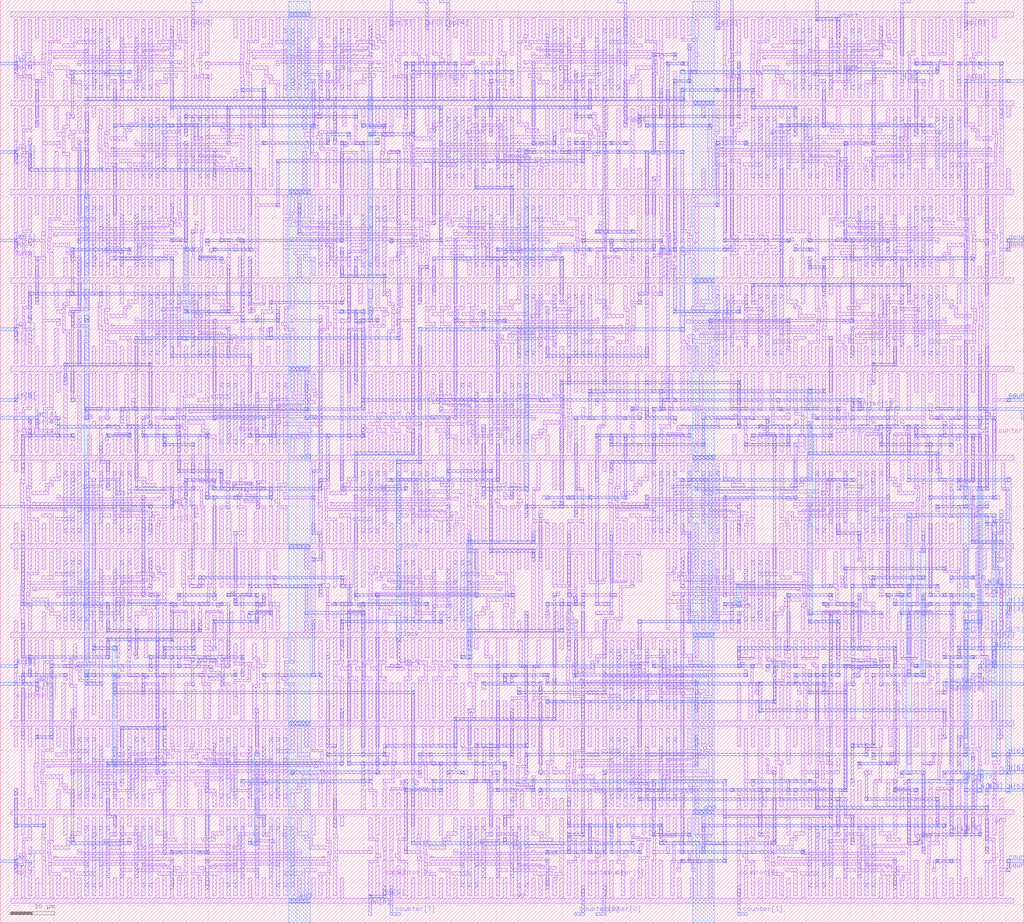
<source format=lef>
VERSION 5.3 ;
   NAMESCASESENSITIVE ON ;
   NOWIREEXTENSIONATPIN ON ;
   DIVIDERCHAR "/" ;
   BUSBITCHARS "[]" ;
UNITS
   DATABASE MICRONS 1000 ;
END UNITS

MACRO map9v3
   CLASS BLOCK ;
   FOREIGN map9v3 ;
   ORIGIN 1.9000 4.0000 ;
   SIZE 231.0000 BY 208.3000 ;
   PIN vdd
      PORT
         LAYER metal1 ;
	    RECT 0.4000 200.4000 226.8000 201.6000 ;
	    RECT 2.8000 193.0000 3.6000 200.4000 ;
	    RECT 6.0000 195.8000 6.8000 200.4000 ;
	    RECT 9.2000 195.8000 10.0000 200.4000 ;
	    RECT 12.4000 195.8000 13.2000 200.4000 ;
	    RECT 15.6000 195.8000 16.4000 200.4000 ;
	    RECT 23.6000 195.8000 24.4000 200.4000 ;
	    RECT 26.8000 195.8000 27.6000 200.4000 ;
	    RECT 33.2000 195.8000 34.0000 200.4000 ;
	    RECT 36.4000 195.8000 37.2000 200.4000 ;
	    RECT 39.6000 195.8000 40.4000 200.4000 ;
	    RECT 42.8000 193.0000 43.6000 200.4000 ;
	    RECT 50.8000 195.8000 51.6000 200.4000 ;
	    RECT 54.0000 195.8000 54.8000 200.4000 ;
	    RECT 57.2000 195.8000 58.0000 200.4000 ;
	    RECT 60.4000 195.8000 61.2000 200.4000 ;
	    RECT 68.4000 195.8000 69.2000 200.4000 ;
	    RECT 71.6000 195.8000 72.4000 200.4000 ;
	    RECT 78.0000 195.8000 78.8000 200.4000 ;
	    RECT 81.2000 195.8000 82.0000 200.4000 ;
	    RECT 84.4000 195.8000 85.2000 200.4000 ;
	    RECT 87.6000 193.0000 88.4000 200.4000 ;
	    RECT 92.4000 193.0000 93.2000 200.4000 ;
	    RECT 97.2000 193.0000 98.0000 200.4000 ;
	    RECT 100.4000 195.8000 101.2000 200.4000 ;
	    RECT 105.2000 193.0000 106.0000 200.4000 ;
	    RECT 33.0000 191.8000 33.8000 192.0000 ;
	    RECT 36.4000 191.8000 37.2000 192.4000 ;
	    RECT 77.8000 191.8000 78.6000 192.0000 ;
	    RECT 81.2000 191.8000 82.0000 192.4000 ;
	    RECT 113.2000 191.8000 114.0000 200.4000 ;
	    RECT 114.8000 195.8000 115.6000 200.4000 ;
	    RECT 118.0000 195.8000 118.8000 200.4000 ;
	    RECT 121.2000 195.8000 122.0000 200.4000 ;
	    RECT 127.6000 195.8000 128.4000 200.4000 ;
	    RECT 130.8000 195.8000 131.6000 200.4000 ;
	    RECT 138.8000 195.8000 139.6000 200.4000 ;
	    RECT 142.0000 195.8000 142.8000 200.4000 ;
	    RECT 145.2000 195.8000 146.0000 200.4000 ;
	    RECT 148.4000 195.8000 149.2000 200.4000 ;
	    RECT 150.0000 195.8000 150.8000 200.4000 ;
	    RECT 153.2000 196.2000 154.0000 200.4000 ;
	    RECT 162.8000 193.0000 163.6000 200.4000 ;
	    RECT 166.0000 195.8000 166.8000 200.4000 ;
	    RECT 169.2000 195.8000 170.0000 200.4000 ;
	    RECT 172.4000 195.8000 173.2000 200.4000 ;
	    RECT 175.6000 195.8000 176.4000 200.4000 ;
	    RECT 183.6000 195.8000 184.4000 200.4000 ;
	    RECT 186.8000 195.8000 187.6000 200.4000 ;
	    RECT 193.2000 195.8000 194.0000 200.4000 ;
	    RECT 196.4000 195.8000 197.2000 200.4000 ;
	    RECT 199.6000 195.8000 200.4000 200.4000 ;
	    RECT 118.0000 191.8000 118.8000 192.4000 ;
	    RECT 121.2000 191.8000 122.2000 192.0000 ;
	    RECT 193.0000 191.8000 193.8000 192.0000 ;
	    RECT 196.4000 191.8000 197.2000 192.4000 ;
	    RECT 201.2000 191.8000 202.0000 200.4000 ;
	    RECT 209.2000 193.0000 210.0000 200.4000 ;
	    RECT 214.0000 195.8000 214.8000 200.4000 ;
	    RECT 217.2000 193.0000 218.0000 200.4000 ;
	    RECT 222.0000 195.8000 222.8000 200.4000 ;
	    RECT 10.2000 191.2000 37.2000 191.8000 ;
	    RECT 55.0000 191.2000 82.0000 191.8000 ;
	    RECT 118.0000 191.2000 145.0000 191.8000 ;
	    RECT 10.2000 191.0000 11.0000 191.2000 ;
	    RECT 55.0000 191.0000 55.8000 191.2000 ;
	    RECT 144.2000 191.0000 145.0000 191.2000 ;
	    RECT 170.2000 191.2000 197.2000 191.8000 ;
	    RECT 170.2000 191.0000 171.0000 191.2000 ;
	    RECT 23.0000 170.8000 23.8000 171.0000 ;
	    RECT 91.8000 170.8000 92.6000 171.0000 ;
	    RECT 160.6000 170.8000 161.4000 171.0000 ;
	    RECT 221.0000 170.8000 221.8000 171.0000 ;
	    RECT 23.0000 170.2000 50.0000 170.8000 ;
	    RECT 91.8000 170.2000 118.8000 170.8000 ;
	    RECT 160.6000 170.2000 187.6000 170.8000 ;
	    RECT 2.8000 161.6000 3.6000 169.0000 ;
	    RECT 6.0000 161.6000 6.8000 166.2000 ;
	    RECT 10.4000 161.6000 11.2000 170.2000 ;
	    RECT 45.8000 170.0000 46.8000 170.2000 ;
	    RECT 15.6000 161.6000 16.4000 169.8000 ;
	    RECT 49.2000 169.6000 50.0000 170.2000 ;
	    RECT 18.8000 161.6000 19.6000 166.2000 ;
	    RECT 22.0000 161.6000 22.8000 166.2000 ;
	    RECT 25.2000 161.6000 26.0000 166.2000 ;
	    RECT 28.4000 161.6000 29.2000 166.2000 ;
	    RECT 36.4000 161.6000 37.2000 166.2000 ;
	    RECT 39.6000 161.6000 40.4000 166.2000 ;
	    RECT 46.0000 161.6000 46.8000 166.2000 ;
	    RECT 49.2000 161.6000 50.0000 166.2000 ;
	    RECT 52.4000 161.6000 53.2000 166.2000 ;
	    RECT 54.0000 161.6000 54.8000 166.2000 ;
	    RECT 57.2000 161.6000 58.0000 166.2000 ;
	    RECT 66.4000 161.6000 67.2000 170.2000 ;
	    RECT 71.6000 161.6000 72.4000 169.8000 ;
	    RECT 76.4000 161.6000 77.2000 169.0000 ;
	    RECT 81.2000 161.6000 82.0000 170.2000 ;
	    RECT 114.6000 170.0000 115.6000 170.2000 ;
	    RECT 118.0000 169.6000 118.8000 170.2000 ;
	    RECT 85.4000 161.6000 86.2000 166.2000 ;
	    RECT 87.6000 161.6000 88.4000 166.2000 ;
	    RECT 90.8000 161.6000 91.6000 166.2000 ;
	    RECT 94.0000 161.6000 94.8000 166.2000 ;
	    RECT 97.2000 161.6000 98.0000 166.2000 ;
	    RECT 105.2000 161.6000 106.0000 166.2000 ;
	    RECT 108.4000 161.6000 109.2000 166.2000 ;
	    RECT 114.8000 161.6000 115.6000 166.2000 ;
	    RECT 118.0000 161.6000 118.8000 166.2000 ;
	    RECT 121.2000 161.6000 122.0000 166.2000 ;
	    RECT 124.4000 161.6000 125.2000 169.0000 ;
	    RECT 129.2000 161.6000 130.0000 169.8000 ;
	    RECT 134.4000 161.6000 135.2000 170.2000 ;
	    RECT 138.8000 161.6000 139.6000 166.2000 ;
	    RECT 142.0000 161.6000 142.8000 166.2000 ;
	    RECT 143.6000 161.6000 144.4000 170.2000 ;
	    RECT 183.4000 170.0000 184.2000 170.2000 ;
	    RECT 186.8000 169.6000 187.6000 170.2000 ;
	    RECT 194.8000 170.2000 221.8000 170.8000 ;
	    RECT 194.8000 169.6000 195.6000 170.2000 ;
	    RECT 198.2000 170.0000 199.0000 170.2000 ;
	    RECT 150.0000 161.6000 150.8000 166.2000 ;
	    RECT 156.4000 161.6000 157.2000 166.2000 ;
	    RECT 159.6000 161.6000 160.4000 166.2000 ;
	    RECT 162.8000 161.6000 163.6000 166.2000 ;
	    RECT 166.0000 161.6000 166.8000 166.2000 ;
	    RECT 174.0000 161.6000 174.8000 166.2000 ;
	    RECT 177.2000 161.6000 178.0000 166.2000 ;
	    RECT 183.6000 161.6000 184.4000 166.2000 ;
	    RECT 186.8000 161.6000 187.6000 166.2000 ;
	    RECT 190.0000 161.6000 190.8000 166.2000 ;
	    RECT 191.6000 161.6000 192.4000 166.2000 ;
	    RECT 194.8000 161.6000 195.6000 166.2000 ;
	    RECT 198.0000 161.6000 198.8000 166.2000 ;
	    RECT 204.4000 161.6000 205.2000 166.2000 ;
	    RECT 207.6000 161.6000 208.4000 166.2000 ;
	    RECT 215.6000 161.6000 216.4000 166.2000 ;
	    RECT 218.8000 161.6000 219.6000 166.2000 ;
	    RECT 222.0000 161.6000 222.8000 166.2000 ;
	    RECT 225.2000 161.6000 226.0000 166.2000 ;
	    RECT 0.4000 160.4000 226.8000 161.6000 ;
	    RECT 2.8000 153.0000 3.6000 160.4000 ;
	    RECT 6.0000 155.8000 6.8000 160.4000 ;
	    RECT 9.2000 155.8000 10.0000 160.4000 ;
	    RECT 12.4000 155.8000 13.2000 160.4000 ;
	    RECT 15.6000 155.8000 16.4000 160.4000 ;
	    RECT 23.6000 155.8000 24.4000 160.4000 ;
	    RECT 26.8000 155.8000 27.6000 160.4000 ;
	    RECT 33.2000 155.8000 34.0000 160.4000 ;
	    RECT 36.4000 155.8000 37.2000 160.4000 ;
	    RECT 39.6000 155.8000 40.4000 160.4000 ;
	    RECT 41.8000 155.8000 42.6000 160.4000 ;
	    RECT 33.0000 151.8000 33.8000 152.0000 ;
	    RECT 36.4000 151.8000 37.2000 152.4000 ;
	    RECT 46.0000 151.8000 46.8000 160.4000 ;
	    RECT 50.8000 153.0000 51.6000 160.4000 ;
	    RECT 54.0000 155.8000 54.8000 160.4000 ;
	    RECT 62.0000 155.8000 62.8000 160.4000 ;
	    RECT 65.2000 155.8000 66.0000 160.4000 ;
	    RECT 68.4000 155.8000 69.2000 160.4000 ;
	    RECT 74.8000 155.8000 75.6000 160.4000 ;
	    RECT 78.0000 155.8000 78.8000 160.4000 ;
	    RECT 86.0000 155.8000 86.8000 160.4000 ;
	    RECT 89.2000 155.8000 90.0000 160.4000 ;
	    RECT 92.4000 155.8000 93.2000 160.4000 ;
	    RECT 95.6000 155.8000 96.4000 160.4000 ;
	    RECT 97.2000 155.8000 98.0000 160.4000 ;
	    RECT 100.4000 155.8000 101.2000 160.4000 ;
	    RECT 103.6000 155.8000 104.4000 160.4000 ;
	    RECT 110.0000 155.8000 110.8000 160.4000 ;
	    RECT 113.2000 155.8000 114.0000 160.4000 ;
	    RECT 121.2000 155.8000 122.0000 160.4000 ;
	    RECT 124.4000 155.8000 125.2000 160.4000 ;
	    RECT 127.6000 155.8000 128.4000 160.4000 ;
	    RECT 130.8000 155.8000 131.6000 160.4000 ;
	    RECT 133.0000 155.8000 133.8000 160.4000 ;
	    RECT 65.2000 151.8000 66.0000 152.4000 ;
	    RECT 68.6000 151.8000 69.4000 152.0000 ;
	    RECT 100.4000 151.8000 101.2000 152.4000 ;
	    RECT 103.6000 151.8000 104.6000 152.0000 ;
	    RECT 137.2000 151.8000 138.0000 160.4000 ;
	    RECT 140.4000 155.8000 141.2000 160.4000 ;
	    RECT 143.6000 155.8000 144.4000 160.4000 ;
	    RECT 145.2000 155.8000 146.0000 160.4000 ;
	    RECT 148.4000 152.2000 149.2000 160.4000 ;
	    RECT 153.2000 153.0000 154.0000 160.4000 ;
	    RECT 161.2000 151.8000 162.0000 160.4000 ;
	    RECT 164.4000 151.8000 165.2000 160.4000 ;
	    RECT 167.6000 151.8000 168.4000 160.4000 ;
	    RECT 170.8000 151.8000 171.6000 160.4000 ;
	    RECT 174.0000 151.8000 174.8000 160.4000 ;
	    RECT 177.2000 153.0000 178.0000 160.4000 ;
	    RECT 183.6000 155.8000 184.4000 160.4000 ;
	    RECT 185.2000 155.8000 186.0000 160.4000 ;
	    RECT 188.4000 155.8000 189.2000 160.4000 ;
	    RECT 191.6000 155.8000 192.4000 160.4000 ;
	    RECT 198.0000 155.8000 198.8000 160.4000 ;
	    RECT 201.2000 155.8000 202.0000 160.4000 ;
	    RECT 209.2000 155.8000 210.0000 160.4000 ;
	    RECT 212.4000 155.8000 213.2000 160.4000 ;
	    RECT 215.6000 155.8000 216.4000 160.4000 ;
	    RECT 218.8000 155.8000 219.6000 160.4000 ;
	    RECT 222.0000 153.0000 222.8000 160.4000 ;
	    RECT 188.4000 151.8000 189.2000 152.4000 ;
	    RECT 191.6000 151.8000 192.6000 152.0000 ;
	    RECT 10.2000 151.2000 37.2000 151.8000 ;
	    RECT 65.2000 151.2000 92.2000 151.8000 ;
	    RECT 100.4000 151.2000 127.4000 151.8000 ;
	    RECT 188.4000 151.2000 215.4000 151.8000 ;
	    RECT 10.2000 151.0000 11.0000 151.2000 ;
	    RECT 91.4000 151.0000 92.2000 151.2000 ;
	    RECT 126.6000 151.0000 127.4000 151.2000 ;
	    RECT 214.6000 151.0000 215.4000 151.2000 ;
	    RECT 153.0000 132.0000 153.8000 132.2000 ;
	    RECT 158.0000 132.0000 158.8000 132.4000 ;
	    RECT 175.6000 132.0000 176.4000 132.6000 ;
	    RECT 153.0000 131.4000 176.4000 132.0000 ;
	    RECT 23.0000 130.8000 23.8000 131.0000 ;
	    RECT 137.8000 130.8000 138.6000 131.0000 ;
	    RECT 216.2000 130.8000 217.0000 131.0000 ;
	    RECT 23.0000 130.2000 50.0000 130.8000 ;
	    RECT 111.6000 130.2000 138.6000 130.8000 ;
	    RECT 190.0000 130.2000 217.0000 130.8000 ;
	    RECT 2.8000 121.6000 3.6000 129.0000 ;
	    RECT 6.0000 121.6000 6.8000 126.2000 ;
	    RECT 10.4000 121.6000 11.2000 130.2000 ;
	    RECT 45.8000 130.0000 46.6000 130.2000 ;
	    RECT 15.6000 121.6000 16.4000 129.8000 ;
	    RECT 49.2000 129.6000 50.0000 130.2000 ;
	    RECT 18.8000 121.6000 19.6000 126.2000 ;
	    RECT 22.0000 121.6000 22.8000 126.2000 ;
	    RECT 25.2000 121.6000 26.0000 126.2000 ;
	    RECT 28.4000 121.6000 29.2000 126.2000 ;
	    RECT 36.4000 121.6000 37.2000 126.2000 ;
	    RECT 39.6000 121.6000 40.4000 126.2000 ;
	    RECT 46.0000 121.6000 46.8000 126.2000 ;
	    RECT 49.2000 121.6000 50.0000 126.2000 ;
	    RECT 52.4000 121.6000 53.2000 126.2000 ;
	    RECT 54.0000 121.6000 54.8000 130.2000 ;
	    RECT 58.2000 121.6000 59.0000 126.2000 ;
	    RECT 62.0000 121.6000 62.8000 129.0000 ;
	    RECT 71.6000 121.6000 72.4000 129.0000 ;
	    RECT 78.0000 121.6000 78.8000 129.0000 ;
	    RECT 82.8000 121.6000 83.6000 129.8000 ;
	    RECT 88.0000 121.6000 88.8000 130.2000 ;
	    RECT 92.4000 121.6000 93.2000 126.2000 ;
	    RECT 94.0000 121.6000 94.8000 130.2000 ;
	    RECT 97.2000 121.6000 98.0000 130.2000 ;
	    RECT 100.4000 121.6000 101.2000 130.2000 ;
	    RECT 103.6000 121.6000 104.4000 130.2000 ;
	    RECT 106.8000 121.6000 107.6000 130.2000 ;
	    RECT 111.6000 129.6000 112.4000 130.2000 ;
	    RECT 114.8000 130.0000 115.8000 130.2000 ;
	    RECT 190.0000 129.6000 190.8000 130.2000 ;
	    RECT 193.4000 130.0000 194.2000 130.2000 ;
	    RECT 108.4000 121.6000 109.2000 126.2000 ;
	    RECT 111.6000 121.6000 112.4000 126.2000 ;
	    RECT 114.8000 121.6000 115.6000 126.2000 ;
	    RECT 121.2000 121.6000 122.0000 126.2000 ;
	    RECT 124.4000 121.6000 125.2000 126.2000 ;
	    RECT 132.4000 121.6000 133.2000 126.2000 ;
	    RECT 135.6000 121.6000 136.4000 126.2000 ;
	    RECT 138.8000 121.6000 139.6000 126.2000 ;
	    RECT 142.0000 121.6000 142.8000 126.2000 ;
	    RECT 143.6000 121.6000 144.4000 126.2000 ;
	    RECT 151.6000 121.6000 152.4000 126.2000 ;
	    RECT 154.8000 121.6000 155.6000 126.2000 ;
	    RECT 158.0000 121.6000 158.8000 126.2000 ;
	    RECT 164.4000 121.6000 165.2000 126.2000 ;
	    RECT 167.6000 121.6000 168.4000 126.2000 ;
	    RECT 175.6000 121.6000 176.4000 126.2000 ;
	    RECT 178.8000 121.6000 179.6000 126.2000 ;
	    RECT 182.0000 121.6000 182.8000 126.2000 ;
	    RECT 185.2000 121.6000 186.0000 126.2000 ;
	    RECT 186.8000 121.6000 187.6000 126.2000 ;
	    RECT 190.0000 121.6000 190.8000 126.2000 ;
	    RECT 193.2000 121.6000 194.0000 126.2000 ;
	    RECT 199.6000 121.6000 200.4000 126.2000 ;
	    RECT 202.8000 121.6000 203.6000 126.2000 ;
	    RECT 210.8000 121.6000 211.6000 126.2000 ;
	    RECT 214.0000 121.6000 214.8000 126.2000 ;
	    RECT 217.2000 121.6000 218.0000 126.2000 ;
	    RECT 220.4000 121.6000 221.2000 126.2000 ;
	    RECT 0.4000 120.4000 226.8000 121.6000 ;
	    RECT 2.8000 113.0000 3.6000 120.4000 ;
	    RECT 7.6000 113.0000 8.4000 120.4000 ;
	    RECT 10.8000 115.8000 11.6000 120.4000 ;
	    RECT 14.0000 115.8000 14.8000 120.4000 ;
	    RECT 18.8000 113.0000 19.6000 120.4000 ;
	    RECT 23.6000 111.8000 24.4000 120.4000 ;
	    RECT 27.8000 115.8000 28.6000 120.4000 ;
	    RECT 31.6000 113.0000 32.4000 120.4000 ;
	    RECT 36.4000 115.8000 37.2000 120.4000 ;
	    RECT 39.6000 115.8000 40.4000 120.4000 ;
	    RECT 42.8000 115.8000 43.6000 120.4000 ;
	    RECT 46.0000 115.8000 46.8000 120.4000 ;
	    RECT 54.0000 115.8000 54.8000 120.4000 ;
	    RECT 57.2000 115.8000 58.0000 120.4000 ;
	    RECT 63.6000 115.8000 64.4000 120.4000 ;
	    RECT 66.8000 115.8000 67.6000 120.4000 ;
	    RECT 70.0000 115.8000 70.8000 120.4000 ;
	    RECT 76.4000 115.8000 77.2000 120.4000 ;
	    RECT 63.4000 111.8000 64.2000 112.0000 ;
	    RECT 66.8000 111.8000 67.6000 112.4000 ;
	    RECT 79.6000 111.8000 80.4000 120.4000 ;
	    RECT 82.8000 111.8000 83.6000 120.4000 ;
	    RECT 86.0000 111.8000 86.8000 120.4000 ;
	    RECT 89.2000 111.8000 90.0000 120.4000 ;
	    RECT 92.4000 111.8000 93.2000 120.4000 ;
	    RECT 94.0000 115.8000 94.8000 120.4000 ;
	    RECT 97.2000 115.8000 98.0000 120.4000 ;
	    RECT 100.4000 115.8000 101.2000 120.4000 ;
	    RECT 106.8000 115.8000 107.6000 120.4000 ;
	    RECT 110.0000 115.8000 110.8000 120.4000 ;
	    RECT 118.0000 115.8000 118.8000 120.4000 ;
	    RECT 121.2000 115.8000 122.0000 120.4000 ;
	    RECT 124.4000 115.8000 125.2000 120.4000 ;
	    RECT 127.6000 115.8000 128.4000 120.4000 ;
	    RECT 129.2000 115.8000 130.0000 120.4000 ;
	    RECT 132.4000 116.2000 133.2000 120.4000 ;
	    RECT 135.6000 115.8000 136.4000 120.4000 ;
	    RECT 97.2000 111.8000 98.0000 112.4000 ;
	    RECT 100.6000 111.8000 101.4000 112.0000 ;
	    RECT 138.8000 111.8000 139.6000 120.4000 ;
	    RECT 145.2000 115.8000 146.0000 120.4000 ;
	    RECT 147.4000 115.8000 148.2000 120.4000 ;
	    RECT 151.6000 111.8000 152.4000 120.4000 ;
	    RECT 153.2000 111.8000 154.0000 120.4000 ;
	    RECT 164.4000 113.0000 165.2000 120.4000 ;
	    RECT 169.2000 111.8000 170.0000 120.4000 ;
	    RECT 173.4000 115.8000 174.2000 120.4000 ;
	    RECT 180.4000 113.0000 181.2000 120.4000 ;
	    RECT 185.2000 115.8000 186.0000 120.4000 ;
	    RECT 188.4000 113.0000 189.2000 120.4000 ;
	    RECT 192.2000 115.8000 193.0000 120.4000 ;
	    RECT 196.4000 111.8000 197.2000 120.4000 ;
	    RECT 198.6000 115.8000 199.4000 120.4000 ;
	    RECT 202.8000 111.8000 203.6000 120.4000 ;
	    RECT 204.4000 115.8000 205.2000 120.4000 ;
	    RECT 207.6000 115.8000 208.4000 120.4000 ;
	    RECT 210.8000 113.0000 211.6000 120.4000 ;
	    RECT 217.2000 115.8000 218.0000 120.4000 ;
	    RECT 220.4000 113.0000 221.2000 120.4000 ;
	    RECT 40.6000 111.2000 67.6000 111.8000 ;
	    RECT 97.2000 111.2000 124.2000 111.8000 ;
	    RECT 40.6000 111.0000 41.4000 111.2000 ;
	    RECT 123.4000 111.0000 124.2000 111.2000 ;
	    RECT 5.4000 90.8000 6.2000 91.0000 ;
	    RECT 72.6000 90.8000 73.4000 91.0000 ;
	    RECT 138.2000 90.8000 139.0000 91.0000 ;
	    RECT 203.4000 90.8000 204.2000 91.0000 ;
	    RECT 5.4000 90.2000 32.4000 90.8000 ;
	    RECT 72.6000 90.2000 99.6000 90.8000 ;
	    RECT 138.2000 90.2000 165.2000 90.8000 ;
	    RECT 28.2000 90.0000 29.0000 90.2000 ;
	    RECT 31.6000 89.6000 32.4000 90.2000 ;
	    RECT 1.2000 81.6000 2.0000 86.2000 ;
	    RECT 4.4000 81.6000 5.2000 86.2000 ;
	    RECT 7.6000 81.6000 8.4000 86.2000 ;
	    RECT 10.8000 81.6000 11.6000 86.2000 ;
	    RECT 18.8000 81.6000 19.6000 86.2000 ;
	    RECT 22.0000 81.6000 22.8000 86.2000 ;
	    RECT 28.4000 81.6000 29.2000 86.2000 ;
	    RECT 31.6000 81.6000 32.4000 86.2000 ;
	    RECT 34.8000 81.6000 35.6000 86.2000 ;
	    RECT 38.0000 81.6000 38.8000 89.0000 ;
	    RECT 41.8000 81.6000 42.6000 86.2000 ;
	    RECT 46.0000 81.6000 46.8000 90.2000 ;
	    RECT 95.4000 90.0000 96.2000 90.2000 ;
	    RECT 98.8000 89.6000 99.6000 90.2000 ;
	    RECT 161.0000 90.0000 161.8000 90.2000 ;
	    RECT 164.4000 89.6000 165.2000 90.2000 ;
	    RECT 177.2000 90.2000 204.2000 90.8000 ;
	    RECT 177.2000 89.6000 178.0000 90.2000 ;
	    RECT 180.4000 90.0000 181.4000 90.2000 ;
	    RECT 49.2000 81.6000 50.2000 88.8000 ;
	    RECT 55.4000 82.2000 56.4000 88.8000 ;
	    RECT 55.4000 81.6000 56.2000 82.2000 ;
	    RECT 60.4000 81.6000 61.2000 89.0000 ;
	    RECT 68.4000 81.6000 69.2000 86.2000 ;
	    RECT 71.6000 81.6000 72.4000 86.2000 ;
	    RECT 74.8000 81.6000 75.6000 86.2000 ;
	    RECT 78.0000 81.6000 78.8000 86.2000 ;
	    RECT 86.0000 81.6000 86.8000 86.2000 ;
	    RECT 89.2000 81.6000 90.0000 86.2000 ;
	    RECT 95.6000 81.6000 96.4000 86.2000 ;
	    RECT 98.8000 81.6000 99.6000 86.2000 ;
	    RECT 102.0000 81.6000 102.8000 86.2000 ;
	    RECT 105.2000 81.6000 106.0000 89.0000 ;
	    RECT 110.0000 81.6000 110.8000 89.0000 ;
	    RECT 114.8000 81.6000 115.6000 89.0000 ;
	    RECT 119.6000 81.6000 120.4000 85.8000 ;
	    RECT 122.8000 81.6000 123.6000 86.2000 ;
	    RECT 124.4000 81.6000 125.2000 86.2000 ;
	    RECT 127.6000 81.6000 128.4000 85.8000 ;
	    RECT 132.4000 81.6000 133.2000 86.2000 ;
	    RECT 134.0000 81.6000 134.8000 86.2000 ;
	    RECT 137.2000 81.6000 138.0000 86.2000 ;
	    RECT 140.4000 81.6000 141.2000 86.2000 ;
	    RECT 143.6000 81.6000 144.4000 86.2000 ;
	    RECT 151.6000 81.6000 152.4000 86.2000 ;
	    RECT 154.8000 81.6000 155.6000 86.2000 ;
	    RECT 161.2000 81.6000 162.0000 86.2000 ;
	    RECT 164.4000 81.6000 165.2000 86.2000 ;
	    RECT 167.6000 81.6000 168.4000 86.2000 ;
	    RECT 174.0000 81.6000 174.8000 86.2000 ;
	    RECT 177.2000 81.6000 178.0000 86.2000 ;
	    RECT 180.4000 81.6000 181.2000 86.2000 ;
	    RECT 186.8000 81.6000 187.6000 86.2000 ;
	    RECT 190.0000 81.6000 190.8000 86.2000 ;
	    RECT 198.0000 81.6000 198.8000 86.2000 ;
	    RECT 201.2000 81.6000 202.0000 86.2000 ;
	    RECT 204.4000 81.6000 205.2000 86.2000 ;
	    RECT 207.6000 81.6000 208.4000 86.2000 ;
	    RECT 209.2000 81.6000 210.0000 86.2000 ;
	    RECT 212.4000 81.6000 213.2000 86.2000 ;
	    RECT 214.0000 81.6000 214.8000 90.2000 ;
	    RECT 218.2000 81.6000 219.0000 86.2000 ;
	    RECT 220.4000 81.6000 221.2000 86.2000 ;
	    RECT 223.6000 81.6000 224.4000 85.8000 ;
	    RECT 0.4000 80.4000 226.8000 81.6000 ;
	    RECT 1.2000 75.8000 2.0000 80.4000 ;
	    RECT 4.4000 75.8000 5.2000 80.4000 ;
	    RECT 7.6000 75.8000 8.4000 80.4000 ;
	    RECT 10.8000 75.8000 11.6000 80.4000 ;
	    RECT 18.8000 75.8000 19.6000 80.4000 ;
	    RECT 22.0000 75.8000 22.8000 80.4000 ;
	    RECT 28.4000 75.8000 29.2000 80.4000 ;
	    RECT 31.6000 75.8000 32.4000 80.4000 ;
	    RECT 34.8000 75.8000 35.6000 80.4000 ;
	    RECT 28.2000 71.8000 29.0000 72.0000 ;
	    RECT 31.6000 71.8000 32.4000 72.4000 ;
	    RECT 36.4000 71.8000 37.2000 80.4000 ;
	    RECT 40.6000 75.8000 41.4000 80.4000 ;
	    RECT 43.4000 75.8000 44.2000 80.4000 ;
	    RECT 47.6000 71.8000 48.4000 80.4000 ;
	    RECT 50.8000 73.0000 51.6000 80.4000 ;
	    RECT 55.6000 71.8000 56.4000 80.4000 ;
	    RECT 59.8000 75.8000 60.6000 80.4000 ;
	    RECT 66.8000 75.8000 67.6000 80.4000 ;
	    RECT 73.2000 71.8000 74.0000 80.4000 ;
	    RECT 75.4000 75.8000 76.2000 80.4000 ;
	    RECT 79.6000 71.8000 80.4000 80.4000 ;
	    RECT 81.2000 75.8000 82.0000 80.4000 ;
	    RECT 84.4000 75.8000 85.2000 80.4000 ;
	    RECT 87.6000 75.8000 88.4000 80.4000 ;
	    RECT 94.0000 75.8000 94.8000 80.4000 ;
	    RECT 97.2000 75.8000 98.0000 80.4000 ;
	    RECT 105.2000 75.8000 106.0000 80.4000 ;
	    RECT 108.4000 75.8000 109.2000 80.4000 ;
	    RECT 111.6000 75.8000 112.4000 80.4000 ;
	    RECT 114.8000 75.8000 115.6000 80.4000 ;
	    RECT 116.4000 75.8000 117.2000 80.4000 ;
	    RECT 121.2000 75.8000 122.0000 80.4000 ;
	    RECT 124.4000 73.0000 125.2000 80.4000 ;
	    RECT 132.4000 73.8000 133.2000 80.4000 ;
	    RECT 148.4000 75.8000 149.2000 80.4000 ;
	    RECT 151.6000 75.8000 152.4000 80.4000 ;
	    RECT 154.8000 75.8000 155.6000 80.4000 ;
	    RECT 161.2000 75.8000 162.0000 80.4000 ;
	    RECT 164.4000 75.8000 165.2000 80.4000 ;
	    RECT 172.4000 75.8000 173.2000 80.4000 ;
	    RECT 175.6000 75.8000 176.4000 80.4000 ;
	    RECT 178.8000 75.8000 179.6000 80.4000 ;
	    RECT 182.0000 75.8000 182.8000 80.4000 ;
	    RECT 84.4000 71.8000 85.2000 72.4000 ;
	    RECT 87.6000 71.8000 88.6000 72.0000 ;
	    RECT 151.6000 71.8000 152.4000 72.4000 ;
	    RECT 155.0000 71.8000 155.8000 72.0000 ;
	    RECT 183.6000 71.8000 184.4000 80.4000 ;
	    RECT 187.8000 75.8000 188.6000 80.4000 ;
	    RECT 190.0000 71.8000 190.8000 80.4000 ;
	    RECT 194.2000 75.8000 195.0000 80.4000 ;
	    RECT 199.6000 73.0000 200.4000 80.4000 ;
	    RECT 203.4000 75.8000 204.2000 80.4000 ;
	    RECT 207.6000 71.8000 208.4000 80.4000 ;
	    RECT 209.2000 75.8000 210.0000 80.4000 ;
	    RECT 212.4000 76.2000 213.2000 80.4000 ;
	    RECT 215.6000 71.8000 216.4000 80.4000 ;
	    RECT 219.8000 75.8000 220.6000 80.4000 ;
	    RECT 225.2000 71.8000 226.0000 80.4000 ;
	    RECT 5.4000 71.2000 32.4000 71.8000 ;
	    RECT 84.4000 71.2000 111.4000 71.8000 ;
	    RECT 151.6000 71.2000 178.6000 71.8000 ;
	    RECT 5.4000 71.0000 6.2000 71.2000 ;
	    RECT 110.6000 71.0000 111.4000 71.2000 ;
	    RECT 177.8000 71.0000 178.6000 71.2000 ;
	    RECT 128.6000 50.8000 129.4000 51.0000 ;
	    RECT 128.6000 50.2000 155.6000 50.8000 ;
	    RECT 2.8000 41.6000 3.6000 49.0000 ;
	    RECT 7.6000 41.6000 8.4000 49.0000 ;
	    RECT 12.0000 41.6000 12.8000 50.2000 ;
	    RECT 17.2000 41.6000 18.0000 49.8000 ;
	    RECT 22.0000 41.6000 22.8000 46.2000 ;
	    RECT 25.2000 41.6000 26.0000 49.0000 ;
	    RECT 31.6000 41.6000 32.4000 49.0000 ;
	    RECT 38.0000 41.6000 38.8000 46.2000 ;
	    RECT 41.2000 41.6000 42.2000 48.8000 ;
	    RECT 47.4000 42.2000 48.4000 48.8000 ;
	    RECT 47.4000 41.6000 48.2000 42.2000 ;
	    RECT 52.4000 41.6000 53.2000 49.8000 ;
	    RECT 57.6000 41.6000 58.4000 50.2000 ;
	    RECT 62.0000 41.6000 62.8000 49.0000 ;
	    RECT 71.6000 41.6000 72.4000 46.2000 ;
	    RECT 73.2000 41.6000 74.0000 50.2000 ;
	    RECT 76.4000 41.6000 77.2000 50.2000 ;
	    RECT 79.6000 41.6000 80.4000 50.2000 ;
	    RECT 82.8000 41.6000 83.6000 50.2000 ;
	    RECT 86.0000 41.6000 86.8000 50.2000 ;
	    RECT 87.6000 41.6000 88.4000 50.2000 ;
	    RECT 90.8000 41.6000 91.6000 50.2000 ;
	    RECT 94.0000 41.6000 94.8000 50.2000 ;
	    RECT 97.2000 41.6000 98.0000 50.2000 ;
	    RECT 100.4000 41.6000 101.2000 50.2000 ;
	    RECT 102.0000 41.6000 102.8000 50.2000 ;
	    RECT 151.4000 50.0000 152.2000 50.2000 ;
	    RECT 154.8000 49.6000 155.6000 50.2000 ;
	    RECT 106.8000 41.6000 107.6000 46.2000 ;
	    RECT 110.0000 41.6000 110.8000 46.2000 ;
	    RECT 111.6000 41.6000 112.4000 46.2000 ;
	    RECT 114.8000 41.6000 115.6000 45.8000 ;
	    RECT 119.6000 41.6000 120.4000 45.8000 ;
	    RECT 122.8000 41.6000 123.6000 46.2000 ;
	    RECT 124.4000 41.6000 125.2000 46.2000 ;
	    RECT 127.6000 41.6000 128.4000 46.2000 ;
	    RECT 130.8000 41.6000 131.6000 46.2000 ;
	    RECT 134.0000 41.6000 134.8000 46.2000 ;
	    RECT 142.0000 41.6000 142.8000 46.2000 ;
	    RECT 145.2000 41.6000 146.0000 46.2000 ;
	    RECT 151.6000 41.6000 152.4000 46.2000 ;
	    RECT 154.8000 41.6000 155.6000 46.2000 ;
	    RECT 158.0000 41.6000 158.8000 46.2000 ;
	    RECT 164.4000 41.6000 165.2000 50.2000 ;
	    RECT 168.6000 41.6000 169.4000 46.2000 ;
	    RECT 170.8000 41.6000 171.6000 46.2000 ;
	    RECT 174.0000 41.6000 174.8000 49.8000 ;
	    RECT 177.8000 41.6000 178.6000 46.2000 ;
	    RECT 182.0000 41.6000 182.8000 50.2000 ;
	    RECT 186.8000 41.6000 187.6000 50.2000 ;
	    RECT 190.0000 42.2000 191.0000 48.8000 ;
	    RECT 190.2000 41.6000 191.0000 42.2000 ;
	    RECT 196.2000 41.6000 197.2000 48.8000 ;
	    RECT 200.2000 41.6000 201.0000 46.2000 ;
	    RECT 204.4000 41.6000 205.2000 50.2000 ;
	    RECT 207.6000 41.6000 208.4000 49.0000 ;
	    RECT 210.8000 41.6000 211.6000 46.2000 ;
	    RECT 214.0000 41.6000 214.8000 50.2000 ;
	    RECT 218.8000 41.6000 219.6000 46.2000 ;
	    RECT 222.0000 41.6000 222.8000 46.2000 ;
	    RECT 0.4000 40.4000 226.8000 41.6000 ;
	    RECT 1.2000 35.8000 2.0000 40.4000 ;
	    RECT 4.4000 35.8000 5.2000 40.4000 ;
	    RECT 7.6000 35.8000 8.4000 40.4000 ;
	    RECT 10.8000 35.8000 11.6000 40.4000 ;
	    RECT 14.0000 35.8000 14.8000 40.4000 ;
	    RECT 22.0000 35.8000 22.8000 40.4000 ;
	    RECT 25.2000 35.8000 26.0000 40.4000 ;
	    RECT 31.6000 35.8000 32.4000 40.4000 ;
	    RECT 34.8000 35.8000 35.6000 40.4000 ;
	    RECT 38.0000 35.8000 38.8000 40.4000 ;
	    RECT 39.6000 35.8000 40.4000 40.4000 ;
	    RECT 42.8000 35.8000 43.6000 40.4000 ;
	    RECT 46.0000 35.8000 46.8000 40.4000 ;
	    RECT 52.4000 35.8000 53.2000 40.4000 ;
	    RECT 55.6000 35.8000 56.4000 40.4000 ;
	    RECT 63.6000 35.8000 64.4000 40.4000 ;
	    RECT 66.8000 35.8000 67.6000 40.4000 ;
	    RECT 70.0000 35.8000 70.8000 40.4000 ;
	    RECT 73.2000 35.8000 74.0000 40.4000 ;
	    RECT 79.6000 35.8000 80.4000 40.4000 ;
	    RECT 82.8000 35.8000 83.6000 40.4000 ;
	    RECT 85.0000 35.8000 85.8000 40.4000 ;
	    RECT 31.4000 31.8000 32.2000 32.0000 ;
	    RECT 34.8000 31.8000 35.6000 32.4000 ;
	    RECT 8.6000 31.2000 35.6000 31.8000 ;
	    RECT 42.8000 31.8000 43.6000 32.4000 ;
	    RECT 46.0000 31.8000 47.0000 32.0000 ;
	    RECT 89.2000 31.8000 90.0000 40.4000 ;
	    RECT 90.8000 31.8000 91.6000 40.4000 ;
	    RECT 95.0000 35.8000 95.8000 40.4000 ;
	    RECT 97.2000 35.8000 98.0000 40.4000 ;
	    RECT 100.4000 35.8000 101.2000 40.4000 ;
	    RECT 103.6000 36.2000 104.4000 40.4000 ;
	    RECT 108.4000 36.2000 109.2000 40.4000 ;
	    RECT 111.6000 35.8000 112.4000 40.4000 ;
	    RECT 114.8000 32.2000 115.6000 40.4000 ;
	    RECT 118.0000 35.8000 118.8000 40.4000 ;
	    RECT 119.6000 31.8000 120.4000 40.4000 ;
	    RECT 124.4000 35.8000 125.2000 40.4000 ;
	    RECT 127.6000 35.8000 128.4000 40.4000 ;
	    RECT 130.8000 35.8000 131.6000 40.4000 ;
	    RECT 134.0000 35.8000 134.8000 40.4000 ;
	    RECT 142.0000 35.8000 142.8000 40.4000 ;
	    RECT 145.2000 35.8000 146.0000 40.4000 ;
	    RECT 151.6000 35.8000 152.4000 40.4000 ;
	    RECT 154.8000 35.8000 155.6000 40.4000 ;
	    RECT 158.0000 35.8000 158.8000 40.4000 ;
	    RECT 164.4000 35.8000 165.2000 40.4000 ;
	    RECT 167.6000 35.8000 168.4000 40.4000 ;
	    RECT 170.8000 35.8000 171.6000 40.4000 ;
	    RECT 151.4000 31.8000 152.2000 32.0000 ;
	    RECT 154.8000 31.8000 155.6000 32.4000 ;
	    RECT 175.6000 31.8000 176.4000 40.4000 ;
	    RECT 177.2000 35.8000 178.0000 40.4000 ;
	    RECT 180.4000 31.8000 181.2000 40.4000 ;
	    RECT 184.6000 35.8000 185.4000 40.4000 ;
	    RECT 186.8000 35.8000 187.6000 40.4000 ;
	    RECT 190.0000 35.8000 190.8000 40.4000 ;
	    RECT 191.6000 35.8000 192.4000 40.4000 ;
	    RECT 194.8000 36.2000 195.6000 40.4000 ;
	    RECT 198.6000 35.8000 199.4000 40.4000 ;
	    RECT 202.8000 31.8000 203.6000 40.4000 ;
	    RECT 204.4000 35.8000 205.2000 40.4000 ;
	    RECT 208.2000 35.8000 209.0000 40.4000 ;
	    RECT 212.4000 31.8000 213.2000 40.4000 ;
	    RECT 214.0000 35.8000 214.8000 40.4000 ;
	    RECT 217.2000 36.2000 218.0000 40.4000 ;
	    RECT 220.4000 31.8000 221.2000 40.4000 ;
	    RECT 42.8000 31.2000 69.8000 31.8000 ;
	    RECT 8.6000 31.0000 9.4000 31.2000 ;
	    RECT 69.0000 31.0000 69.8000 31.2000 ;
	    RECT 128.6000 31.2000 155.6000 31.8000 ;
	    RECT 128.6000 31.0000 129.4000 31.2000 ;
	    RECT 10.2000 10.8000 11.0000 11.0000 ;
	    RECT 70.6000 10.8000 71.4000 11.0000 ;
	    RECT 10.2000 10.2000 37.2000 10.8000 ;
	    RECT 33.0000 10.0000 33.8000 10.2000 ;
	    RECT 36.4000 9.6000 37.2000 10.2000 ;
	    RECT 44.4000 10.2000 71.4000 10.8000 ;
	    RECT 95.0000 10.8000 95.8000 11.0000 ;
	    RECT 173.4000 10.8000 174.2000 11.0000 ;
	    RECT 95.0000 10.2000 122.0000 10.8000 ;
	    RECT 173.4000 10.2000 200.4000 10.8000 ;
	    RECT 44.4000 9.6000 45.2000 10.2000 ;
	    RECT 47.8000 10.0000 48.6000 10.2000 ;
	    RECT 117.8000 10.0000 118.6000 10.2000 ;
	    RECT 121.2000 9.6000 122.0000 10.2000 ;
	    RECT 2.8000 1.6000 3.6000 9.0000 ;
	    RECT 6.0000 1.6000 6.8000 6.2000 ;
	    RECT 9.2000 1.6000 10.0000 6.2000 ;
	    RECT 12.4000 1.6000 13.2000 6.2000 ;
	    RECT 15.6000 1.6000 16.4000 6.2000 ;
	    RECT 23.6000 1.6000 24.4000 6.2000 ;
	    RECT 26.8000 1.6000 27.6000 6.2000 ;
	    RECT 33.2000 1.6000 34.0000 6.2000 ;
	    RECT 36.4000 1.6000 37.2000 6.2000 ;
	    RECT 39.6000 1.6000 40.4000 6.2000 ;
	    RECT 41.2000 1.6000 42.0000 6.2000 ;
	    RECT 44.4000 1.6000 45.2000 6.2000 ;
	    RECT 47.6000 1.6000 48.4000 6.2000 ;
	    RECT 54.0000 1.6000 54.8000 6.2000 ;
	    RECT 57.2000 1.6000 58.0000 6.2000 ;
	    RECT 65.2000 1.6000 66.0000 6.2000 ;
	    RECT 68.4000 1.6000 69.2000 6.2000 ;
	    RECT 71.6000 1.6000 72.4000 6.2000 ;
	    RECT 74.8000 1.6000 75.6000 6.2000 ;
	    RECT 82.8000 1.6000 83.6000 9.0000 ;
	    RECT 87.6000 1.6000 88.4000 9.0000 ;
	    RECT 90.8000 1.6000 91.6000 6.2000 ;
	    RECT 94.0000 1.6000 94.8000 6.2000 ;
	    RECT 97.2000 1.6000 98.0000 6.2000 ;
	    RECT 100.4000 1.6000 101.2000 6.2000 ;
	    RECT 108.4000 1.6000 109.2000 6.2000 ;
	    RECT 111.6000 1.6000 112.4000 6.2000 ;
	    RECT 118.0000 1.6000 118.8000 6.2000 ;
	    RECT 121.2000 1.6000 122.0000 6.2000 ;
	    RECT 124.4000 1.6000 125.2000 6.2000 ;
	    RECT 127.6000 1.6000 128.4000 9.0000 ;
	    RECT 132.4000 1.6000 133.2000 9.0000 ;
	    RECT 135.6000 1.6000 136.4000 10.2000 ;
	    RECT 140.4000 1.6000 141.2000 6.2000 ;
	    RECT 143.6000 1.6000 144.4000 9.8000 ;
	    RECT 146.8000 1.6000 147.6000 10.2000 ;
	    RECT 151.0000 1.6000 151.8000 6.2000 ;
	    RECT 153.8000 1.6000 154.6000 6.2000 ;
	    RECT 158.0000 1.6000 158.8000 10.2000 ;
	    RECT 196.2000 10.0000 197.0000 10.2000 ;
	    RECT 199.6000 9.6000 200.4000 10.2000 ;
	    RECT 166.0000 1.6000 166.8000 9.0000 ;
	    RECT 169.2000 1.6000 170.0000 6.2000 ;
	    RECT 172.4000 1.6000 173.2000 6.2000 ;
	    RECT 175.6000 1.6000 176.4000 6.2000 ;
	    RECT 178.8000 1.6000 179.6000 6.2000 ;
	    RECT 186.8000 1.6000 187.6000 6.2000 ;
	    RECT 190.0000 1.6000 190.8000 6.2000 ;
	    RECT 196.4000 1.6000 197.2000 6.2000 ;
	    RECT 199.6000 1.6000 200.4000 6.2000 ;
	    RECT 202.8000 1.6000 203.6000 6.2000 ;
	    RECT 204.4000 1.6000 205.2000 10.2000 ;
	    RECT 208.6000 1.6000 209.4000 6.2000 ;
	    RECT 212.4000 1.6000 213.2000 6.2000 ;
	    RECT 215.6000 1.6000 216.4000 6.2000 ;
	    RECT 218.8000 1.6000 219.6000 6.2000 ;
	    RECT 222.0000 1.6000 222.8000 9.0000 ;
	    RECT 0.4000 0.4000 226.8000 1.6000 ;
         LAYER metal2 ;
	    RECT 63.2000 200.6000 68.0000 201.4000 ;
	    RECT 36.4000 197.6000 37.2000 198.4000 ;
	    RECT 81.2000 197.6000 82.0000 198.4000 ;
	    RECT 196.4000 197.6000 197.2000 198.4000 ;
	    RECT 36.5000 192.4000 37.1000 197.6000 ;
	    RECT 81.3000 192.4000 81.9000 197.6000 ;
	    RECT 121.2000 195.8000 122.0000 196.6000 ;
	    RECT 36.4000 191.6000 37.2000 192.4000 ;
	    RECT 81.2000 191.6000 82.0000 192.4000 ;
	    RECT 121.3000 192.0000 121.9000 195.8000 ;
	    RECT 196.5000 192.4000 197.1000 197.6000 ;
	    RECT 121.2000 191.2000 122.0000 192.0000 ;
	    RECT 196.4000 191.6000 197.2000 192.4000 ;
	    RECT 46.0000 170.0000 46.8000 170.8000 ;
	    RECT 114.8000 170.0000 115.6000 170.8000 ;
	    RECT 46.1000 164.4000 46.7000 170.0000 ;
	    RECT 114.9000 166.2000 115.5000 170.0000 ;
	    RECT 186.8000 169.6000 187.6000 170.4000 ;
	    RECT 194.8000 169.6000 195.6000 170.4000 ;
	    RECT 114.8000 165.4000 115.6000 166.2000 ;
	    RECT 186.9000 164.4000 187.5000 169.6000 ;
	    RECT 194.9000 164.4000 195.5000 169.6000 ;
	    RECT 46.0000 163.6000 46.8000 164.4000 ;
	    RECT 186.8000 163.6000 187.6000 164.4000 ;
	    RECT 194.8000 163.6000 195.6000 164.4000 ;
	    RECT 63.2000 160.6000 68.0000 161.4000 ;
	    RECT 36.4000 157.6000 37.2000 158.4000 ;
	    RECT 65.2000 157.6000 66.0000 158.4000 ;
	    RECT 36.5000 152.4000 37.1000 157.6000 ;
	    RECT 65.3000 152.4000 65.9000 157.6000 ;
	    RECT 103.6000 155.8000 104.4000 156.6000 ;
	    RECT 191.6000 155.8000 192.4000 156.6000 ;
	    RECT 36.4000 151.6000 37.2000 152.4000 ;
	    RECT 65.2000 151.6000 66.0000 152.4000 ;
	    RECT 103.7000 152.0000 104.3000 155.8000 ;
	    RECT 191.7000 152.0000 192.3000 155.8000 ;
	    RECT 103.6000 151.2000 104.4000 152.0000 ;
	    RECT 191.6000 151.2000 192.4000 152.0000 ;
	    RECT 175.6000 131.6000 176.4000 132.4000 ;
	    RECT 49.2000 129.6000 50.0000 130.4000 ;
	    RECT 114.8000 130.0000 115.6000 130.8000 ;
	    RECT 49.3000 124.4000 49.9000 129.6000 ;
	    RECT 114.9000 124.4000 115.5000 130.0000 ;
	    RECT 175.7000 126.2000 176.3000 131.6000 ;
	    RECT 190.0000 129.6000 190.8000 130.4000 ;
	    RECT 175.6000 125.4000 176.4000 126.2000 ;
	    RECT 190.1000 124.4000 190.7000 129.6000 ;
	    RECT 49.2000 123.6000 50.0000 124.4000 ;
	    RECT 114.8000 123.6000 115.6000 124.4000 ;
	    RECT 190.0000 123.6000 190.8000 124.4000 ;
	    RECT 63.2000 120.6000 68.0000 121.4000 ;
	    RECT 66.8000 117.6000 67.6000 118.4000 ;
	    RECT 97.2000 117.6000 98.0000 118.4000 ;
	    RECT 66.9000 112.4000 67.5000 117.6000 ;
	    RECT 97.3000 112.4000 97.9000 117.6000 ;
	    RECT 66.8000 111.6000 67.6000 112.4000 ;
	    RECT 97.2000 111.6000 98.0000 112.4000 ;
	    RECT 31.6000 89.6000 32.4000 90.4000 ;
	    RECT 98.8000 89.6000 99.6000 90.4000 ;
	    RECT 164.4000 89.6000 165.2000 90.4000 ;
	    RECT 180.4000 90.0000 181.2000 90.8000 ;
	    RECT 31.7000 84.4000 32.3000 89.6000 ;
	    RECT 98.9000 84.4000 99.5000 89.6000 ;
	    RECT 164.5000 84.4000 165.1000 89.6000 ;
	    RECT 180.5000 86.2000 181.1000 90.0000 ;
	    RECT 180.4000 85.4000 181.2000 86.2000 ;
	    RECT 31.6000 83.6000 32.4000 84.4000 ;
	    RECT 98.8000 83.6000 99.6000 84.4000 ;
	    RECT 164.4000 83.6000 165.2000 84.4000 ;
	    RECT 63.2000 80.6000 68.0000 81.4000 ;
	    RECT 31.6000 77.6000 32.4000 78.4000 ;
	    RECT 151.6000 77.6000 152.4000 78.4000 ;
	    RECT 31.7000 72.4000 32.3000 77.6000 ;
	    RECT 87.6000 75.8000 88.4000 76.6000 ;
	    RECT 31.6000 71.6000 32.4000 72.4000 ;
	    RECT 87.7000 72.0000 88.3000 75.8000 ;
	    RECT 151.7000 72.4000 152.3000 77.6000 ;
	    RECT 87.6000 71.2000 88.4000 72.0000 ;
	    RECT 151.6000 71.6000 152.4000 72.4000 ;
	    RECT 154.8000 49.6000 155.6000 50.4000 ;
	    RECT 154.9000 44.4000 155.5000 49.6000 ;
	    RECT 154.8000 43.6000 155.6000 44.4000 ;
	    RECT 63.2000 40.6000 68.0000 41.4000 ;
	    RECT 34.8000 37.6000 35.6000 38.4000 ;
	    RECT 154.8000 37.6000 155.6000 38.4000 ;
	    RECT 34.9000 32.4000 35.5000 37.6000 ;
	    RECT 46.0000 35.8000 46.8000 36.6000 ;
	    RECT 34.8000 31.6000 35.6000 32.4000 ;
	    RECT 46.1000 32.0000 46.7000 35.8000 ;
	    RECT 154.9000 32.4000 155.5000 37.6000 ;
	    RECT 46.0000 31.2000 46.8000 32.0000 ;
	    RECT 154.8000 31.6000 155.6000 32.4000 ;
	    RECT 36.4000 9.6000 37.2000 10.4000 ;
	    RECT 44.4000 9.6000 45.2000 10.4000 ;
	    RECT 121.2000 9.6000 122.0000 10.4000 ;
	    RECT 199.6000 9.6000 200.4000 10.4000 ;
	    RECT 36.5000 4.4000 37.1000 9.6000 ;
	    RECT 44.5000 4.4000 45.1000 9.6000 ;
	    RECT 121.3000 4.4000 121.9000 9.6000 ;
	    RECT 199.7000 4.4000 200.3000 9.6000 ;
	    RECT 36.4000 3.6000 37.2000 4.4000 ;
	    RECT 44.4000 3.6000 45.2000 4.4000 ;
	    RECT 121.2000 3.6000 122.0000 4.4000 ;
	    RECT 199.6000 3.6000 200.4000 4.4000 ;
	    RECT 63.2000 0.6000 68.0000 1.4000 ;
         LAYER metal3 ;
	    RECT 63.2000 200.4000 68.0000 201.6000 ;
	    RECT 63.2000 160.4000 68.0000 161.6000 ;
	    RECT 63.2000 120.4000 68.0000 121.6000 ;
	    RECT 63.2000 80.4000 68.0000 81.6000 ;
	    RECT 63.2000 40.4000 68.0000 41.6000 ;
	    RECT 63.2000 0.4000 68.0000 1.6000 ;
         LAYER metal4 ;
	    RECT 63.2000 -4.0000 68.0000 204.0000 ;
      END
   END vdd
   PIN gnd
      PORT
         LAYER metal1 ;
	    RECT 2.8000 181.6000 3.6000 186.2000 ;
	    RECT 6.0000 181.6000 6.8000 184.2000 ;
	    RECT 12.4000 181.6000 13.2000 186.2000 ;
	    RECT 23.6000 181.6000 24.4000 184.2000 ;
	    RECT 26.8000 181.6000 27.6000 184.2000 ;
	    RECT 36.4000 181.6000 37.2000 186.2000 ;
	    RECT 42.8000 181.6000 43.6000 186.2000 ;
	    RECT 50.8000 181.6000 51.6000 184.2000 ;
	    RECT 57.2000 181.6000 58.0000 186.2000 ;
	    RECT 68.4000 181.6000 69.2000 184.2000 ;
	    RECT 71.6000 181.6000 72.4000 184.2000 ;
	    RECT 81.2000 181.6000 82.0000 186.2000 ;
	    RECT 87.6000 181.6000 88.4000 186.2000 ;
	    RECT 92.4000 181.6000 93.2000 186.2000 ;
	    RECT 97.2000 181.6000 98.0000 186.2000 ;
	    RECT 100.4000 181.6000 101.2000 184.2000 ;
	    RECT 104.2000 181.6000 105.0000 186.2000 ;
	    RECT 108.4000 181.6000 109.2000 184.2000 ;
	    RECT 110.0000 181.6000 110.8000 184.2000 ;
	    RECT 113.2000 181.6000 114.0000 184.2000 ;
	    RECT 118.0000 181.6000 118.8000 186.2000 ;
	    RECT 127.6000 181.6000 128.4000 184.2000 ;
	    RECT 130.8000 181.6000 131.6000 184.2000 ;
	    RECT 142.0000 181.6000 142.8000 186.2000 ;
	    RECT 148.4000 181.6000 149.2000 184.2000 ;
	    RECT 150.0000 181.6000 150.8000 188.2000 ;
	    RECT 162.8000 181.6000 163.6000 186.2000 ;
	    RECT 166.0000 181.6000 166.8000 184.2000 ;
	    RECT 172.4000 181.6000 173.2000 186.2000 ;
	    RECT 183.6000 181.6000 184.4000 184.2000 ;
	    RECT 186.8000 181.6000 187.6000 184.2000 ;
	    RECT 196.4000 181.6000 197.2000 186.2000 ;
	    RECT 201.2000 181.6000 202.0000 184.2000 ;
	    RECT 204.4000 181.6000 205.2000 184.2000 ;
	    RECT 206.0000 181.6000 206.8000 184.2000 ;
	    RECT 210.2000 181.6000 211.0000 186.2000 ;
	    RECT 214.0000 181.6000 214.8000 184.2000 ;
	    RECT 217.2000 181.6000 218.0000 186.2000 ;
	    RECT 222.0000 181.6000 222.8000 184.2000 ;
	    RECT 0.4000 180.4000 226.8000 181.6000 ;
	    RECT 2.8000 175.8000 3.6000 180.4000 ;
	    RECT 6.0000 177.8000 6.8000 180.4000 ;
	    RECT 10.4000 175.0000 11.2000 180.4000 ;
	    RECT 15.6000 175.4000 16.4000 180.4000 ;
	    RECT 18.8000 177.8000 19.6000 180.4000 ;
	    RECT 25.2000 175.8000 26.0000 180.4000 ;
	    RECT 36.4000 177.8000 37.2000 180.4000 ;
	    RECT 39.6000 177.8000 40.4000 180.4000 ;
	    RECT 49.2000 175.8000 50.0000 180.4000 ;
	    RECT 54.0000 177.8000 54.8000 180.4000 ;
	    RECT 57.2000 177.8000 58.0000 180.4000 ;
	    RECT 66.4000 175.0000 67.2000 180.4000 ;
	    RECT 71.6000 175.4000 72.4000 180.4000 ;
	    RECT 75.4000 175.8000 76.2000 180.4000 ;
	    RECT 79.6000 177.8000 80.4000 180.4000 ;
	    RECT 82.8000 176.6000 83.6000 180.4000 ;
	    RECT 87.6000 177.8000 88.4000 180.4000 ;
	    RECT 94.0000 175.8000 94.8000 180.4000 ;
	    RECT 105.2000 177.8000 106.0000 180.4000 ;
	    RECT 108.4000 177.8000 109.2000 180.4000 ;
	    RECT 118.0000 175.8000 118.8000 180.4000 ;
	    RECT 124.4000 175.8000 125.2000 180.4000 ;
	    RECT 129.2000 175.4000 130.0000 180.4000 ;
	    RECT 134.4000 175.0000 135.2000 180.4000 ;
	    RECT 138.8000 177.8000 139.6000 180.4000 ;
	    RECT 142.0000 177.8000 142.8000 180.4000 ;
	    RECT 143.6000 177.8000 144.4000 180.4000 ;
	    RECT 146.8000 177.8000 147.6000 180.4000 ;
	    RECT 150.0000 177.8000 150.8000 180.4000 ;
	    RECT 156.4000 177.8000 157.2000 180.4000 ;
	    RECT 162.8000 175.8000 163.6000 180.4000 ;
	    RECT 174.0000 177.8000 174.8000 180.4000 ;
	    RECT 177.2000 177.8000 178.0000 180.4000 ;
	    RECT 186.8000 175.8000 187.6000 180.4000 ;
	    RECT 194.8000 175.8000 195.6000 180.4000 ;
	    RECT 204.4000 177.8000 205.2000 180.4000 ;
	    RECT 207.6000 177.8000 208.4000 180.4000 ;
	    RECT 218.8000 175.8000 219.6000 180.4000 ;
	    RECT 225.2000 177.8000 226.0000 180.4000 ;
	    RECT 2.8000 141.6000 3.6000 146.2000 ;
	    RECT 6.0000 141.6000 6.8000 144.2000 ;
	    RECT 12.4000 141.6000 13.2000 146.2000 ;
	    RECT 23.6000 141.6000 24.4000 144.2000 ;
	    RECT 26.8000 141.6000 27.6000 144.2000 ;
	    RECT 36.4000 141.6000 37.2000 146.2000 ;
	    RECT 44.4000 141.6000 45.2000 145.4000 ;
	    RECT 47.6000 141.6000 48.4000 144.2000 ;
	    RECT 51.8000 141.6000 52.6000 146.2000 ;
	    RECT 54.0000 141.6000 54.8000 144.2000 ;
	    RECT 65.2000 141.6000 66.0000 146.2000 ;
	    RECT 74.8000 141.6000 75.6000 144.2000 ;
	    RECT 78.0000 141.6000 78.8000 144.2000 ;
	    RECT 89.2000 141.6000 90.0000 146.2000 ;
	    RECT 95.6000 141.6000 96.4000 144.2000 ;
	    RECT 100.4000 141.6000 101.2000 146.2000 ;
	    RECT 110.0000 141.6000 110.8000 144.2000 ;
	    RECT 113.2000 141.6000 114.0000 144.2000 ;
	    RECT 124.4000 141.6000 125.2000 146.2000 ;
	    RECT 130.8000 141.6000 131.6000 144.2000 ;
	    RECT 135.6000 141.6000 136.4000 145.4000 ;
	    RECT 140.4000 141.6000 141.2000 144.2000 ;
	    RECT 143.6000 141.6000 144.4000 144.2000 ;
	    RECT 147.8000 141.6000 148.6000 146.0000 ;
	    RECT 153.2000 141.6000 154.0000 146.2000 ;
	    RECT 161.2000 141.6000 162.0000 146.2000 ;
	    RECT 164.4000 141.6000 165.2000 146.2000 ;
	    RECT 167.6000 141.6000 168.4000 146.2000 ;
	    RECT 170.8000 141.6000 171.6000 146.2000 ;
	    RECT 174.0000 141.6000 174.8000 146.2000 ;
	    RECT 176.2000 141.6000 177.0000 146.2000 ;
	    RECT 180.4000 141.6000 181.2000 144.2000 ;
	    RECT 183.6000 141.6000 184.4000 144.2000 ;
	    RECT 188.4000 141.6000 189.2000 146.2000 ;
	    RECT 198.0000 141.6000 198.8000 144.2000 ;
	    RECT 201.2000 141.6000 202.0000 144.2000 ;
	    RECT 212.4000 141.6000 213.2000 146.2000 ;
	    RECT 218.8000 141.6000 219.6000 144.2000 ;
	    RECT 222.0000 141.6000 222.8000 146.2000 ;
	    RECT 0.4000 140.4000 226.8000 141.6000 ;
	    RECT 2.8000 135.8000 3.6000 140.4000 ;
	    RECT 6.0000 137.8000 6.8000 140.4000 ;
	    RECT 10.4000 135.0000 11.2000 140.4000 ;
	    RECT 15.6000 135.4000 16.4000 140.4000 ;
	    RECT 18.8000 137.8000 19.6000 140.4000 ;
	    RECT 25.2000 135.8000 26.0000 140.4000 ;
	    RECT 36.4000 137.8000 37.2000 140.4000 ;
	    RECT 39.6000 137.8000 40.4000 140.4000 ;
	    RECT 49.2000 135.8000 50.0000 140.4000 ;
	    RECT 55.6000 136.6000 56.4000 140.4000 ;
	    RECT 62.0000 135.8000 62.8000 140.4000 ;
	    RECT 71.6000 135.8000 72.4000 140.4000 ;
	    RECT 74.8000 137.8000 75.6000 140.4000 ;
	    RECT 79.0000 135.8000 79.8000 140.4000 ;
	    RECT 82.8000 135.4000 83.6000 140.4000 ;
	    RECT 88.0000 135.0000 88.8000 140.4000 ;
	    RECT 92.4000 137.8000 93.2000 140.4000 ;
	    RECT 94.0000 135.8000 94.8000 140.4000 ;
	    RECT 97.2000 135.8000 98.0000 140.4000 ;
	    RECT 100.4000 135.8000 101.2000 140.4000 ;
	    RECT 103.6000 135.8000 104.4000 140.4000 ;
	    RECT 106.8000 135.8000 107.6000 140.4000 ;
	    RECT 111.6000 135.8000 112.4000 140.4000 ;
	    RECT 121.2000 137.8000 122.0000 140.4000 ;
	    RECT 124.4000 137.8000 125.2000 140.4000 ;
	    RECT 135.6000 135.8000 136.4000 140.4000 ;
	    RECT 142.0000 137.8000 142.8000 140.4000 ;
	    RECT 143.6000 137.8000 144.4000 140.4000 ;
	    RECT 154.8000 135.8000 155.6000 140.4000 ;
	    RECT 164.4000 137.8000 165.2000 140.4000 ;
	    RECT 167.6000 137.8000 168.4000 140.4000 ;
	    RECT 178.8000 135.8000 179.6000 140.4000 ;
	    RECT 185.2000 137.8000 186.0000 140.4000 ;
	    RECT 190.0000 135.8000 190.8000 140.4000 ;
	    RECT 199.6000 137.8000 200.4000 140.4000 ;
	    RECT 202.8000 137.8000 203.6000 140.4000 ;
	    RECT 214.0000 135.8000 214.8000 140.4000 ;
	    RECT 220.4000 137.8000 221.2000 140.4000 ;
	    RECT 2.8000 101.6000 3.6000 106.2000 ;
	    RECT 7.6000 101.6000 8.4000 106.2000 ;
	    RECT 10.8000 101.6000 11.6000 104.2000 ;
	    RECT 14.0000 101.6000 14.8000 104.2000 ;
	    RECT 17.8000 101.6000 18.6000 106.2000 ;
	    RECT 22.0000 101.6000 22.8000 104.2000 ;
	    RECT 25.2000 101.6000 26.0000 105.4000 ;
	    RECT 30.6000 101.6000 31.4000 106.2000 ;
	    RECT 34.8000 101.6000 35.6000 104.2000 ;
	    RECT 36.4000 101.6000 37.2000 104.2000 ;
	    RECT 42.8000 101.6000 43.6000 106.2000 ;
	    RECT 54.0000 101.6000 54.8000 104.2000 ;
	    RECT 57.2000 101.6000 58.0000 104.2000 ;
	    RECT 66.8000 101.6000 67.6000 106.2000 ;
	    RECT 76.4000 101.6000 77.2000 104.2000 ;
	    RECT 79.6000 101.6000 80.4000 106.2000 ;
	    RECT 82.8000 101.6000 83.6000 106.2000 ;
	    RECT 86.0000 101.6000 86.8000 106.2000 ;
	    RECT 89.2000 101.6000 90.0000 106.2000 ;
	    RECT 92.4000 101.6000 93.2000 106.2000 ;
	    RECT 97.2000 101.6000 98.0000 106.2000 ;
	    RECT 106.8000 101.6000 107.6000 104.2000 ;
	    RECT 110.0000 101.6000 110.8000 104.2000 ;
	    RECT 121.2000 101.6000 122.0000 106.2000 ;
	    RECT 127.6000 101.6000 128.4000 104.2000 ;
	    RECT 129.2000 101.6000 130.0000 108.2000 ;
	    RECT 135.6000 101.6000 136.4000 104.2000 ;
	    RECT 138.8000 101.6000 139.6000 104.2000 ;
	    RECT 142.0000 101.6000 142.8000 104.2000 ;
	    RECT 145.2000 101.6000 146.0000 104.2000 ;
	    RECT 150.0000 101.6000 150.8000 105.4000 ;
	    RECT 153.2000 101.6000 154.0000 104.2000 ;
	    RECT 156.4000 101.6000 157.2000 104.2000 ;
	    RECT 163.4000 101.6000 164.2000 106.2000 ;
	    RECT 167.6000 101.6000 168.4000 104.2000 ;
	    RECT 170.8000 101.6000 171.6000 105.4000 ;
	    RECT 175.6000 101.6000 176.4000 106.2000 ;
	    RECT 181.6000 101.6000 182.4000 106.2000 ;
	    RECT 185.2000 101.6000 186.0000 104.2000 ;
	    RECT 188.4000 101.6000 189.2000 106.2000 ;
	    RECT 194.8000 101.6000 195.6000 105.4000 ;
	    RECT 201.2000 101.6000 202.0000 105.4000 ;
	    RECT 204.4000 101.6000 205.2000 106.2000 ;
	    RECT 209.8000 101.6000 210.6000 106.2000 ;
	    RECT 214.0000 101.6000 214.8000 104.2000 ;
	    RECT 217.2000 101.6000 218.0000 104.2000 ;
	    RECT 220.4000 101.6000 221.2000 106.2000 ;
	    RECT 0.4000 100.4000 226.8000 101.6000 ;
	    RECT 1.2000 97.8000 2.0000 100.4000 ;
	    RECT 7.6000 95.8000 8.4000 100.4000 ;
	    RECT 18.8000 97.8000 19.6000 100.4000 ;
	    RECT 22.0000 97.8000 22.8000 100.4000 ;
	    RECT 31.6000 95.8000 32.4000 100.4000 ;
	    RECT 38.0000 95.8000 38.8000 100.4000 ;
	    RECT 44.4000 96.6000 45.2000 100.4000 ;
	    RECT 49.2000 96.4000 50.2000 100.4000 ;
	    RECT 55.4000 99.8000 56.2000 100.4000 ;
	    RECT 55.4000 96.4000 56.4000 99.8000 ;
	    RECT 60.4000 95.8000 61.2000 100.4000 ;
	    RECT 68.4000 97.8000 69.2000 100.4000 ;
	    RECT 74.8000 95.8000 75.6000 100.4000 ;
	    RECT 86.0000 97.8000 86.8000 100.4000 ;
	    RECT 89.2000 97.8000 90.0000 100.4000 ;
	    RECT 98.8000 95.8000 99.6000 100.4000 ;
	    RECT 105.2000 95.8000 106.0000 100.4000 ;
	    RECT 110.0000 95.8000 110.8000 100.4000 ;
	    RECT 114.8000 95.8000 115.6000 100.4000 ;
	    RECT 122.8000 93.8000 123.6000 100.4000 ;
	    RECT 124.4000 93.8000 125.2000 100.4000 ;
	    RECT 132.4000 97.8000 133.2000 100.4000 ;
	    RECT 134.0000 97.8000 134.8000 100.4000 ;
	    RECT 140.4000 95.8000 141.2000 100.4000 ;
	    RECT 151.6000 97.8000 152.4000 100.4000 ;
	    RECT 154.8000 97.8000 155.6000 100.4000 ;
	    RECT 164.4000 95.8000 165.2000 100.4000 ;
	    RECT 177.2000 95.8000 178.0000 100.4000 ;
	    RECT 186.8000 97.8000 187.6000 100.4000 ;
	    RECT 190.0000 97.8000 190.8000 100.4000 ;
	    RECT 201.2000 95.8000 202.0000 100.4000 ;
	    RECT 207.6000 97.8000 208.4000 100.4000 ;
	    RECT 212.4000 95.8000 213.2000 100.4000 ;
	    RECT 215.6000 96.6000 216.4000 100.4000 ;
	    RECT 220.4000 93.8000 221.2000 100.4000 ;
	    RECT 1.2000 61.6000 2.0000 64.2000 ;
	    RECT 7.6000 61.6000 8.4000 66.2000 ;
	    RECT 18.8000 61.6000 19.6000 64.2000 ;
	    RECT 22.0000 61.6000 22.8000 64.2000 ;
	    RECT 31.6000 61.6000 32.4000 66.2000 ;
	    RECT 38.0000 61.6000 38.8000 65.4000 ;
	    RECT 46.0000 61.6000 46.8000 65.4000 ;
	    RECT 49.8000 61.6000 50.6000 66.2000 ;
	    RECT 54.0000 61.6000 54.8000 64.2000 ;
	    RECT 57.2000 61.6000 58.0000 65.4000 ;
	    RECT 66.8000 61.6000 67.6000 64.2000 ;
	    RECT 70.0000 61.6000 70.8000 64.2000 ;
	    RECT 73.2000 61.6000 74.0000 64.2000 ;
	    RECT 78.0000 61.6000 78.8000 65.4000 ;
	    RECT 84.4000 61.6000 85.2000 66.2000 ;
	    RECT 94.0000 61.6000 94.8000 64.2000 ;
	    RECT 97.2000 61.6000 98.0000 64.2000 ;
	    RECT 108.4000 61.6000 109.2000 66.2000 ;
	    RECT 114.8000 61.6000 115.6000 64.2000 ;
	    RECT 116.4000 61.6000 117.2000 64.2000 ;
	    RECT 121.2000 61.6000 122.0000 64.2000 ;
	    RECT 123.2000 61.6000 124.0000 66.2000 ;
	    RECT 129.2000 61.6000 130.0000 66.2000 ;
	    RECT 132.4000 61.6000 133.2000 64.2000 ;
	    RECT 135.6000 61.6000 136.4000 63.8000 ;
	    RECT 151.6000 61.6000 152.4000 66.2000 ;
	    RECT 161.2000 61.6000 162.0000 64.2000 ;
	    RECT 164.4000 61.6000 165.2000 64.2000 ;
	    RECT 175.6000 61.6000 176.4000 66.2000 ;
	    RECT 182.0000 61.6000 182.8000 64.2000 ;
	    RECT 185.2000 61.6000 186.0000 65.4000 ;
	    RECT 191.6000 61.6000 192.4000 65.4000 ;
	    RECT 196.4000 61.6000 197.2000 64.2000 ;
	    RECT 200.6000 61.6000 201.4000 66.2000 ;
	    RECT 206.0000 61.6000 206.8000 65.4000 ;
	    RECT 209.2000 61.6000 210.0000 68.2000 ;
	    RECT 217.2000 61.6000 218.0000 65.4000 ;
	    RECT 222.0000 61.6000 222.8000 64.2000 ;
	    RECT 225.2000 61.6000 226.0000 64.2000 ;
	    RECT 0.4000 60.4000 226.8000 61.6000 ;
	    RECT 2.8000 55.8000 3.6000 60.4000 ;
	    RECT 7.6000 55.8000 8.4000 60.4000 ;
	    RECT 12.0000 55.0000 12.8000 60.4000 ;
	    RECT 17.2000 55.4000 18.0000 60.4000 ;
	    RECT 22.0000 57.8000 22.8000 60.4000 ;
	    RECT 24.2000 55.8000 25.0000 60.4000 ;
	    RECT 28.4000 57.8000 29.2000 60.4000 ;
	    RECT 30.6000 55.8000 31.4000 60.4000 ;
	    RECT 34.8000 57.8000 35.6000 60.4000 ;
	    RECT 38.0000 57.8000 38.8000 60.4000 ;
	    RECT 41.2000 56.4000 42.2000 60.4000 ;
	    RECT 47.4000 59.8000 48.2000 60.4000 ;
	    RECT 47.4000 56.4000 48.4000 59.8000 ;
	    RECT 52.4000 55.4000 53.2000 60.4000 ;
	    RECT 57.6000 55.0000 58.4000 60.4000 ;
	    RECT 62.0000 55.8000 62.8000 60.4000 ;
	    RECT 71.6000 57.8000 72.4000 60.4000 ;
	    RECT 73.2000 55.8000 74.0000 60.4000 ;
	    RECT 76.4000 55.8000 77.2000 60.4000 ;
	    RECT 79.6000 55.8000 80.4000 60.4000 ;
	    RECT 82.8000 55.8000 83.6000 60.4000 ;
	    RECT 86.0000 55.8000 86.8000 60.4000 ;
	    RECT 87.6000 55.8000 88.4000 60.4000 ;
	    RECT 90.8000 55.8000 91.6000 60.4000 ;
	    RECT 94.0000 55.8000 94.8000 60.4000 ;
	    RECT 97.2000 55.8000 98.0000 60.4000 ;
	    RECT 100.4000 55.8000 101.2000 60.4000 ;
	    RECT 102.0000 57.8000 102.8000 60.4000 ;
	    RECT 105.2000 57.8000 106.0000 60.4000 ;
	    RECT 110.0000 55.8000 110.8000 60.4000 ;
	    RECT 111.6000 53.8000 112.4000 60.4000 ;
	    RECT 122.8000 53.8000 123.6000 60.4000 ;
	    RECT 124.4000 57.8000 125.2000 60.4000 ;
	    RECT 130.8000 55.8000 131.6000 60.4000 ;
	    RECT 142.0000 57.8000 142.8000 60.4000 ;
	    RECT 145.2000 57.8000 146.0000 60.4000 ;
	    RECT 154.8000 55.8000 155.6000 60.4000 ;
	    RECT 166.0000 56.6000 166.8000 60.4000 ;
	    RECT 173.4000 56.0000 174.2000 60.4000 ;
	    RECT 180.4000 56.6000 181.2000 60.4000 ;
	    RECT 183.6000 57.8000 184.4000 60.4000 ;
	    RECT 186.8000 57.8000 187.6000 60.4000 ;
	    RECT 190.2000 59.8000 191.0000 60.4000 ;
	    RECT 190.0000 56.4000 191.0000 59.8000 ;
	    RECT 196.2000 56.4000 197.2000 60.4000 ;
	    RECT 202.8000 56.6000 203.6000 60.4000 ;
	    RECT 207.6000 55.8000 208.4000 60.4000 ;
	    RECT 210.8000 57.8000 211.6000 60.4000 ;
	    RECT 214.0000 57.8000 214.8000 60.4000 ;
	    RECT 217.2000 57.8000 218.0000 60.4000 ;
	    RECT 222.0000 55.8000 222.8000 60.4000 ;
	    RECT 1.2000 21.6000 2.0000 24.2000 ;
	    RECT 4.4000 21.6000 5.2000 24.2000 ;
	    RECT 10.8000 21.6000 11.6000 26.2000 ;
	    RECT 22.0000 21.6000 22.8000 24.2000 ;
	    RECT 25.2000 21.6000 26.0000 24.2000 ;
	    RECT 34.8000 21.6000 35.6000 26.2000 ;
	    RECT 42.8000 21.6000 43.6000 26.2000 ;
	    RECT 52.4000 21.6000 53.2000 24.2000 ;
	    RECT 55.6000 21.6000 56.4000 24.2000 ;
	    RECT 66.8000 21.6000 67.6000 26.2000 ;
	    RECT 73.2000 21.6000 74.0000 24.2000 ;
	    RECT 79.6000 21.6000 80.4000 26.2000 ;
	    RECT 87.6000 21.6000 88.4000 25.4000 ;
	    RECT 92.4000 21.6000 93.2000 25.4000 ;
	    RECT 97.2000 21.6000 98.0000 24.2000 ;
	    RECT 100.4000 21.6000 101.2000 28.2000 ;
	    RECT 111.6000 21.6000 112.4000 28.2000 ;
	    RECT 115.4000 21.6000 116.2000 26.0000 ;
	    RECT 119.6000 21.6000 120.4000 24.2000 ;
	    RECT 122.8000 21.6000 123.6000 24.2000 ;
	    RECT 124.4000 21.6000 125.2000 24.2000 ;
	    RECT 130.8000 21.6000 131.6000 26.2000 ;
	    RECT 142.0000 21.6000 142.8000 24.2000 ;
	    RECT 145.2000 21.6000 146.0000 24.2000 ;
	    RECT 154.8000 21.6000 155.6000 26.2000 ;
	    RECT 164.4000 21.6000 165.2000 24.2000 ;
	    RECT 167.6000 21.6000 168.4000 26.2000 ;
	    RECT 172.4000 21.6000 173.2000 24.2000 ;
	    RECT 175.6000 21.6000 176.4000 24.2000 ;
	    RECT 177.2000 21.6000 178.0000 24.2000 ;
	    RECT 182.0000 21.6000 182.8000 25.4000 ;
	    RECT 190.0000 21.6000 190.8000 26.2000 ;
	    RECT 191.6000 21.6000 192.4000 28.2000 ;
	    RECT 201.2000 21.6000 202.0000 25.4000 ;
	    RECT 204.4000 21.6000 205.2000 24.2000 ;
	    RECT 210.8000 21.6000 211.6000 25.4000 ;
	    RECT 214.0000 21.6000 214.8000 28.2000 ;
	    RECT 220.4000 21.6000 221.2000 24.2000 ;
	    RECT 223.6000 21.6000 224.4000 24.2000 ;
	    RECT 0.4000 20.4000 226.8000 21.6000 ;
	    RECT 2.8000 15.8000 3.6000 20.4000 ;
	    RECT 6.0000 17.8000 6.8000 20.4000 ;
	    RECT 12.4000 15.8000 13.2000 20.4000 ;
	    RECT 23.6000 17.8000 24.4000 20.4000 ;
	    RECT 26.8000 17.8000 27.6000 20.4000 ;
	    RECT 36.4000 15.8000 37.2000 20.4000 ;
	    RECT 44.4000 15.8000 45.2000 20.4000 ;
	    RECT 54.0000 17.8000 54.8000 20.4000 ;
	    RECT 57.2000 17.8000 58.0000 20.4000 ;
	    RECT 68.4000 15.8000 69.2000 20.4000 ;
	    RECT 74.8000 17.8000 75.6000 20.4000 ;
	    RECT 82.8000 15.8000 83.6000 20.4000 ;
	    RECT 87.6000 15.8000 88.4000 20.4000 ;
	    RECT 90.8000 17.8000 91.6000 20.4000 ;
	    RECT 97.2000 15.8000 98.0000 20.4000 ;
	    RECT 108.4000 17.8000 109.2000 20.4000 ;
	    RECT 111.6000 17.8000 112.4000 20.4000 ;
	    RECT 121.2000 15.8000 122.0000 20.4000 ;
	    RECT 127.6000 15.8000 128.4000 20.4000 ;
	    RECT 132.4000 15.8000 133.2000 20.4000 ;
	    RECT 135.6000 17.8000 136.4000 20.4000 ;
	    RECT 138.8000 17.8000 139.6000 20.4000 ;
	    RECT 143.0000 16.0000 143.8000 20.4000 ;
	    RECT 148.4000 16.6000 149.2000 20.4000 ;
	    RECT 156.4000 16.6000 157.2000 20.4000 ;
	    RECT 166.0000 15.8000 166.8000 20.4000 ;
	    RECT 169.2000 17.8000 170.0000 20.4000 ;
	    RECT 175.6000 15.8000 176.4000 20.4000 ;
	    RECT 186.8000 17.8000 187.6000 20.4000 ;
	    RECT 190.0000 17.8000 190.8000 20.4000 ;
	    RECT 199.6000 15.8000 200.4000 20.4000 ;
	    RECT 206.0000 16.6000 206.8000 20.4000 ;
	    RECT 212.4000 17.8000 213.2000 20.4000 ;
	    RECT 215.6000 17.8000 216.4000 20.4000 ;
	    RECT 218.8000 17.8000 219.6000 20.4000 ;
	    RECT 222.0000 15.8000 222.8000 20.4000 ;
         LAYER metal2 ;
	    RECT 154.4000 180.6000 159.2000 181.4000 ;
	    RECT 154.4000 140.6000 159.2000 141.4000 ;
	    RECT 154.4000 100.6000 159.2000 101.4000 ;
	    RECT 154.4000 60.6000 159.2000 61.4000 ;
	    RECT 154.4000 20.6000 159.2000 21.4000 ;
         LAYER metal3 ;
	    RECT 154.4000 180.4000 159.2000 181.6000 ;
	    RECT 154.4000 140.4000 159.2000 141.6000 ;
	    RECT 154.4000 100.4000 159.2000 101.6000 ;
	    RECT 154.4000 60.4000 159.2000 61.6000 ;
	    RECT 154.4000 20.4000 159.2000 21.6000 ;
         LAYER metal4 ;
	    RECT 154.4000 -4.0000 159.2000 204.0000 ;
      END
   END gnd
   PIN clock
      PORT
         LAYER metal1 ;
	    RECT 161.2000 148.2000 163.0000 149.0000 ;
	    RECT 161.2000 147.6000 162.0000 148.2000 ;
	    RECT 106.8000 133.8000 107.6000 134.4000 ;
	    RECT 105.8000 133.0000 107.6000 133.8000 ;
	    RECT 91.4000 108.2000 93.2000 109.0000 ;
	    RECT 92.4000 107.6000 93.2000 108.2000 ;
	    RECT 86.0000 54.3000 86.8000 54.4000 ;
	    RECT 87.6000 54.3000 88.4000 54.4000 ;
	    RECT 86.0000 53.8000 88.4000 54.3000 ;
	    RECT 85.0000 53.7000 89.4000 53.8000 ;
	    RECT 85.0000 53.0000 86.8000 53.7000 ;
	    RECT 87.6000 53.0000 89.4000 53.7000 ;
         LAYER metal2 ;
	    RECT 161.2000 148.3000 162.0000 148.4000 ;
	    RECT 162.9000 148.3000 163.5000 204.3000 ;
	    RECT 161.2000 147.7000 163.5000 148.3000 ;
	    RECT 161.2000 147.6000 162.0000 147.7000 ;
	    RECT 106.8000 133.6000 107.6000 134.4000 ;
	    RECT 106.9000 130.4000 107.5000 133.6000 ;
	    RECT 92.4000 129.6000 93.2000 130.4000 ;
	    RECT 106.8000 129.6000 107.6000 130.4000 ;
	    RECT 92.5000 108.4000 93.1000 129.6000 ;
	    RECT 92.4000 107.6000 93.2000 108.4000 ;
	    RECT 92.5000 100.4000 93.1000 107.6000 ;
	    RECT 92.4000 99.6000 93.2000 100.4000 ;
	    RECT 87.6000 59.6000 88.4000 60.4000 ;
	    RECT 87.7000 54.4000 88.3000 59.6000 ;
	    RECT 87.6000 53.6000 88.4000 54.4000 ;
         LAYER metal3 ;
	    RECT 151.6000 148.3000 152.4000 148.4000 ;
	    RECT 161.2000 148.3000 162.0000 148.4000 ;
	    RECT 151.6000 147.7000 162.0000 148.3000 ;
	    RECT 151.6000 147.6000 152.4000 147.7000 ;
	    RECT 161.2000 147.6000 162.0000 147.7000 ;
	    RECT 92.4000 130.3000 93.2000 130.4000 ;
	    RECT 106.8000 130.3000 107.6000 130.4000 ;
	    RECT 151.6000 130.3000 152.4000 130.4000 ;
	    RECT 92.4000 129.7000 152.4000 130.3000 ;
	    RECT 92.4000 129.6000 93.2000 129.7000 ;
	    RECT 106.8000 129.6000 107.6000 129.7000 ;
	    RECT 151.6000 129.6000 152.4000 129.7000 ;
	    RECT 87.6000 100.3000 88.4000 100.4000 ;
	    RECT 92.4000 100.3000 93.2000 100.4000 ;
	    RECT 87.6000 99.7000 93.2000 100.3000 ;
	    RECT 87.6000 99.6000 88.4000 99.7000 ;
	    RECT 92.4000 99.6000 93.2000 99.7000 ;
	    RECT 87.6000 59.6000 88.4000 60.4000 ;
         LAYER metal4 ;
	    RECT 151.4000 129.4000 152.6000 148.6000 ;
	    RECT 87.4000 59.4000 88.6000 100.6000 ;
      END
   END clock
   PIN reset
      PORT
         LAYER metal1 ;
	    RECT 138.8000 175.6000 139.6000 177.2000 ;
         LAYER metal2 ;
	    RECT 137.3000 203.7000 139.5000 204.3000 ;
	    RECT 138.9000 176.4000 139.5000 203.7000 ;
	    RECT 138.8000 175.6000 139.6000 176.4000 ;
      END
   END reset
   PIN start
      PORT
         LAYER metal1 ;
	    RECT 186.8000 186.8000 187.6000 188.4000 ;
         LAYER metal2 ;
	    RECT 182.1000 200.4000 182.7000 204.3000 ;
	    RECT 182.0000 199.6000 182.8000 200.4000 ;
	    RECT 186.8000 199.6000 187.6000 200.4000 ;
	    RECT 186.9000 188.4000 187.5000 199.6000 ;
	    RECT 186.8000 187.6000 187.6000 188.4000 ;
         LAYER metal3 ;
	    RECT 182.0000 200.3000 182.8000 200.4000 ;
	    RECT 186.8000 200.3000 187.6000 200.4000 ;
	    RECT 182.0000 199.7000 187.6000 200.3000 ;
	    RECT 182.0000 199.6000 182.8000 199.7000 ;
	    RECT 186.8000 199.6000 187.6000 199.7000 ;
      END
   END start
   PIN N[0]
      PORT
         LAYER metal1 ;
	    RECT 201.2000 184.8000 202.0000 186.4000 ;
         LAYER metal2 ;
	    RECT 201.3000 203.7000 203.5000 204.3000 ;
	    RECT 201.3000 186.4000 201.9000 203.7000 ;
	    RECT 201.2000 185.6000 202.0000 186.4000 ;
      END
   END N[0]
   PIN N[1]
      PORT
         LAYER metal1 ;
	    RECT 214.0000 55.6000 214.8000 57.2000 ;
	    RECT 222.0000 53.6000 222.8000 55.2000 ;
	    RECT 212.4000 15.6000 213.2000 17.2000 ;
         LAYER metal2 ;
	    RECT 214.0000 57.6000 214.8000 58.4000 ;
	    RECT 222.0000 57.6000 222.8000 58.4000 ;
	    RECT 214.1000 56.4000 214.7000 57.6000 ;
	    RECT 214.0000 56.3000 214.8000 56.4000 ;
	    RECT 212.5000 55.7000 214.8000 56.3000 ;
	    RECT 212.5000 16.4000 213.1000 55.7000 ;
	    RECT 214.0000 55.6000 214.8000 55.7000 ;
	    RECT 222.1000 54.4000 222.7000 57.6000 ;
	    RECT 222.0000 53.6000 222.8000 54.4000 ;
	    RECT 212.4000 15.6000 213.2000 16.4000 ;
         LAYER metal3 ;
	    RECT 214.0000 58.3000 214.8000 58.4000 ;
	    RECT 222.0000 58.3000 222.8000 58.4000 ;
	    RECT 214.0000 57.7000 229.1000 58.3000 ;
	    RECT 214.0000 57.6000 214.8000 57.7000 ;
	    RECT 222.0000 57.6000 222.8000 57.7000 ;
      END
   END N[1]
   PIN N[2]
      PORT
         LAYER metal1 ;
	    RECT 217.2000 52.3000 218.0000 52.4000 ;
	    RECT 218.8000 52.3000 219.6000 52.4000 ;
	    RECT 217.2000 51.7000 219.6000 52.3000 ;
	    RECT 217.2000 50.8000 218.0000 51.7000 ;
	    RECT 218.8000 51.6000 219.6000 51.7000 ;
	    RECT 218.9000 50.4000 219.5000 51.6000 ;
	    RECT 218.8000 48.8000 219.6000 50.4000 ;
         LAYER metal2 ;
	    RECT 218.8000 53.6000 219.6000 54.4000 ;
	    RECT 218.9000 52.4000 219.5000 53.6000 ;
	    RECT 218.8000 51.6000 219.6000 52.4000 ;
         LAYER metal3 ;
	    RECT 218.8000 54.3000 219.6000 54.4000 ;
	    RECT 218.8000 53.7000 229.1000 54.3000 ;
	    RECT 218.8000 53.6000 219.6000 53.7000 ;
      END
   END N[2]
   PIN N[3]
      PORT
         LAYER metal1 ;
	    RECT 199.6000 67.6000 200.4000 69.2000 ;
	    RECT 207.6000 68.2000 208.4000 68.4000 ;
	    RECT 206.8000 67.6000 208.4000 68.2000 ;
	    RECT 215.6000 68.2000 216.4000 68.4000 ;
	    RECT 215.6000 67.6000 217.2000 68.2000 ;
	    RECT 206.8000 67.2000 207.6000 67.6000 ;
	    RECT 216.4000 67.2000 217.2000 67.6000 ;
	    RECT 225.2000 64.8000 226.0000 66.4000 ;
         LAYER metal2 ;
	    RECT 199.6000 67.6000 200.4000 68.4000 ;
	    RECT 207.6000 67.6000 208.4000 68.4000 ;
	    RECT 215.6000 67.6000 216.4000 68.4000 ;
	    RECT 225.2000 67.6000 226.0000 68.4000 ;
	    RECT 225.3000 66.4000 225.9000 67.6000 ;
	    RECT 225.2000 65.6000 226.0000 66.4000 ;
         LAYER metal3 ;
	    RECT 199.6000 68.3000 200.4000 68.4000 ;
	    RECT 207.6000 68.3000 208.4000 68.4000 ;
	    RECT 215.6000 68.3000 216.4000 68.4000 ;
	    RECT 225.2000 68.3000 226.0000 68.4000 ;
	    RECT 199.6000 67.7000 229.1000 68.3000 ;
	    RECT 199.6000 67.6000 200.4000 67.7000 ;
	    RECT 207.6000 67.6000 208.4000 67.7000 ;
	    RECT 215.6000 67.6000 216.4000 67.7000 ;
	    RECT 225.2000 67.6000 226.0000 67.7000 ;
      END
   END N[3]
   PIN N[4]
      PORT
         LAYER metal1 ;
	    RECT 219.6000 73.6000 220.4000 74.4000 ;
	    RECT 219.8000 72.4000 220.4000 73.6000 ;
	    RECT 219.8000 71.8000 221.2000 72.4000 ;
	    RECT 220.4000 71.6000 221.2000 71.8000 ;
	    RECT 220.5000 70.3000 221.1000 71.6000 ;
	    RECT 222.0000 70.3000 222.8000 71.2000 ;
	    RECT 220.5000 69.7000 222.8000 70.3000 ;
	    RECT 222.0000 69.6000 222.8000 69.7000 ;
         LAYER metal2 ;
	    RECT 220.4000 71.6000 221.2000 72.4000 ;
         LAYER metal3 ;
	    RECT 220.4000 72.3000 221.2000 72.4000 ;
	    RECT 220.4000 71.7000 229.1000 72.3000 ;
	    RECT 220.4000 71.6000 221.2000 71.7000 ;
      END
   END N[4]
   PIN N[5]
      PORT
         LAYER metal1 ;
	    RECT 202.8000 108.2000 203.6000 108.4000 ;
	    RECT 202.0000 107.6000 203.6000 108.2000 ;
	    RECT 202.0000 107.2000 202.8000 107.6000 ;
	    RECT 217.2000 104.8000 218.0000 106.4000 ;
	    RECT 214.8000 94.4000 215.6000 94.8000 ;
	    RECT 214.0000 93.8000 215.6000 94.4000 ;
	    RECT 214.0000 93.6000 214.8000 93.8000 ;
	    RECT 220.4000 24.8000 221.2000 26.4000 ;
         LAYER metal2 ;
	    RECT 202.8000 107.6000 203.6000 108.4000 ;
	    RECT 202.9000 96.4000 203.5000 107.6000 ;
	    RECT 217.2000 105.6000 218.0000 106.4000 ;
	    RECT 217.3000 96.4000 217.9000 105.6000 ;
	    RECT 202.8000 95.6000 203.6000 96.4000 ;
	    RECT 214.0000 95.6000 214.8000 96.4000 ;
	    RECT 217.2000 95.6000 218.0000 96.4000 ;
	    RECT 214.1000 94.4000 214.7000 95.6000 ;
	    RECT 214.0000 93.6000 214.8000 94.4000 ;
	    RECT 220.4000 25.6000 221.2000 26.4000 ;
         LAYER metal3 ;
	    RECT 202.8000 96.3000 203.6000 96.4000 ;
	    RECT 214.0000 96.3000 214.8000 96.4000 ;
	    RECT 217.2000 96.3000 218.0000 96.4000 ;
	    RECT 225.2000 96.3000 226.0000 96.4000 ;
	    RECT 202.8000 95.7000 226.0000 96.3000 ;
	    RECT 202.8000 95.6000 203.6000 95.7000 ;
	    RECT 214.0000 95.6000 214.8000 95.7000 ;
	    RECT 217.2000 95.6000 218.0000 95.7000 ;
	    RECT 225.2000 95.6000 226.0000 95.7000 ;
	    RECT 220.4000 26.3000 221.2000 26.4000 ;
	    RECT 225.2000 26.3000 226.0000 26.4000 ;
	    RECT 220.4000 25.7000 229.1000 26.3000 ;
	    RECT 220.4000 25.6000 221.2000 25.7000 ;
	    RECT 225.2000 25.6000 226.0000 25.7000 ;
         LAYER metal4 ;
	    RECT 225.0000 25.4000 226.2000 96.6000 ;
      END
   END N[5]
   PIN N[6]
      PORT
         LAYER metal1 ;
	    RECT 218.8000 90.2000 219.6000 90.4000 ;
	    RECT 218.2000 89.6000 219.6000 90.2000 ;
	    RECT 218.2000 88.4000 218.8000 89.6000 ;
	    RECT 218.0000 88.3000 218.8000 88.4000 ;
	    RECT 220.4000 88.3000 221.2000 88.4000 ;
	    RECT 218.0000 87.7000 221.2000 88.3000 ;
	    RECT 218.0000 87.6000 218.8000 87.7000 ;
	    RECT 220.4000 87.6000 221.2000 87.7000 ;
	    RECT 223.6000 30.3000 224.4000 31.2000 ;
	    RECT 225.2000 30.3000 226.0000 30.4000 ;
	    RECT 223.6000 29.7000 226.0000 30.3000 ;
	    RECT 223.6000 29.6000 224.4000 29.7000 ;
	    RECT 225.2000 29.6000 226.0000 29.7000 ;
         LAYER metal2 ;
	    RECT 220.4000 87.6000 221.2000 88.4000 ;
	    RECT 220.5000 86.4000 221.1000 87.6000 ;
	    RECT 220.4000 85.6000 221.2000 86.4000 ;
	    RECT 225.2000 33.6000 226.0000 34.4000 ;
	    RECT 225.3000 30.4000 225.9000 33.6000 ;
	    RECT 225.2000 29.6000 226.0000 30.4000 ;
         LAYER metal3 ;
	    RECT 220.4000 86.3000 221.2000 86.4000 ;
	    RECT 222.0000 86.3000 222.8000 86.4000 ;
	    RECT 220.4000 85.7000 222.8000 86.3000 ;
	    RECT 220.4000 85.6000 221.2000 85.7000 ;
	    RECT 222.0000 85.6000 222.8000 85.7000 ;
	    RECT 222.0000 34.3000 222.8000 34.4000 ;
	    RECT 225.2000 34.3000 226.0000 34.4000 ;
	    RECT 222.0000 33.7000 229.1000 34.3000 ;
	    RECT 222.0000 33.6000 222.8000 33.7000 ;
	    RECT 225.2000 33.6000 226.0000 33.7000 ;
         LAYER metal4 ;
	    RECT 221.8000 33.4000 223.0000 86.6000 ;
      END
   END N[6]
   PIN N[7]
      PORT
         LAYER metal1 ;
	    RECT 222.0000 186.3000 222.8000 186.4000 ;
	    RECT 225.2000 186.3000 226.0000 186.4000 ;
	    RECT 222.0000 185.7000 226.0000 186.3000 ;
	    RECT 222.0000 184.8000 222.8000 185.7000 ;
	    RECT 225.2000 185.6000 226.0000 185.7000 ;
	    RECT 202.8000 28.2000 203.6000 28.4000 ;
	    RECT 202.0000 27.6000 203.6000 28.2000 ;
	    RECT 202.0000 27.2000 202.8000 27.6000 ;
	    RECT 205.2000 14.4000 206.0000 14.8000 ;
	    RECT 204.4000 13.8000 206.0000 14.4000 ;
	    RECT 204.4000 13.6000 205.2000 13.8000 ;
         LAYER metal2 ;
	    RECT 215.6000 185.6000 216.4000 186.4000 ;
	    RECT 225.2000 185.6000 226.0000 186.4000 ;
	    RECT 215.7000 94.4000 216.3000 185.6000 ;
	    RECT 215.6000 93.6000 216.4000 94.4000 ;
	    RECT 202.8000 27.6000 203.6000 28.4000 ;
	    RECT 202.9000 14.3000 203.5000 27.6000 ;
	    RECT 204.4000 14.3000 205.2000 14.4000 ;
	    RECT 202.9000 13.7000 205.2000 14.3000 ;
	    RECT 204.4000 13.6000 205.2000 13.7000 ;
         LAYER metal3 ;
	    RECT 215.6000 186.3000 216.4000 186.4000 ;
	    RECT 225.2000 186.3000 226.0000 186.4000 ;
	    RECT 215.6000 185.7000 229.1000 186.3000 ;
	    RECT 215.6000 185.6000 216.4000 185.7000 ;
	    RECT 225.2000 185.6000 226.0000 185.7000 ;
	    RECT 215.6000 93.6000 216.4000 94.4000 ;
	    RECT 202.8000 28.3000 203.6000 28.4000 ;
	    RECT 215.6000 28.3000 216.4000 28.4000 ;
	    RECT 202.8000 27.7000 216.4000 28.3000 ;
	    RECT 202.8000 27.6000 203.6000 27.7000 ;
	    RECT 215.6000 27.6000 216.4000 27.7000 ;
         LAYER metal4 ;
	    RECT 215.4000 27.4000 216.6000 94.6000 ;
      END
   END N[7]
   PIN N[8]
      PORT
         LAYER metal1 ;
	    RECT 215.6000 29.6000 217.2000 30.4000 ;
	    RECT 215.6000 15.6000 216.4000 17.2000 ;
         LAYER metal2 ;
	    RECT 215.6000 29.6000 216.4000 30.4000 ;
	    RECT 215.7000 26.4000 216.3000 29.6000 ;
	    RECT 215.6000 25.6000 216.4000 26.4000 ;
	    RECT 215.7000 16.4000 216.3000 25.6000 ;
	    RECT 215.6000 15.6000 216.4000 16.4000 ;
         LAYER metal3 ;
	    RECT 218.8000 30.3000 219.6000 30.4000 ;
	    RECT 218.8000 29.7000 229.1000 30.3000 ;
	    RECT 218.8000 29.6000 219.6000 29.7000 ;
	    RECT 215.6000 26.3000 216.4000 26.4000 ;
	    RECT 218.8000 26.3000 219.6000 26.4000 ;
	    RECT 215.6000 25.7000 219.6000 26.3000 ;
	    RECT 215.6000 25.6000 216.4000 25.7000 ;
	    RECT 218.8000 25.6000 219.6000 25.7000 ;
         LAYER metal4 ;
	    RECT 218.6000 25.4000 219.8000 30.6000 ;
      END
   END N[8]
   PIN dp[0]
      PORT
         LAYER metal1 ;
	    RECT 215.6000 191.8000 216.4000 199.8000 ;
	    RECT 215.6000 189.6000 216.2000 191.8000 ;
	    RECT 215.6000 182.2000 216.4000 189.6000 ;
         LAYER metal2 ;
	    RECT 215.7000 203.7000 217.9000 204.3000 ;
	    RECT 215.7000 198.4000 216.3000 203.7000 ;
	    RECT 215.6000 197.6000 216.4000 198.4000 ;
      END
   END dp[0]
   PIN dp[1]
      PORT
         LAYER metal1 ;
	    RECT 86.0000 191.8000 86.8000 199.8000 ;
	    RECT 86.0000 189.6000 86.6000 191.8000 ;
	    RECT 86.0000 182.2000 86.8000 189.6000 ;
         LAYER metal2 ;
	    RECT 86.1000 198.4000 86.7000 204.3000 ;
	    RECT 86.0000 197.6000 86.8000 198.4000 ;
      END
   END dp[1]
   PIN dp[2]
      PORT
         LAYER metal1 ;
	    RECT 41.2000 191.8000 42.0000 199.8000 ;
	    RECT 41.2000 189.6000 41.8000 191.8000 ;
	    RECT 41.2000 182.2000 42.0000 189.6000 ;
         LAYER metal2 ;
	    RECT 41.3000 203.7000 43.5000 204.3000 ;
	    RECT 41.3000 198.4000 41.9000 203.7000 ;
	    RECT 41.2000 197.6000 42.0000 198.4000 ;
      END
   END dp[2]
   PIN dp[3]
      PORT
         LAYER metal1 ;
	    RECT 159.6000 198.3000 160.4000 198.4000 ;
	    RECT 161.2000 198.3000 162.0000 199.8000 ;
	    RECT 159.6000 197.7000 162.0000 198.3000 ;
	    RECT 159.6000 197.6000 160.4000 197.7000 ;
	    RECT 161.2000 191.8000 162.0000 197.7000 ;
	    RECT 161.2000 189.6000 161.8000 191.8000 ;
	    RECT 161.2000 182.2000 162.0000 189.6000 ;
         LAYER metal2 ;
	    RECT 159.7000 198.4000 160.3000 204.3000 ;
	    RECT 159.6000 197.6000 160.4000 198.4000 ;
      END
   END dp[3]
   PIN dp[4]
      PORT
         LAYER metal1 ;
	    RECT 98.8000 191.8000 99.6000 199.8000 ;
	    RECT 99.0000 189.6000 99.6000 191.8000 ;
	    RECT 98.8000 182.2000 99.6000 189.6000 ;
         LAYER metal2 ;
	    RECT 97.3000 203.7000 99.5000 204.3000 ;
	    RECT 98.9000 198.4000 99.5000 203.7000 ;
	    RECT 98.8000 197.6000 99.6000 198.4000 ;
      END
   END dp[4]
   PIN dp[5]
      PORT
         LAYER metal1 ;
	    RECT 1.2000 151.8000 2.0000 159.8000 ;
	    RECT 1.2000 149.6000 1.8000 151.8000 ;
	    RECT 1.2000 142.2000 2.0000 149.6000 ;
         LAYER metal2 ;
	    RECT 1.2000 149.6000 2.0000 150.4000 ;
	    RECT 1.3000 148.4000 1.9000 149.6000 ;
	    RECT 1.2000 147.6000 2.0000 148.4000 ;
         LAYER metal3 ;
	    RECT 1.2000 150.3000 2.0000 150.4000 ;
	    RECT -1.9000 149.7000 2.0000 150.3000 ;
	    RECT 1.2000 149.6000 2.0000 149.7000 ;
      END
   END dp[5]
   PIN dp[6]
      PORT
         LAYER metal1 ;
	    RECT 1.2000 191.8000 2.0000 199.8000 ;
	    RECT 1.2000 189.6000 1.8000 191.8000 ;
	    RECT 1.2000 182.2000 2.0000 189.6000 ;
         LAYER metal2 ;
	    RECT 1.2000 189.6000 2.0000 190.4000 ;
	    RECT 1.3000 188.4000 1.9000 189.6000 ;
	    RECT 1.2000 187.6000 2.0000 188.4000 ;
         LAYER metal3 ;
	    RECT 1.2000 190.3000 2.0000 190.4000 ;
	    RECT -1.9000 189.7000 2.0000 190.3000 ;
	    RECT 1.2000 189.6000 2.0000 189.7000 ;
      END
   END dp[6]
   PIN dp[7]
      PORT
         LAYER metal1 ;
	    RECT 1.2000 12.4000 2.0000 19.8000 ;
	    RECT 1.2000 10.2000 1.8000 12.4000 ;
	    RECT 1.2000 2.2000 2.0000 10.2000 ;
         LAYER metal2 ;
	    RECT 1.2000 9.6000 2.0000 10.4000 ;
	    RECT 1.3000 8.4000 1.9000 9.6000 ;
	    RECT 1.2000 7.6000 2.0000 8.4000 ;
         LAYER metal3 ;
	    RECT 1.2000 10.3000 2.0000 10.4000 ;
	    RECT -1.9000 9.7000 2.0000 10.3000 ;
	    RECT 1.2000 9.6000 2.0000 9.7000 ;
      END
   END dp[7]
   PIN dp[8]
      PORT
         LAYER metal1 ;
	    RECT 84.4000 12.4000 85.2000 19.8000 ;
	    RECT 84.6000 10.2000 85.2000 12.4000 ;
	    RECT 84.4000 2.2000 85.2000 10.2000 ;
         LAYER metal2 ;
	    RECT 84.4000 3.6000 85.2000 4.4000 ;
	    RECT 84.5000 2.4000 85.1000 3.6000 ;
	    RECT 81.2000 1.6000 82.0000 2.4000 ;
	    RECT 84.4000 1.6000 85.2000 2.4000 ;
	    RECT 81.3000 -2.3000 81.9000 1.6000 ;
         LAYER metal3 ;
	    RECT 81.2000 2.3000 82.0000 2.4000 ;
	    RECT 84.4000 2.3000 85.2000 2.4000 ;
	    RECT 81.2000 1.7000 85.2000 2.3000 ;
	    RECT 81.2000 1.6000 82.0000 1.7000 ;
	    RECT 84.4000 1.6000 85.2000 1.7000 ;
      END
   END dp[8]
   PIN done
      PORT
         LAYER metal1 ;
	    RECT 223.6000 151.8000 224.4000 159.8000 ;
	    RECT 223.8000 149.6000 224.4000 151.8000 ;
	    RECT 223.6000 148.3000 224.4000 149.6000 ;
	    RECT 225.2000 148.3000 226.0000 148.4000 ;
	    RECT 223.6000 147.7000 226.0000 148.3000 ;
	    RECT 223.6000 142.2000 224.4000 147.7000 ;
	    RECT 225.2000 147.6000 226.0000 147.7000 ;
         LAYER metal2 ;
	    RECT 225.2000 149.6000 226.0000 150.4000 ;
	    RECT 225.3000 148.4000 225.9000 149.6000 ;
	    RECT 225.2000 147.6000 226.0000 148.4000 ;
         LAYER metal3 ;
	    RECT 225.2000 150.3000 226.0000 150.4000 ;
	    RECT 225.2000 149.7000 229.1000 150.3000 ;
	    RECT 225.2000 149.6000 226.0000 149.7000 ;
      END
   END done
   PIN counter[0]
      PORT
         LAYER metal1 ;
	    RECT 134.0000 12.4000 134.8000 19.8000 ;
	    RECT 134.2000 10.2000 134.8000 12.4000 ;
	    RECT 134.0000 2.2000 134.8000 10.2000 ;
         LAYER metal2 ;
	    RECT 134.0000 3.6000 134.8000 4.4000 ;
	    RECT 134.1000 -1.7000 134.7000 3.6000 ;
	    RECT 132.5000 -2.3000 134.7000 -1.7000 ;
      END
   END counter[0]
   PIN counter[1]
      PORT
         LAYER metal1 ;
	    RECT 164.4000 12.4000 165.2000 19.8000 ;
	    RECT 164.4000 10.2000 165.0000 12.4000 ;
	    RECT 164.4000 2.2000 165.2000 10.2000 ;
         LAYER metal2 ;
	    RECT 164.4000 3.6000 165.2000 4.4000 ;
	    RECT 164.5000 -1.7000 165.1000 3.6000 ;
	    RECT 164.5000 -2.3000 166.7000 -1.7000 ;
      END
   END counter[1]
   PIN counter[2]
      PORT
         LAYER metal1 ;
	    RECT 209.2000 52.4000 210.0000 59.8000 ;
	    RECT 209.4000 50.2000 210.0000 52.4000 ;
	    RECT 209.2000 48.3000 210.0000 50.2000 ;
	    RECT 210.8000 48.3000 211.6000 48.4000 ;
	    RECT 209.2000 47.7000 211.6000 48.3000 ;
	    RECT 209.2000 42.2000 210.0000 47.7000 ;
	    RECT 210.8000 47.6000 211.6000 47.7000 ;
         LAYER metal2 ;
	    RECT 210.8000 49.6000 211.6000 50.4000 ;
	    RECT 210.9000 48.4000 211.5000 49.6000 ;
	    RECT 210.8000 47.6000 211.6000 48.4000 ;
         LAYER metal3 ;
	    RECT 210.8000 50.3000 211.6000 50.4000 ;
	    RECT 210.8000 49.7000 229.1000 50.3000 ;
	    RECT 210.8000 49.6000 211.6000 49.7000 ;
      END
   END counter[2]
   PIN counter[3]
      PORT
         LAYER metal1 ;
	    RECT 223.6000 12.4000 224.4000 19.8000 ;
	    RECT 223.8000 10.2000 224.4000 12.4000 ;
	    RECT 223.6000 8.3000 224.4000 10.2000 ;
	    RECT 225.2000 8.3000 226.0000 8.4000 ;
	    RECT 223.6000 7.7000 226.0000 8.3000 ;
	    RECT 223.6000 2.2000 224.4000 7.7000 ;
	    RECT 225.2000 7.6000 226.0000 7.7000 ;
         LAYER metal2 ;
	    RECT 225.2000 9.6000 226.0000 10.4000 ;
	    RECT 225.3000 8.4000 225.9000 9.6000 ;
	    RECT 225.2000 7.6000 226.0000 8.4000 ;
         LAYER metal3 ;
	    RECT 225.2000 10.3000 226.0000 10.4000 ;
	    RECT 225.2000 9.7000 229.1000 10.3000 ;
	    RECT 225.2000 9.6000 226.0000 9.7000 ;
      END
   END counter[3]
   PIN counter[4]
      PORT
         LAYER metal1 ;
	    RECT 222.0000 114.3000 222.8000 119.8000 ;
	    RECT 225.2000 114.3000 226.0000 114.4000 ;
	    RECT 222.0000 113.7000 226.0000 114.3000 ;
	    RECT 222.0000 111.8000 222.8000 113.7000 ;
	    RECT 225.2000 113.6000 226.0000 113.7000 ;
	    RECT 222.2000 109.6000 222.8000 111.8000 ;
	    RECT 222.0000 102.2000 222.8000 109.6000 ;
         LAYER metal2 ;
	    RECT 225.2000 113.6000 226.0000 114.4000 ;
         LAYER metal3 ;
	    RECT 225.2000 114.3000 226.0000 114.4000 ;
	    RECT 225.2000 113.7000 229.1000 114.3000 ;
	    RECT 225.2000 113.6000 226.0000 113.7000 ;
      END
   END counter[4]
   PIN counter[5]
      PORT
         LAYER metal1 ;
	    RECT 190.0000 111.8000 190.8000 119.8000 ;
	    RECT 190.2000 109.6000 190.8000 111.8000 ;
	    RECT 190.0000 102.2000 190.8000 109.6000 ;
         LAYER metal2 ;
	    RECT 190.0000 113.6000 190.8000 114.4000 ;
	    RECT 190.1000 112.4000 190.7000 113.6000 ;
	    RECT 190.0000 111.6000 190.8000 112.4000 ;
         LAYER metal3 ;
	    RECT 190.0000 112.3000 190.8000 112.4000 ;
	    RECT 190.0000 111.7000 229.1000 112.3000 ;
	    RECT 190.0000 111.6000 190.8000 111.7000 ;
	    RECT 228.5000 109.7000 229.1000 111.7000 ;
      END
   END counter[5]
   PIN counter[6]
      PORT
         LAYER metal1 ;
	    RECT 129.2000 12.4000 130.0000 19.8000 ;
	    RECT 129.4000 10.2000 130.0000 12.4000 ;
	    RECT 129.2000 2.2000 130.0000 10.2000 ;
         LAYER metal2 ;
	    RECT 129.2000 3.6000 130.0000 4.4000 ;
	    RECT 129.3000 -1.7000 129.9000 3.6000 ;
	    RECT 127.7000 -2.3000 129.9000 -1.7000 ;
      END
   END counter[6]
   PIN counter[7]
      PORT
         LAYER metal1 ;
	    RECT 86.0000 12.4000 86.8000 19.8000 ;
	    RECT 86.0000 10.2000 86.6000 12.4000 ;
	    RECT 86.0000 2.2000 86.8000 10.2000 ;
         LAYER metal2 ;
	    RECT 86.0000 3.6000 86.8000 4.4000 ;
	    RECT 86.1000 -1.7000 86.7000 3.6000 ;
	    RECT 86.1000 -2.3000 88.3000 -1.7000 ;
      END
   END counter[7]
   PIN sr[0]
      PORT
         LAYER metal1 ;
	    RECT 94.0000 191.8000 94.8000 199.8000 ;
	    RECT 94.2000 189.6000 94.8000 191.8000 ;
	    RECT 94.0000 182.2000 94.8000 189.6000 ;
         LAYER metal2 ;
	    RECT 92.5000 203.7000 94.7000 204.3000 ;
	    RECT 94.1000 198.4000 94.7000 203.7000 ;
	    RECT 94.0000 197.6000 94.8000 198.4000 ;
      END
   END sr[0]
   PIN sr[1]
      PORT
         LAYER metal1 ;
	    RECT 1.2000 172.4000 2.0000 179.8000 ;
	    RECT 1.2000 170.2000 1.8000 172.4000 ;
	    RECT 1.2000 162.2000 2.0000 170.2000 ;
         LAYER metal2 ;
	    RECT 1.2000 169.6000 2.0000 170.4000 ;
	    RECT 1.3000 168.4000 1.9000 169.6000 ;
	    RECT 1.2000 167.6000 2.0000 168.4000 ;
         LAYER metal3 ;
	    RECT 1.2000 170.3000 2.0000 170.4000 ;
	    RECT -1.9000 169.7000 2.0000 170.3000 ;
	    RECT 1.2000 169.6000 2.0000 169.7000 ;
      END
   END sr[1]
   PIN sr[2]
      PORT
         LAYER metal1 ;
	    RECT 1.2000 132.4000 2.0000 139.8000 ;
	    RECT 1.2000 130.2000 1.8000 132.4000 ;
	    RECT 1.2000 122.2000 2.0000 130.2000 ;
         LAYER metal2 ;
	    RECT 1.2000 129.6000 2.0000 130.4000 ;
	    RECT 1.3000 128.4000 1.9000 129.6000 ;
	    RECT 1.2000 127.6000 2.0000 128.4000 ;
         LAYER metal3 ;
	    RECT 1.2000 130.3000 2.0000 130.4000 ;
	    RECT -1.9000 129.7000 2.0000 130.3000 ;
	    RECT 1.2000 129.6000 2.0000 129.7000 ;
      END
   END sr[2]
   PIN sr[3]
      PORT
         LAYER metal1 ;
	    RECT 36.4000 92.4000 37.2000 99.8000 ;
	    RECT 36.4000 90.2000 37.0000 92.4000 ;
	    RECT 36.4000 82.2000 37.2000 90.2000 ;
         LAYER metal2 ;
	    RECT 36.4000 93.6000 37.2000 94.4000 ;
	    RECT 36.5000 90.4000 37.1000 93.6000 ;
	    RECT 36.4000 89.6000 37.2000 90.4000 ;
         LAYER metal3 ;
	    RECT 36.4000 90.3000 37.2000 90.4000 ;
	    RECT -1.9000 89.7000 37.2000 90.3000 ;
	    RECT 36.4000 89.6000 37.2000 89.7000 ;
      END
   END sr[3]
   PIN sr[4]
      PORT
         LAYER metal1 ;
	    RECT 6.0000 111.8000 6.8000 119.8000 ;
	    RECT 6.0000 109.6000 6.6000 111.8000 ;
	    RECT 6.0000 102.2000 6.8000 109.6000 ;
         LAYER metal2 ;
	    RECT 6.0000 109.6000 6.8000 110.4000 ;
	    RECT 6.1000 108.4000 6.7000 109.6000 ;
	    RECT 6.0000 107.6000 6.8000 108.4000 ;
         LAYER metal3 ;
	    RECT 6.0000 110.3000 6.8000 110.4000 ;
	    RECT -1.9000 109.7000 6.8000 110.3000 ;
	    RECT 6.0000 109.6000 6.8000 109.7000 ;
      END
   END sr[4]
   PIN sr[5]
      PORT
         LAYER metal1 ;
	    RECT 1.2000 111.8000 2.0000 119.8000 ;
	    RECT 1.2000 109.6000 1.8000 111.8000 ;
	    RECT 1.2000 102.2000 2.0000 109.6000 ;
         LAYER metal2 ;
	    RECT 1.2000 113.6000 2.0000 114.4000 ;
         LAYER metal3 ;
	    RECT 1.2000 114.3000 2.0000 114.4000 ;
	    RECT -1.9000 113.7000 2.0000 114.3000 ;
	    RECT 1.2000 113.6000 2.0000 113.7000 ;
      END
   END sr[5]
   PIN sr[6]
      PORT
         LAYER metal1 ;
	    RECT 1.2000 52.4000 2.0000 59.8000 ;
	    RECT 1.2000 50.2000 1.8000 52.4000 ;
	    RECT 1.2000 42.2000 2.0000 50.2000 ;
         LAYER metal2 ;
	    RECT 1.2000 53.6000 2.0000 54.4000 ;
         LAYER metal3 ;
	    RECT 1.2000 54.3000 2.0000 54.4000 ;
	    RECT -1.9000 53.7000 2.0000 54.3000 ;
	    RECT 1.2000 53.6000 2.0000 53.7000 ;
      END
   END sr[6]
   PIN sr[7]
      PORT
         LAYER metal1 ;
	    RECT 6.0000 52.4000 6.8000 59.8000 ;
	    RECT 6.0000 50.2000 6.6000 52.4000 ;
	    RECT 6.0000 42.2000 6.8000 50.2000 ;
         LAYER metal2 ;
	    RECT 6.0000 49.6000 6.8000 50.4000 ;
	    RECT 6.1000 48.4000 6.7000 49.6000 ;
	    RECT 6.0000 47.6000 6.8000 48.4000 ;
         LAYER metal3 ;
	    RECT 6.0000 50.3000 6.8000 50.4000 ;
	    RECT -1.9000 49.7000 6.8000 50.3000 ;
	    RECT 6.0000 49.6000 6.8000 49.7000 ;
      END
   END sr[7]
   OBS
         LAYER metal1 ;
	    RECT 4.4000 192.4000 5.2000 199.8000 ;
	    RECT 3.0000 191.8000 5.2000 192.4000 ;
	    RECT 7.6000 192.0000 8.4000 199.8000 ;
	    RECT 10.8000 195.2000 11.6000 199.8000 ;
	    RECT 3.0000 191.2000 3.6000 191.8000 ;
	    RECT 2.4000 190.4000 3.6000 191.2000 ;
	    RECT 7.4000 191.2000 8.4000 192.0000 ;
	    RECT 9.0000 194.6000 11.6000 195.2000 ;
	    RECT 9.0000 193.0000 9.6000 194.6000 ;
	    RECT 14.0000 194.4000 14.8000 199.8000 ;
	    RECT 17.2000 197.0000 18.0000 199.8000 ;
	    RECT 18.8000 197.0000 19.6000 199.8000 ;
	    RECT 20.4000 197.0000 21.2000 199.8000 ;
	    RECT 15.4000 194.4000 19.6000 195.2000 ;
	    RECT 12.2000 193.6000 14.8000 194.4000 ;
	    RECT 22.0000 193.6000 22.8000 199.8000 ;
	    RECT 25.2000 195.0000 26.0000 199.8000 ;
	    RECT 28.4000 195.0000 29.2000 199.8000 ;
	    RECT 30.0000 197.0000 30.8000 199.8000 ;
	    RECT 31.6000 197.0000 32.4000 199.8000 ;
	    RECT 34.8000 195.2000 35.6000 199.8000 ;
	    RECT 38.0000 196.4000 38.8000 199.8000 ;
	    RECT 38.0000 195.8000 39.0000 196.4000 ;
	    RECT 38.4000 195.2000 39.0000 195.8000 ;
	    RECT 33.6000 194.4000 37.8000 195.2000 ;
	    RECT 38.4000 194.6000 40.4000 195.2000 ;
	    RECT 25.2000 193.6000 27.8000 194.4000 ;
	    RECT 28.4000 193.8000 34.2000 194.4000 ;
	    RECT 37.2000 194.0000 37.8000 194.4000 ;
	    RECT 17.2000 193.0000 18.0000 193.2000 ;
	    RECT 9.0000 192.4000 18.0000 193.0000 ;
	    RECT 20.4000 193.0000 21.2000 193.2000 ;
	    RECT 28.4000 193.0000 29.0000 193.8000 ;
	    RECT 34.8000 193.2000 36.2000 193.8000 ;
	    RECT 37.2000 193.2000 38.8000 194.0000 ;
	    RECT 20.4000 192.4000 29.0000 193.0000 ;
	    RECT 30.0000 193.0000 36.2000 193.2000 ;
	    RECT 30.0000 192.6000 35.4000 193.0000 ;
	    RECT 30.0000 192.4000 30.8000 192.6000 ;
	    RECT 3.0000 187.4000 3.6000 190.4000 ;
	    RECT 4.4000 190.3000 5.2000 190.4000 ;
	    RECT 7.4000 190.3000 8.2000 191.2000 ;
	    RECT 9.0000 190.6000 9.6000 192.4000 ;
	    RECT 4.4000 189.7000 8.2000 190.3000 ;
	    RECT 4.4000 188.8000 5.2000 189.7000 ;
	    RECT 3.0000 186.8000 5.2000 187.4000 ;
	    RECT 4.4000 182.2000 5.2000 186.8000 ;
	    RECT 7.4000 186.8000 8.2000 189.7000 ;
	    RECT 8.8000 190.0000 9.6000 190.6000 ;
	    RECT 15.6000 190.0000 39.0000 190.6000 ;
	    RECT 8.8000 188.0000 9.4000 190.0000 ;
	    RECT 15.6000 189.4000 16.4000 190.0000 ;
	    RECT 33.2000 189.6000 34.0000 190.0000 ;
	    RECT 36.4000 189.6000 37.2000 190.0000 ;
	    RECT 38.2000 189.8000 39.0000 190.0000 ;
	    RECT 10.0000 188.6000 13.8000 189.4000 ;
	    RECT 8.8000 187.4000 10.0000 188.0000 ;
	    RECT 6.0000 186.3000 6.8000 186.4000 ;
	    RECT 7.4000 186.3000 8.4000 186.8000 ;
	    RECT 6.0000 185.7000 8.4000 186.3000 ;
	    RECT 6.0000 185.6000 6.8000 185.7000 ;
	    RECT 7.6000 182.2000 8.4000 185.7000 ;
	    RECT 9.2000 182.2000 10.0000 187.4000 ;
	    RECT 13.0000 187.4000 13.8000 188.6000 ;
	    RECT 13.0000 186.8000 14.8000 187.4000 ;
	    RECT 14.0000 186.2000 14.8000 186.8000 ;
	    RECT 18.8000 186.4000 19.6000 189.2000 ;
	    RECT 22.0000 188.6000 25.2000 189.4000 ;
	    RECT 29.0000 188.6000 31.0000 189.4000 ;
	    RECT 39.6000 189.0000 40.4000 194.6000 ;
	    RECT 44.4000 192.4000 45.2000 199.8000 ;
	    RECT 43.0000 191.8000 45.2000 192.4000 ;
	    RECT 52.4000 192.0000 53.2000 199.8000 ;
	    RECT 55.6000 195.2000 56.4000 199.8000 ;
	    RECT 43.0000 191.2000 43.6000 191.8000 ;
	    RECT 42.4000 190.4000 43.6000 191.2000 ;
	    RECT 52.2000 191.2000 53.2000 192.0000 ;
	    RECT 53.8000 194.6000 56.4000 195.2000 ;
	    RECT 53.8000 193.0000 54.4000 194.6000 ;
	    RECT 58.8000 194.4000 59.6000 199.8000 ;
	    RECT 62.0000 197.0000 62.8000 199.8000 ;
	    RECT 63.6000 197.0000 64.4000 199.8000 ;
	    RECT 65.2000 197.0000 66.0000 199.8000 ;
	    RECT 60.2000 194.4000 64.4000 195.2000 ;
	    RECT 57.0000 193.6000 59.6000 194.4000 ;
	    RECT 66.8000 193.6000 67.6000 199.8000 ;
	    RECT 70.0000 195.0000 70.8000 199.8000 ;
	    RECT 73.2000 195.0000 74.0000 199.8000 ;
	    RECT 74.8000 197.0000 75.6000 199.8000 ;
	    RECT 76.4000 197.0000 77.2000 199.8000 ;
	    RECT 79.6000 195.2000 80.4000 199.8000 ;
	    RECT 82.8000 196.4000 83.6000 199.8000 ;
	    RECT 82.8000 195.8000 83.8000 196.4000 ;
	    RECT 83.2000 195.2000 83.8000 195.8000 ;
	    RECT 78.4000 194.4000 82.6000 195.2000 ;
	    RECT 83.2000 194.6000 85.2000 195.2000 ;
	    RECT 70.0000 193.6000 72.6000 194.4000 ;
	    RECT 73.2000 193.8000 79.0000 194.4000 ;
	    RECT 82.0000 194.0000 82.6000 194.4000 ;
	    RECT 62.0000 193.0000 62.8000 193.2000 ;
	    RECT 53.8000 192.4000 62.8000 193.0000 ;
	    RECT 65.2000 193.0000 66.0000 193.2000 ;
	    RECT 73.2000 193.0000 73.8000 193.8000 ;
	    RECT 79.6000 193.2000 81.0000 193.8000 ;
	    RECT 82.0000 193.2000 83.6000 194.0000 ;
	    RECT 65.2000 192.4000 73.8000 193.0000 ;
	    RECT 74.8000 193.0000 81.0000 193.2000 ;
	    RECT 74.8000 192.6000 80.2000 193.0000 ;
	    RECT 74.8000 192.4000 75.6000 192.6000 ;
	    RECT 21.6000 187.8000 22.4000 188.0000 ;
	    RECT 21.6000 187.2000 26.0000 187.8000 ;
	    RECT 25.2000 187.0000 26.0000 187.2000 ;
	    RECT 26.8000 186.8000 27.6000 188.4000 ;
	    RECT 14.0000 185.4000 16.4000 186.2000 ;
	    RECT 18.8000 185.6000 19.8000 186.4000 ;
	    RECT 22.8000 185.6000 24.4000 186.4000 ;
	    RECT 25.2000 186.2000 26.0000 186.4000 ;
	    RECT 29.0000 186.2000 29.8000 188.6000 ;
	    RECT 31.6000 188.2000 40.4000 189.0000 ;
	    RECT 35.0000 186.8000 38.0000 187.6000 ;
	    RECT 35.0000 186.2000 35.8000 186.8000 ;
	    RECT 25.2000 185.6000 29.8000 186.2000 ;
	    RECT 15.6000 182.2000 16.4000 185.4000 ;
	    RECT 33.2000 185.4000 35.8000 186.2000 ;
	    RECT 17.2000 182.2000 18.0000 185.0000 ;
	    RECT 18.8000 182.2000 19.6000 185.0000 ;
	    RECT 20.4000 182.2000 21.2000 185.0000 ;
	    RECT 22.0000 182.2000 22.8000 185.0000 ;
	    RECT 25.2000 182.2000 26.0000 185.0000 ;
	    RECT 28.4000 182.2000 29.2000 185.0000 ;
	    RECT 30.0000 182.2000 30.8000 185.0000 ;
	    RECT 31.6000 182.2000 32.4000 185.0000 ;
	    RECT 33.2000 182.2000 34.0000 185.4000 ;
	    RECT 39.6000 182.2000 40.4000 188.2000 ;
	    RECT 43.0000 187.4000 43.6000 190.4000 ;
	    RECT 44.4000 190.3000 45.2000 190.4000 ;
	    RECT 52.2000 190.3000 53.0000 191.2000 ;
	    RECT 53.8000 190.6000 54.4000 192.4000 ;
	    RECT 44.4000 189.7000 53.0000 190.3000 ;
	    RECT 44.4000 188.8000 45.2000 189.7000 ;
	    RECT 43.0000 186.8000 45.2000 187.4000 ;
	    RECT 44.4000 182.2000 45.2000 186.8000 ;
	    RECT 52.2000 186.8000 53.0000 189.7000 ;
	    RECT 53.6000 190.0000 54.4000 190.6000 ;
	    RECT 60.4000 190.0000 83.8000 190.6000 ;
	    RECT 53.6000 188.0000 54.2000 190.0000 ;
	    RECT 60.4000 189.4000 61.2000 190.0000 ;
	    RECT 78.0000 189.6000 78.8000 190.0000 ;
	    RECT 81.2000 189.6000 82.0000 190.0000 ;
	    RECT 83.0000 189.8000 83.8000 190.0000 ;
	    RECT 54.8000 188.6000 58.6000 189.4000 ;
	    RECT 53.6000 187.4000 54.8000 188.0000 ;
	    RECT 52.2000 186.0000 53.2000 186.8000 ;
	    RECT 52.4000 182.2000 53.2000 186.0000 ;
	    RECT 54.0000 182.2000 54.8000 187.4000 ;
	    RECT 57.8000 187.4000 58.6000 188.6000 ;
	    RECT 57.8000 186.8000 59.6000 187.4000 ;
	    RECT 58.8000 186.2000 59.6000 186.8000 ;
	    RECT 63.6000 186.4000 64.4000 189.2000 ;
	    RECT 66.8000 188.6000 70.0000 189.4000 ;
	    RECT 73.8000 188.6000 75.8000 189.4000 ;
	    RECT 84.4000 189.0000 85.2000 194.6000 ;
	    RECT 89.2000 192.4000 90.0000 199.8000 ;
	    RECT 87.8000 191.8000 90.0000 192.4000 ;
	    RECT 90.8000 192.4000 91.6000 199.8000 ;
	    RECT 95.6000 192.4000 96.4000 199.8000 ;
	    RECT 90.8000 191.8000 93.0000 192.4000 ;
	    RECT 95.6000 191.8000 97.8000 192.4000 ;
	    RECT 87.8000 191.2000 88.4000 191.8000 ;
	    RECT 87.2000 190.4000 88.4000 191.2000 ;
	    RECT 92.4000 191.2000 93.0000 191.8000 ;
	    RECT 97.2000 191.2000 97.8000 191.8000 ;
	    RECT 92.4000 190.4000 93.6000 191.2000 ;
	    RECT 97.2000 190.4000 98.4000 191.2000 ;
	    RECT 66.4000 187.8000 67.2000 188.0000 ;
	    RECT 66.4000 187.2000 70.8000 187.8000 ;
	    RECT 70.0000 187.0000 70.8000 187.2000 ;
	    RECT 71.6000 186.8000 72.4000 188.4000 ;
	    RECT 58.8000 185.4000 61.2000 186.2000 ;
	    RECT 63.6000 185.6000 64.6000 186.4000 ;
	    RECT 67.6000 185.6000 69.2000 186.4000 ;
	    RECT 70.0000 186.2000 70.8000 186.4000 ;
	    RECT 73.8000 186.2000 74.6000 188.6000 ;
	    RECT 76.4000 188.2000 85.2000 189.0000 ;
	    RECT 79.8000 186.8000 82.8000 187.6000 ;
	    RECT 79.8000 186.2000 80.6000 186.8000 ;
	    RECT 70.0000 185.6000 74.6000 186.2000 ;
	    RECT 60.4000 182.2000 61.2000 185.4000 ;
	    RECT 78.0000 185.4000 80.6000 186.2000 ;
	    RECT 62.0000 182.2000 62.8000 185.0000 ;
	    RECT 63.6000 182.2000 64.4000 185.0000 ;
	    RECT 65.2000 182.2000 66.0000 185.0000 ;
	    RECT 66.8000 182.2000 67.6000 185.0000 ;
	    RECT 70.0000 182.2000 70.8000 185.0000 ;
	    RECT 73.2000 182.2000 74.0000 185.0000 ;
	    RECT 74.8000 182.2000 75.6000 185.0000 ;
	    RECT 76.4000 182.2000 77.2000 185.0000 ;
	    RECT 78.0000 182.2000 78.8000 185.4000 ;
	    RECT 84.4000 182.2000 85.2000 188.2000 ;
	    RECT 87.8000 187.4000 88.4000 190.4000 ;
	    RECT 89.2000 188.8000 90.0000 190.4000 ;
	    RECT 90.8000 188.8000 91.6000 190.4000 ;
	    RECT 92.4000 187.4000 93.0000 190.4000 ;
	    RECT 95.6000 188.8000 96.4000 190.4000 ;
	    RECT 97.2000 187.4000 97.8000 190.4000 ;
	    RECT 87.8000 186.8000 90.0000 187.4000 ;
	    RECT 89.2000 182.2000 90.0000 186.8000 ;
	    RECT 90.8000 186.8000 93.0000 187.4000 ;
	    RECT 95.6000 186.8000 97.8000 187.4000 ;
	    RECT 102.0000 190.3000 102.8000 199.8000 ;
	    RECT 103.6000 192.4000 104.4000 199.8000 ;
	    RECT 106.8000 192.4000 107.6000 199.8000 ;
	    RECT 103.6000 191.8000 107.6000 192.4000 ;
	    RECT 108.4000 191.8000 109.2000 199.8000 ;
	    RECT 110.6000 192.6000 111.4000 199.8000 ;
	    RECT 116.4000 196.4000 117.2000 199.8000 ;
	    RECT 116.2000 195.8000 117.2000 196.4000 ;
	    RECT 116.2000 195.2000 116.8000 195.8000 ;
	    RECT 119.6000 195.2000 120.4000 199.8000 ;
	    RECT 122.8000 197.0000 123.6000 199.8000 ;
	    RECT 124.4000 197.0000 125.2000 199.8000 ;
	    RECT 114.8000 194.6000 116.8000 195.2000 ;
	    RECT 110.6000 191.8000 112.4000 192.6000 ;
	    RECT 104.4000 190.4000 105.2000 190.8000 ;
	    RECT 108.4000 190.4000 109.0000 191.8000 ;
	    RECT 103.6000 190.3000 105.2000 190.4000 ;
	    RECT 102.0000 189.8000 105.2000 190.3000 ;
	    RECT 106.8000 189.8000 109.2000 190.4000 ;
	    RECT 102.0000 189.7000 104.4000 189.8000 ;
	    RECT 90.8000 182.2000 91.6000 186.8000 ;
	    RECT 95.6000 182.2000 96.4000 186.8000 ;
	    RECT 100.4000 184.8000 101.2000 186.4000 ;
	    RECT 102.0000 182.2000 102.8000 189.7000 ;
	    RECT 103.6000 189.6000 104.4000 189.7000 ;
	    RECT 105.2000 187.6000 106.0000 189.2000 ;
	    RECT 106.8000 188.3000 107.4000 189.8000 ;
	    RECT 108.4000 189.6000 109.2000 189.8000 ;
	    RECT 110.0000 189.6000 110.8000 191.2000 ;
	    RECT 111.6000 188.4000 112.2000 191.8000 ;
	    RECT 114.8000 189.0000 115.6000 194.6000 ;
	    RECT 117.4000 194.4000 121.6000 195.2000 ;
	    RECT 126.0000 195.0000 126.8000 199.8000 ;
	    RECT 129.2000 195.0000 130.0000 199.8000 ;
	    RECT 117.4000 194.0000 118.0000 194.4000 ;
	    RECT 116.4000 193.2000 118.0000 194.0000 ;
	    RECT 121.0000 193.8000 126.8000 194.4000 ;
	    RECT 119.0000 193.2000 120.4000 193.8000 ;
	    RECT 119.0000 193.0000 125.2000 193.2000 ;
	    RECT 119.8000 192.6000 125.2000 193.0000 ;
	    RECT 124.4000 192.4000 125.2000 192.6000 ;
	    RECT 126.2000 193.0000 126.8000 193.8000 ;
	    RECT 127.4000 193.6000 130.0000 194.4000 ;
	    RECT 132.4000 193.6000 133.2000 199.8000 ;
	    RECT 134.0000 197.0000 134.8000 199.8000 ;
	    RECT 135.6000 197.0000 136.4000 199.8000 ;
	    RECT 137.2000 197.0000 138.0000 199.8000 ;
	    RECT 135.6000 194.4000 139.8000 195.2000 ;
	    RECT 140.4000 194.4000 141.2000 199.8000 ;
	    RECT 143.6000 195.2000 144.4000 199.8000 ;
	    RECT 143.6000 194.6000 146.2000 195.2000 ;
	    RECT 140.4000 193.6000 143.0000 194.4000 ;
	    RECT 134.0000 193.0000 134.8000 193.2000 ;
	    RECT 126.2000 192.4000 134.8000 193.0000 ;
	    RECT 137.2000 193.0000 138.0000 193.2000 ;
	    RECT 145.6000 193.0000 146.2000 194.6000 ;
	    RECT 137.2000 192.4000 146.2000 193.0000 ;
	    RECT 145.6000 190.6000 146.2000 192.4000 ;
	    RECT 146.8000 192.0000 147.6000 199.8000 ;
	    RECT 151.6000 195.8000 152.4000 199.8000 ;
	    RECT 151.8000 195.6000 152.4000 195.8000 ;
	    RECT 154.8000 195.8000 155.6000 199.8000 ;
	    RECT 154.8000 195.6000 155.4000 195.8000 ;
	    RECT 151.8000 195.0000 155.4000 195.6000 ;
	    RECT 153.2000 192.8000 154.0000 194.4000 ;
	    RECT 154.8000 192.4000 155.4000 195.0000 ;
	    RECT 164.4000 192.4000 165.2000 199.8000 ;
	    RECT 146.8000 191.2000 147.8000 192.0000 ;
	    RECT 116.2000 190.0000 139.6000 190.6000 ;
	    RECT 145.6000 190.0000 146.4000 190.6000 ;
	    RECT 116.2000 189.8000 117.0000 190.0000 ;
	    RECT 118.0000 189.6000 118.8000 190.0000 ;
	    RECT 121.2000 189.6000 122.0000 190.0000 ;
	    RECT 138.8000 189.4000 139.6000 190.0000 ;
	    RECT 108.4000 188.3000 109.2000 188.4000 ;
	    RECT 106.8000 187.7000 109.2000 188.3000 ;
	    RECT 106.8000 186.2000 107.4000 187.7000 ;
	    RECT 108.4000 187.6000 109.2000 187.7000 ;
	    RECT 111.6000 187.6000 112.4000 188.4000 ;
	    RECT 114.8000 188.2000 123.6000 189.0000 ;
	    RECT 124.2000 188.6000 126.2000 189.4000 ;
	    RECT 130.0000 188.6000 133.2000 189.4000 ;
	    RECT 108.4000 186.3000 109.2000 186.4000 ;
	    RECT 111.6000 186.3000 112.2000 187.6000 ;
	    RECT 106.8000 182.2000 107.6000 186.2000 ;
	    RECT 108.4000 185.7000 112.3000 186.3000 ;
	    RECT 108.4000 185.6000 109.2000 185.7000 ;
	    RECT 108.2000 184.8000 109.0000 185.6000 ;
	    RECT 111.6000 184.2000 112.2000 185.7000 ;
	    RECT 113.2000 184.8000 114.0000 186.4000 ;
	    RECT 111.6000 182.2000 112.4000 184.2000 ;
	    RECT 114.8000 182.2000 115.6000 188.2000 ;
	    RECT 117.2000 186.8000 120.2000 187.6000 ;
	    RECT 119.4000 186.2000 120.2000 186.8000 ;
	    RECT 125.4000 186.2000 126.2000 188.6000 ;
	    RECT 127.6000 186.8000 128.4000 188.4000 ;
	    RECT 132.8000 187.8000 133.6000 188.0000 ;
	    RECT 129.2000 187.2000 133.6000 187.8000 ;
	    RECT 129.2000 187.0000 130.0000 187.2000 ;
	    RECT 135.6000 186.4000 136.4000 189.2000 ;
	    RECT 141.4000 188.6000 145.2000 189.4000 ;
	    RECT 141.4000 187.4000 142.2000 188.6000 ;
	    RECT 145.8000 188.0000 146.4000 190.0000 ;
	    RECT 129.2000 186.2000 130.0000 186.4000 ;
	    RECT 119.4000 185.4000 122.0000 186.2000 ;
	    RECT 125.4000 185.6000 130.0000 186.2000 ;
	    RECT 130.8000 185.6000 132.4000 186.4000 ;
	    RECT 135.4000 185.6000 136.4000 186.4000 ;
	    RECT 140.4000 186.8000 142.2000 187.4000 ;
	    RECT 145.2000 187.4000 146.4000 188.0000 ;
	    RECT 140.4000 186.2000 141.2000 186.8000 ;
	    RECT 121.2000 182.2000 122.0000 185.4000 ;
	    RECT 138.8000 185.4000 141.2000 186.2000 ;
	    RECT 122.8000 182.2000 123.6000 185.0000 ;
	    RECT 124.4000 182.2000 125.2000 185.0000 ;
	    RECT 126.0000 182.2000 126.8000 185.0000 ;
	    RECT 129.2000 182.2000 130.0000 185.0000 ;
	    RECT 132.4000 182.2000 133.2000 185.0000 ;
	    RECT 134.0000 182.2000 134.8000 185.0000 ;
	    RECT 135.6000 182.2000 136.4000 185.0000 ;
	    RECT 137.2000 182.2000 138.0000 185.0000 ;
	    RECT 138.8000 182.2000 139.6000 185.4000 ;
	    RECT 145.2000 182.2000 146.0000 187.4000 ;
	    RECT 147.0000 186.8000 147.8000 191.2000 ;
	    RECT 150.0000 190.8000 150.8000 192.4000 ;
	    RECT 154.8000 191.6000 155.6000 192.4000 ;
	    RECT 163.0000 191.8000 165.2000 192.4000 ;
	    RECT 167.6000 192.0000 168.4000 199.8000 ;
	    RECT 170.8000 195.2000 171.6000 199.8000 ;
	    RECT 151.6000 189.6000 153.2000 190.4000 ;
	    RECT 154.8000 188.4000 155.4000 191.6000 ;
	    RECT 163.0000 191.2000 163.6000 191.8000 ;
	    RECT 162.4000 190.4000 163.6000 191.2000 ;
	    RECT 167.4000 191.2000 168.4000 192.0000 ;
	    RECT 169.0000 194.6000 171.6000 195.2000 ;
	    RECT 169.0000 193.0000 169.6000 194.6000 ;
	    RECT 174.0000 194.4000 174.8000 199.8000 ;
	    RECT 177.2000 197.0000 178.0000 199.8000 ;
	    RECT 178.8000 197.0000 179.6000 199.8000 ;
	    RECT 180.4000 197.0000 181.2000 199.8000 ;
	    RECT 175.4000 194.4000 179.6000 195.2000 ;
	    RECT 172.2000 193.6000 174.8000 194.4000 ;
	    RECT 182.0000 193.6000 182.8000 199.8000 ;
	    RECT 185.2000 195.0000 186.0000 199.8000 ;
	    RECT 188.4000 195.0000 189.2000 199.8000 ;
	    RECT 190.0000 197.0000 190.8000 199.8000 ;
	    RECT 191.6000 197.0000 192.4000 199.8000 ;
	    RECT 194.8000 195.2000 195.6000 199.8000 ;
	    RECT 198.0000 196.4000 198.8000 199.8000 ;
	    RECT 198.0000 195.8000 199.0000 196.4000 ;
	    RECT 198.4000 195.2000 199.0000 195.8000 ;
	    RECT 193.6000 194.4000 197.8000 195.2000 ;
	    RECT 198.4000 194.6000 200.4000 195.2000 ;
	    RECT 185.2000 193.6000 187.8000 194.4000 ;
	    RECT 188.4000 193.8000 194.2000 194.4000 ;
	    RECT 197.2000 194.0000 197.8000 194.4000 ;
	    RECT 177.2000 193.0000 178.0000 193.2000 ;
	    RECT 169.0000 192.4000 178.0000 193.0000 ;
	    RECT 180.4000 193.0000 181.2000 193.2000 ;
	    RECT 188.4000 193.0000 189.0000 193.8000 ;
	    RECT 194.8000 193.2000 196.2000 193.8000 ;
	    RECT 197.2000 193.2000 198.8000 194.0000 ;
	    RECT 180.4000 192.4000 189.0000 193.0000 ;
	    RECT 190.0000 193.0000 196.2000 193.2000 ;
	    RECT 190.0000 192.6000 195.4000 193.0000 ;
	    RECT 190.0000 192.4000 190.8000 192.6000 ;
	    RECT 153.8000 188.2000 155.4000 188.4000 ;
	    RECT 146.8000 186.0000 147.8000 186.8000 ;
	    RECT 153.6000 187.8000 155.4000 188.2000 ;
	    RECT 146.8000 182.2000 147.6000 186.0000 ;
	    RECT 153.6000 184.3000 154.4000 187.8000 ;
	    RECT 163.0000 187.4000 163.6000 190.4000 ;
	    RECT 164.4000 188.8000 165.2000 190.4000 ;
	    RECT 163.0000 186.8000 165.2000 187.4000 ;
	    RECT 159.6000 184.3000 160.4000 184.4000 ;
	    RECT 153.6000 183.7000 160.4000 184.3000 ;
	    RECT 153.6000 182.2000 154.4000 183.7000 ;
	    RECT 159.6000 183.6000 160.4000 183.7000 ;
	    RECT 164.4000 182.2000 165.2000 186.8000 ;
	    RECT 167.4000 186.8000 168.2000 191.2000 ;
	    RECT 169.0000 190.6000 169.6000 192.4000 ;
	    RECT 168.8000 190.0000 169.6000 190.6000 ;
	    RECT 175.6000 190.0000 199.0000 190.6000 ;
	    RECT 168.8000 188.0000 169.4000 190.0000 ;
	    RECT 175.6000 189.4000 176.4000 190.0000 ;
	    RECT 193.2000 189.6000 194.0000 190.0000 ;
	    RECT 194.8000 189.6000 195.6000 190.0000 ;
	    RECT 198.2000 189.8000 199.0000 190.0000 ;
	    RECT 170.0000 188.6000 173.8000 189.4000 ;
	    RECT 168.8000 187.4000 170.0000 188.0000 ;
	    RECT 167.4000 186.0000 168.4000 186.8000 ;
	    RECT 167.6000 182.2000 168.4000 186.0000 ;
	    RECT 169.2000 182.2000 170.0000 187.4000 ;
	    RECT 173.0000 187.4000 173.8000 188.6000 ;
	    RECT 173.0000 186.8000 174.8000 187.4000 ;
	    RECT 174.0000 186.2000 174.8000 186.8000 ;
	    RECT 178.8000 186.4000 179.6000 189.2000 ;
	    RECT 182.0000 188.6000 185.2000 189.4000 ;
	    RECT 189.0000 188.6000 191.0000 189.4000 ;
	    RECT 199.6000 189.0000 200.4000 194.6000 ;
	    RECT 203.8000 192.6000 204.6000 199.8000 ;
	    RECT 202.8000 191.8000 204.6000 192.6000 ;
	    RECT 206.0000 191.8000 206.8000 199.8000 ;
	    RECT 207.6000 192.4000 208.4000 199.8000 ;
	    RECT 210.8000 192.4000 211.6000 199.8000 ;
	    RECT 207.6000 191.8000 211.6000 192.4000 ;
	    RECT 181.6000 187.8000 182.4000 188.0000 ;
	    RECT 181.6000 187.2000 186.0000 187.8000 ;
	    RECT 185.2000 187.0000 186.0000 187.2000 ;
	    RECT 174.0000 185.4000 176.4000 186.2000 ;
	    RECT 178.8000 185.6000 179.8000 186.4000 ;
	    RECT 182.8000 185.6000 184.4000 186.4000 ;
	    RECT 185.2000 186.2000 186.0000 186.4000 ;
	    RECT 189.0000 186.2000 189.8000 188.6000 ;
	    RECT 191.6000 188.2000 200.4000 189.0000 ;
	    RECT 203.0000 188.4000 203.6000 191.8000 ;
	    RECT 204.4000 189.6000 205.2000 191.2000 ;
	    RECT 206.2000 190.4000 206.8000 191.8000 ;
	    RECT 210.0000 190.4000 210.8000 190.8000 ;
	    RECT 206.0000 189.8000 208.4000 190.4000 ;
	    RECT 210.0000 190.3000 211.6000 190.4000 ;
	    RECT 212.4000 190.3000 213.2000 199.8000 ;
	    RECT 218.8000 192.4000 219.6000 199.8000 ;
	    RECT 217.4000 191.8000 219.6000 192.4000 ;
	    RECT 217.4000 191.2000 218.0000 191.8000 ;
	    RECT 216.8000 190.4000 218.0000 191.2000 ;
	    RECT 210.0000 189.8000 213.2000 190.3000 ;
	    RECT 206.0000 189.6000 206.8000 189.8000 ;
	    RECT 195.0000 186.8000 198.0000 187.6000 ;
	    RECT 195.0000 186.2000 195.8000 186.8000 ;
	    RECT 185.2000 185.6000 189.8000 186.2000 ;
	    RECT 175.6000 182.2000 176.4000 185.4000 ;
	    RECT 193.2000 185.4000 195.8000 186.2000 ;
	    RECT 177.2000 182.2000 178.0000 185.0000 ;
	    RECT 178.8000 182.2000 179.6000 185.0000 ;
	    RECT 180.4000 182.2000 181.2000 185.0000 ;
	    RECT 182.0000 182.2000 182.8000 185.0000 ;
	    RECT 185.2000 182.2000 186.0000 185.0000 ;
	    RECT 188.4000 182.2000 189.2000 185.0000 ;
	    RECT 190.0000 182.2000 190.8000 185.0000 ;
	    RECT 191.6000 182.2000 192.4000 185.0000 ;
	    RECT 193.2000 182.2000 194.0000 185.4000 ;
	    RECT 199.6000 182.2000 200.4000 188.2000 ;
	    RECT 202.8000 187.6000 203.6000 188.4000 ;
	    RECT 204.4000 188.3000 205.2000 188.4000 ;
	    RECT 207.8000 188.3000 208.4000 189.8000 ;
	    RECT 210.8000 189.7000 213.2000 189.8000 ;
	    RECT 210.8000 189.6000 211.6000 189.7000 ;
	    RECT 204.4000 187.7000 208.4000 188.3000 ;
	    RECT 204.4000 187.6000 205.2000 187.7000 ;
	    RECT 203.0000 186.3000 203.6000 187.6000 ;
	    RECT 206.0000 186.3000 206.8000 186.4000 ;
	    RECT 202.9000 185.7000 206.8000 186.3000 ;
	    RECT 207.8000 186.2000 208.4000 187.7000 ;
	    RECT 209.2000 187.6000 210.0000 189.2000 ;
	    RECT 203.0000 184.2000 203.6000 185.7000 ;
	    RECT 206.0000 185.6000 206.8000 185.7000 ;
	    RECT 206.2000 184.8000 207.0000 185.6000 ;
	    RECT 202.8000 182.2000 203.6000 184.2000 ;
	    RECT 207.6000 182.2000 208.4000 186.2000 ;
	    RECT 212.4000 182.2000 213.2000 189.7000 ;
	    RECT 217.4000 187.4000 218.0000 190.4000 ;
	    RECT 218.8000 188.8000 219.6000 190.4000 ;
	    RECT 217.4000 186.8000 219.6000 187.4000 ;
	    RECT 214.0000 184.8000 214.8000 186.4000 ;
	    RECT 218.8000 182.2000 219.6000 186.8000 ;
	    RECT 220.4000 182.2000 221.2000 199.8000 ;
	    RECT 4.4000 175.2000 5.2000 179.8000 ;
	    RECT 6.0000 175.6000 6.8000 177.2000 ;
	    RECT 3.0000 174.6000 5.2000 175.2000 ;
	    RECT 3.0000 171.6000 3.6000 174.6000 ;
	    RECT 4.4000 171.6000 5.2000 173.2000 ;
	    RECT 7.6000 172.3000 8.4000 179.8000 ;
	    RECT 13.0000 178.4000 13.8000 179.0000 ;
	    RECT 13.0000 177.6000 14.8000 178.4000 ;
	    RECT 13.0000 176.0000 13.8000 177.6000 ;
	    RECT 17.2000 177.0000 18.0000 179.0000 ;
	    RECT 12.2000 175.4000 13.8000 176.0000 ;
	    RECT 12.2000 175.0000 13.0000 175.4000 ;
	    RECT 12.2000 174.4000 12.8000 175.0000 ;
	    RECT 17.4000 174.8000 18.0000 177.0000 ;
	    RECT 20.4000 176.0000 21.2000 179.8000 ;
	    RECT 10.8000 173.6000 12.8000 174.4000 ;
	    RECT 13.8000 174.2000 18.0000 174.8000 ;
	    RECT 20.2000 175.2000 21.2000 176.0000 ;
	    RECT 13.8000 173.8000 14.8000 174.2000 ;
	    RECT 10.8000 172.3000 11.6000 172.4000 ;
	    RECT 7.6000 171.7000 11.6000 172.3000 ;
	    RECT 2.4000 170.8000 3.6000 171.6000 ;
	    RECT 3.0000 170.2000 3.6000 170.8000 ;
	    RECT 3.0000 169.6000 5.2000 170.2000 ;
	    RECT 4.4000 162.2000 5.2000 169.6000 ;
	    RECT 7.6000 162.2000 8.4000 171.7000 ;
	    RECT 10.8000 170.8000 11.6000 171.7000 ;
	    RECT 12.2000 169.8000 12.8000 173.6000 ;
	    RECT 13.4000 173.0000 14.8000 173.8000 ;
	    RECT 14.2000 171.0000 14.8000 173.0000 ;
	    RECT 15.6000 171.6000 16.4000 173.2000 ;
	    RECT 17.2000 171.6000 18.0000 173.2000 ;
	    RECT 14.2000 170.4000 18.0000 171.0000 ;
	    RECT 12.2000 169.2000 13.8000 169.8000 ;
	    RECT 13.0000 162.2000 13.8000 169.2000 ;
	    RECT 17.4000 167.0000 18.0000 170.4000 ;
	    RECT 20.2000 170.8000 21.0000 175.2000 ;
	    RECT 22.0000 174.6000 22.8000 179.8000 ;
	    RECT 28.4000 176.6000 29.2000 179.8000 ;
	    RECT 30.0000 177.0000 30.8000 179.8000 ;
	    RECT 31.6000 177.0000 32.4000 179.8000 ;
	    RECT 33.2000 177.0000 34.0000 179.8000 ;
	    RECT 34.8000 177.0000 35.6000 179.8000 ;
	    RECT 38.0000 177.0000 38.8000 179.8000 ;
	    RECT 41.2000 177.0000 42.0000 179.8000 ;
	    RECT 42.8000 177.0000 43.6000 179.8000 ;
	    RECT 44.4000 177.0000 45.2000 179.8000 ;
	    RECT 26.8000 175.8000 29.2000 176.6000 ;
	    RECT 46.0000 176.6000 46.8000 179.8000 ;
	    RECT 26.8000 175.2000 27.6000 175.8000 ;
	    RECT 21.6000 174.0000 22.8000 174.6000 ;
	    RECT 25.8000 174.6000 27.6000 175.2000 ;
	    RECT 31.6000 175.6000 32.6000 176.4000 ;
	    RECT 35.6000 175.6000 37.2000 176.4000 ;
	    RECT 38.0000 175.8000 42.6000 176.4000 ;
	    RECT 46.0000 175.8000 48.6000 176.6000 ;
	    RECT 38.0000 175.6000 38.8000 175.8000 ;
	    RECT 21.6000 172.0000 22.2000 174.0000 ;
	    RECT 25.8000 173.4000 26.6000 174.6000 ;
	    RECT 22.8000 172.6000 26.6000 173.4000 ;
	    RECT 31.6000 172.8000 32.4000 175.6000 ;
	    RECT 38.0000 174.8000 38.8000 175.0000 ;
	    RECT 34.4000 174.2000 38.8000 174.8000 ;
	    RECT 34.4000 174.0000 35.2000 174.2000 ;
	    RECT 39.6000 173.6000 40.4000 175.2000 ;
	    RECT 41.8000 173.4000 42.6000 175.8000 ;
	    RECT 47.8000 175.2000 48.6000 175.8000 ;
	    RECT 47.8000 174.4000 50.8000 175.2000 ;
	    RECT 52.4000 173.8000 53.2000 179.8000 ;
	    RECT 54.0000 175.6000 54.8000 177.2000 ;
	    RECT 34.8000 172.6000 38.0000 173.4000 ;
	    RECT 41.8000 172.6000 43.8000 173.4000 ;
	    RECT 44.4000 173.0000 53.2000 173.8000 ;
	    RECT 28.4000 172.0000 29.2000 172.6000 ;
	    RECT 39.6000 172.0000 40.4000 172.4000 ;
	    RECT 46.0000 172.0000 46.8000 172.4000 ;
	    RECT 49.2000 172.0000 50.0000 172.4000 ;
	    RECT 51.0000 172.0000 51.8000 172.2000 ;
	    RECT 21.6000 171.4000 22.4000 172.0000 ;
	    RECT 28.4000 171.4000 51.8000 172.0000 ;
	    RECT 20.2000 170.0000 21.2000 170.8000 ;
	    RECT 17.2000 163.0000 18.0000 167.0000 ;
	    RECT 20.4000 162.2000 21.2000 170.0000 ;
	    RECT 21.8000 169.6000 22.4000 171.4000 ;
	    RECT 21.8000 169.0000 30.8000 169.6000 ;
	    RECT 21.8000 167.4000 22.4000 169.0000 ;
	    RECT 30.0000 168.8000 30.8000 169.0000 ;
	    RECT 33.2000 169.0000 41.8000 169.6000 ;
	    RECT 33.2000 168.8000 34.0000 169.0000 ;
	    RECT 25.0000 167.6000 27.6000 168.4000 ;
	    RECT 21.8000 166.8000 24.4000 167.4000 ;
	    RECT 23.6000 162.2000 24.4000 166.8000 ;
	    RECT 26.8000 162.2000 27.6000 167.6000 ;
	    RECT 28.2000 166.8000 32.4000 167.6000 ;
	    RECT 30.0000 162.2000 30.8000 165.0000 ;
	    RECT 31.6000 162.2000 32.4000 165.0000 ;
	    RECT 33.2000 162.2000 34.0000 165.0000 ;
	    RECT 34.8000 162.2000 35.6000 168.4000 ;
	    RECT 38.0000 167.6000 40.6000 168.4000 ;
	    RECT 41.2000 168.2000 41.8000 169.0000 ;
	    RECT 42.8000 169.4000 43.6000 169.6000 ;
	    RECT 42.8000 169.0000 48.2000 169.4000 ;
	    RECT 42.8000 168.8000 49.0000 169.0000 ;
	    RECT 47.6000 168.2000 49.0000 168.8000 ;
	    RECT 41.2000 167.6000 47.0000 168.2000 ;
	    RECT 50.0000 168.0000 51.6000 168.8000 ;
	    RECT 50.0000 167.6000 50.6000 168.0000 ;
	    RECT 38.0000 162.2000 38.8000 167.0000 ;
	    RECT 41.2000 162.2000 42.0000 167.0000 ;
	    RECT 46.4000 166.8000 50.6000 167.6000 ;
	    RECT 52.4000 167.4000 53.2000 173.0000 ;
	    RECT 51.2000 166.8000 53.2000 167.4000 ;
	    RECT 55.6000 172.3000 56.4000 179.8000 ;
	    RECT 57.2000 175.6000 58.0000 177.2000 ;
	    RECT 57.2000 172.3000 58.0000 172.4000 ;
	    RECT 55.6000 171.7000 58.0000 172.3000 ;
	    RECT 42.8000 162.2000 43.6000 165.0000 ;
	    RECT 44.4000 162.2000 45.2000 165.0000 ;
	    RECT 47.6000 162.2000 48.4000 166.8000 ;
	    RECT 51.2000 166.2000 51.8000 166.8000 ;
	    RECT 50.8000 165.6000 51.8000 166.2000 ;
	    RECT 50.8000 162.2000 51.6000 165.6000 ;
	    RECT 55.6000 162.2000 56.4000 171.7000 ;
	    RECT 57.2000 171.6000 58.0000 171.7000 ;
	    RECT 58.8000 172.3000 59.6000 179.8000 ;
	    RECT 69.0000 178.4000 69.8000 179.0000 ;
	    RECT 69.0000 177.6000 70.8000 178.4000 ;
	    RECT 69.0000 176.0000 69.8000 177.6000 ;
	    RECT 73.2000 177.0000 74.0000 179.0000 ;
	    RECT 68.2000 175.4000 69.8000 176.0000 ;
	    RECT 68.2000 175.0000 69.0000 175.4000 ;
	    RECT 68.2000 174.4000 68.8000 175.0000 ;
	    RECT 73.4000 174.8000 74.0000 177.0000 ;
	    RECT 66.8000 173.6000 68.8000 174.4000 ;
	    RECT 69.8000 174.2000 74.0000 174.8000 ;
	    RECT 78.0000 175.8000 78.8000 179.8000 ;
	    RECT 79.4000 176.4000 80.2000 177.2000 ;
	    RECT 69.8000 173.8000 70.8000 174.2000 ;
	    RECT 66.8000 172.3000 67.6000 172.4000 ;
	    RECT 58.8000 171.7000 67.6000 172.3000 ;
	    RECT 58.8000 162.2000 59.6000 171.7000 ;
	    RECT 66.8000 170.8000 67.6000 171.7000 ;
	    RECT 68.2000 169.8000 68.8000 173.6000 ;
	    RECT 69.4000 173.0000 70.8000 173.8000 ;
	    RECT 70.2000 171.0000 70.8000 173.0000 ;
	    RECT 71.6000 171.6000 72.4000 173.2000 ;
	    RECT 73.2000 171.6000 74.0000 173.2000 ;
	    RECT 76.4000 172.8000 77.2000 174.4000 ;
	    RECT 74.8000 172.2000 75.6000 172.4000 ;
	    RECT 78.0000 172.2000 78.6000 175.8000 ;
	    RECT 79.6000 175.6000 80.4000 176.4000 ;
	    RECT 81.2000 176.0000 82.0000 179.8000 ;
	    RECT 84.4000 176.0000 85.2000 179.8000 ;
	    RECT 81.2000 175.8000 85.2000 176.0000 ;
	    RECT 86.0000 175.8000 86.8000 179.8000 ;
	    RECT 89.2000 176.0000 90.0000 179.8000 ;
	    RECT 81.4000 175.4000 85.0000 175.8000 ;
	    RECT 82.0000 174.4000 82.8000 174.8000 ;
	    RECT 86.0000 174.4000 86.6000 175.8000 ;
	    RECT 89.0000 175.2000 90.0000 176.0000 ;
	    RECT 81.2000 173.8000 82.8000 174.4000 ;
	    RECT 81.2000 173.6000 82.0000 173.8000 ;
	    RECT 84.2000 173.6000 86.8000 174.4000 ;
	    RECT 79.6000 172.2000 80.4000 172.4000 ;
	    RECT 74.8000 171.6000 76.4000 172.2000 ;
	    RECT 78.0000 171.6000 80.4000 172.2000 ;
	    RECT 82.8000 171.6000 83.6000 173.2000 ;
	    RECT 75.6000 171.2000 76.4000 171.6000 ;
	    RECT 70.2000 170.4000 74.0000 171.0000 ;
	    RECT 68.2000 169.2000 69.8000 169.8000 ;
	    RECT 69.0000 162.2000 69.8000 169.2000 ;
	    RECT 73.4000 167.0000 74.0000 170.4000 ;
	    RECT 79.6000 170.2000 80.2000 171.6000 ;
	    RECT 84.2000 170.2000 84.8000 173.6000 ;
	    RECT 89.0000 170.8000 89.8000 175.2000 ;
	    RECT 90.8000 174.6000 91.6000 179.8000 ;
	    RECT 97.2000 176.6000 98.0000 179.8000 ;
	    RECT 98.8000 177.0000 99.6000 179.8000 ;
	    RECT 100.4000 177.0000 101.2000 179.8000 ;
	    RECT 102.0000 177.0000 102.8000 179.8000 ;
	    RECT 103.6000 177.0000 104.4000 179.8000 ;
	    RECT 106.8000 177.0000 107.6000 179.8000 ;
	    RECT 110.0000 177.0000 110.8000 179.8000 ;
	    RECT 111.6000 177.0000 112.4000 179.8000 ;
	    RECT 113.2000 177.0000 114.0000 179.8000 ;
	    RECT 95.6000 175.8000 98.0000 176.6000 ;
	    RECT 114.8000 176.6000 115.6000 179.8000 ;
	    RECT 95.6000 175.2000 96.4000 175.8000 ;
	    RECT 90.4000 174.0000 91.6000 174.6000 ;
	    RECT 94.6000 174.6000 96.4000 175.2000 ;
	    RECT 100.4000 175.6000 101.4000 176.4000 ;
	    RECT 104.4000 175.6000 106.0000 176.4000 ;
	    RECT 106.8000 175.8000 111.4000 176.4000 ;
	    RECT 114.8000 175.8000 117.4000 176.6000 ;
	    RECT 106.8000 175.6000 107.6000 175.8000 ;
	    RECT 90.4000 172.0000 91.0000 174.0000 ;
	    RECT 94.6000 173.4000 95.4000 174.6000 ;
	    RECT 91.6000 172.6000 95.4000 173.4000 ;
	    RECT 100.4000 172.8000 101.2000 175.6000 ;
	    RECT 106.8000 174.8000 107.6000 175.0000 ;
	    RECT 103.2000 174.2000 107.6000 174.8000 ;
	    RECT 103.2000 174.0000 104.0000 174.2000 ;
	    RECT 108.4000 173.6000 109.2000 175.2000 ;
	    RECT 110.6000 173.4000 111.4000 175.8000 ;
	    RECT 116.6000 175.2000 117.4000 175.8000 ;
	    RECT 116.6000 174.4000 119.6000 175.2000 ;
	    RECT 121.2000 173.8000 122.0000 179.8000 ;
	    RECT 103.6000 172.6000 106.8000 173.4000 ;
	    RECT 110.6000 172.6000 112.6000 173.4000 ;
	    RECT 113.2000 173.0000 122.0000 173.8000 ;
	    RECT 97.2000 172.0000 98.0000 172.6000 ;
	    RECT 114.8000 172.0000 115.6000 172.4000 ;
	    RECT 118.0000 172.0000 118.8000 172.4000 ;
	    RECT 119.8000 172.0000 120.6000 172.2000 ;
	    RECT 90.4000 171.4000 91.2000 172.0000 ;
	    RECT 97.2000 171.4000 120.6000 172.0000 ;
	    RECT 86.0000 170.3000 86.8000 170.4000 ;
	    RECT 87.6000 170.3000 88.4000 170.4000 ;
	    RECT 86.0000 170.2000 88.4000 170.3000 ;
	    RECT 73.2000 163.0000 74.0000 167.0000 ;
	    RECT 74.8000 169.6000 78.8000 170.2000 ;
	    RECT 74.8000 162.2000 75.6000 169.6000 ;
	    RECT 78.0000 162.2000 78.8000 169.6000 ;
	    RECT 79.6000 162.2000 80.4000 170.2000 ;
	    RECT 83.8000 169.6000 84.8000 170.2000 ;
	    RECT 85.4000 169.7000 88.4000 170.2000 ;
	    RECT 89.0000 170.0000 90.0000 170.8000 ;
	    RECT 85.4000 169.6000 86.8000 169.7000 ;
	    RECT 87.6000 169.6000 88.4000 169.7000 ;
	    RECT 83.8000 162.2000 84.6000 169.6000 ;
	    RECT 85.4000 168.4000 86.0000 169.6000 ;
	    RECT 85.2000 167.6000 86.0000 168.4000 ;
	    RECT 89.2000 162.2000 90.0000 170.0000 ;
	    RECT 90.6000 169.6000 91.2000 171.4000 ;
	    RECT 90.6000 169.0000 99.6000 169.6000 ;
	    RECT 90.6000 167.4000 91.2000 169.0000 ;
	    RECT 98.8000 168.8000 99.6000 169.0000 ;
	    RECT 102.0000 169.0000 110.6000 169.6000 ;
	    RECT 102.0000 168.8000 102.8000 169.0000 ;
	    RECT 93.8000 167.6000 96.4000 168.4000 ;
	    RECT 90.6000 166.8000 93.2000 167.4000 ;
	    RECT 92.4000 162.2000 93.2000 166.8000 ;
	    RECT 95.6000 162.2000 96.4000 167.6000 ;
	    RECT 97.0000 166.8000 101.2000 167.6000 ;
	    RECT 98.8000 162.2000 99.6000 165.0000 ;
	    RECT 100.4000 162.2000 101.2000 165.0000 ;
	    RECT 102.0000 162.2000 102.8000 165.0000 ;
	    RECT 103.6000 162.2000 104.4000 168.4000 ;
	    RECT 106.8000 167.6000 109.4000 168.4000 ;
	    RECT 110.0000 168.2000 110.6000 169.0000 ;
	    RECT 111.6000 169.4000 112.4000 169.6000 ;
	    RECT 111.6000 169.0000 117.0000 169.4000 ;
	    RECT 111.6000 168.8000 117.8000 169.0000 ;
	    RECT 116.4000 168.2000 117.8000 168.8000 ;
	    RECT 110.0000 167.6000 115.8000 168.2000 ;
	    RECT 118.8000 168.0000 120.4000 168.8000 ;
	    RECT 118.8000 167.6000 119.4000 168.0000 ;
	    RECT 106.8000 162.2000 107.6000 167.0000 ;
	    RECT 110.0000 162.2000 110.8000 167.0000 ;
	    RECT 115.2000 166.8000 119.4000 167.6000 ;
	    RECT 121.2000 167.4000 122.0000 173.0000 ;
	    RECT 120.0000 166.8000 122.0000 167.4000 ;
	    RECT 122.8000 172.4000 123.6000 179.8000 ;
	    RECT 126.0000 175.2000 126.8000 179.8000 ;
	    RECT 124.6000 174.6000 126.8000 175.2000 ;
	    RECT 127.6000 177.0000 128.4000 179.0000 ;
	    RECT 131.8000 178.4000 132.6000 179.0000 ;
	    RECT 130.8000 177.6000 132.6000 178.4000 ;
	    RECT 127.6000 174.8000 128.2000 177.0000 ;
	    RECT 131.8000 176.0000 132.6000 177.6000 ;
	    RECT 131.8000 175.4000 133.4000 176.0000 ;
	    RECT 132.6000 175.0000 133.4000 175.4000 ;
	    RECT 122.8000 170.2000 123.4000 172.4000 ;
	    RECT 124.6000 171.6000 125.2000 174.6000 ;
	    RECT 127.6000 174.2000 131.8000 174.8000 ;
	    RECT 130.8000 173.8000 131.8000 174.2000 ;
	    RECT 132.8000 174.4000 133.4000 175.0000 ;
	    RECT 126.0000 171.6000 126.8000 173.2000 ;
	    RECT 127.6000 171.6000 128.4000 173.2000 ;
	    RECT 129.2000 171.6000 130.0000 173.2000 ;
	    RECT 130.8000 173.0000 132.2000 173.8000 ;
	    RECT 132.8000 173.6000 134.8000 174.4000 ;
	    RECT 124.0000 170.8000 125.2000 171.6000 ;
	    RECT 130.8000 171.0000 131.4000 173.0000 ;
	    RECT 124.6000 170.2000 125.2000 170.8000 ;
	    RECT 127.6000 170.4000 131.4000 171.0000 ;
	    RECT 111.6000 162.2000 112.4000 165.0000 ;
	    RECT 113.2000 162.2000 114.0000 165.0000 ;
	    RECT 116.4000 162.2000 117.2000 166.8000 ;
	    RECT 120.0000 166.2000 120.6000 166.8000 ;
	    RECT 119.6000 165.6000 120.6000 166.2000 ;
	    RECT 119.6000 162.2000 120.4000 165.6000 ;
	    RECT 122.8000 162.2000 123.6000 170.2000 ;
	    RECT 124.6000 169.6000 126.8000 170.2000 ;
	    RECT 126.0000 162.2000 126.8000 169.6000 ;
	    RECT 127.6000 167.0000 128.2000 170.4000 ;
	    RECT 132.8000 169.8000 133.4000 173.6000 ;
	    RECT 134.0000 172.3000 134.8000 172.4000 ;
	    RECT 135.6000 172.3000 136.4000 172.4000 ;
	    RECT 134.0000 171.7000 136.4000 172.3000 ;
	    RECT 134.0000 170.8000 134.8000 171.7000 ;
	    RECT 135.6000 171.6000 136.4000 171.7000 ;
	    RECT 131.8000 169.2000 133.4000 169.8000 ;
	    RECT 127.6000 163.0000 128.4000 167.0000 ;
	    RECT 131.8000 162.2000 132.6000 169.2000 ;
	    RECT 137.2000 162.2000 138.0000 179.8000 ;
	    RECT 138.8000 172.3000 139.6000 172.4000 ;
	    RECT 140.4000 172.3000 141.2000 179.8000 ;
	    RECT 145.2000 177.8000 146.0000 179.8000 ;
	    RECT 142.0000 175.6000 142.8000 177.2000 ;
	    RECT 143.6000 175.6000 144.4000 177.2000 ;
	    RECT 145.4000 174.4000 146.0000 177.8000 ;
	    RECT 145.2000 173.6000 146.0000 174.4000 ;
	    RECT 138.8000 171.7000 141.2000 172.3000 ;
	    RECT 138.8000 171.6000 139.6000 171.7000 ;
	    RECT 140.4000 162.2000 141.2000 171.7000 ;
	    RECT 145.4000 170.2000 146.0000 173.6000 ;
	    RECT 146.8000 172.3000 147.6000 172.4000 ;
	    RECT 148.4000 172.3000 149.2000 179.8000 ;
	    RECT 150.0000 176.3000 150.8000 177.2000 ;
	    RECT 151.6000 176.3000 152.4000 176.4000 ;
	    RECT 150.0000 175.7000 152.4000 176.3000 ;
	    RECT 158.0000 176.0000 158.8000 179.8000 ;
	    RECT 150.0000 175.6000 150.8000 175.7000 ;
	    RECT 151.6000 175.6000 152.4000 175.7000 ;
	    RECT 146.8000 171.7000 149.2000 172.3000 ;
	    RECT 146.8000 170.8000 147.6000 171.7000 ;
	    RECT 145.2000 169.4000 147.0000 170.2000 ;
	    RECT 146.2000 164.4000 147.0000 169.4000 ;
	    RECT 145.2000 163.6000 147.0000 164.4000 ;
	    RECT 146.2000 162.2000 147.0000 163.6000 ;
	    RECT 148.4000 162.2000 149.2000 171.7000 ;
	    RECT 157.8000 175.2000 158.8000 176.0000 ;
	    RECT 157.8000 170.8000 158.6000 175.2000 ;
	    RECT 159.6000 174.6000 160.4000 179.8000 ;
	    RECT 166.0000 176.6000 166.8000 179.8000 ;
	    RECT 167.6000 177.0000 168.4000 179.8000 ;
	    RECT 169.2000 177.0000 170.0000 179.8000 ;
	    RECT 170.8000 177.0000 171.6000 179.8000 ;
	    RECT 172.4000 177.0000 173.2000 179.8000 ;
	    RECT 175.6000 177.0000 176.4000 179.8000 ;
	    RECT 178.8000 177.0000 179.6000 179.8000 ;
	    RECT 180.4000 177.0000 181.2000 179.8000 ;
	    RECT 182.0000 177.0000 182.8000 179.8000 ;
	    RECT 164.4000 175.8000 166.8000 176.6000 ;
	    RECT 183.6000 176.6000 184.4000 179.8000 ;
	    RECT 164.4000 175.2000 165.2000 175.8000 ;
	    RECT 159.2000 174.0000 160.4000 174.6000 ;
	    RECT 163.4000 174.6000 165.2000 175.2000 ;
	    RECT 169.2000 175.6000 170.2000 176.4000 ;
	    RECT 173.2000 175.6000 174.8000 176.4000 ;
	    RECT 175.6000 175.8000 180.2000 176.4000 ;
	    RECT 183.6000 175.8000 186.2000 176.6000 ;
	    RECT 175.6000 175.6000 176.4000 175.8000 ;
	    RECT 159.2000 172.0000 159.8000 174.0000 ;
	    RECT 163.4000 173.4000 164.2000 174.6000 ;
	    RECT 160.4000 172.6000 164.2000 173.4000 ;
	    RECT 169.2000 172.8000 170.0000 175.6000 ;
	    RECT 175.6000 174.8000 176.4000 175.0000 ;
	    RECT 172.0000 174.2000 176.4000 174.8000 ;
	    RECT 172.0000 174.0000 172.8000 174.2000 ;
	    RECT 177.2000 173.6000 178.0000 175.2000 ;
	    RECT 179.4000 173.4000 180.2000 175.8000 ;
	    RECT 185.4000 175.2000 186.2000 175.8000 ;
	    RECT 185.4000 174.4000 188.4000 175.2000 ;
	    RECT 190.0000 173.8000 190.8000 179.8000 ;
	    RECT 172.4000 172.6000 175.6000 173.4000 ;
	    RECT 179.4000 172.6000 181.4000 173.4000 ;
	    RECT 182.0000 173.0000 190.8000 173.8000 ;
	    RECT 166.0000 172.0000 166.8000 172.6000 ;
	    RECT 183.6000 172.0000 184.4000 172.4000 ;
	    RECT 188.4000 172.2000 189.2000 172.4000 ;
	    RECT 188.4000 172.0000 189.4000 172.2000 ;
	    RECT 159.2000 171.4000 160.0000 172.0000 ;
	    RECT 166.0000 171.4000 189.4000 172.0000 ;
	    RECT 157.8000 170.0000 158.8000 170.8000 ;
	    RECT 158.0000 162.2000 158.8000 170.0000 ;
	    RECT 159.4000 169.6000 160.0000 171.4000 ;
	    RECT 159.4000 169.0000 168.4000 169.6000 ;
	    RECT 159.4000 167.4000 160.0000 169.0000 ;
	    RECT 167.6000 168.8000 168.4000 169.0000 ;
	    RECT 170.8000 169.0000 179.4000 169.6000 ;
	    RECT 170.8000 168.8000 171.6000 169.0000 ;
	    RECT 162.6000 167.6000 165.2000 168.4000 ;
	    RECT 159.4000 166.8000 162.0000 167.4000 ;
	    RECT 161.2000 162.2000 162.0000 166.8000 ;
	    RECT 164.4000 162.2000 165.2000 167.6000 ;
	    RECT 165.8000 166.8000 170.0000 167.6000 ;
	    RECT 167.6000 162.2000 168.4000 165.0000 ;
	    RECT 169.2000 162.2000 170.0000 165.0000 ;
	    RECT 170.8000 162.2000 171.6000 165.0000 ;
	    RECT 172.4000 162.2000 173.2000 168.4000 ;
	    RECT 175.6000 167.6000 178.2000 168.4000 ;
	    RECT 178.8000 168.2000 179.4000 169.0000 ;
	    RECT 180.4000 169.4000 181.2000 169.6000 ;
	    RECT 180.4000 169.0000 185.8000 169.4000 ;
	    RECT 180.4000 168.8000 186.6000 169.0000 ;
	    RECT 185.2000 168.2000 186.6000 168.8000 ;
	    RECT 178.8000 167.6000 184.6000 168.2000 ;
	    RECT 187.6000 168.0000 189.2000 168.8000 ;
	    RECT 187.6000 167.6000 188.2000 168.0000 ;
	    RECT 175.6000 162.2000 176.4000 167.0000 ;
	    RECT 178.8000 162.2000 179.6000 167.0000 ;
	    RECT 184.0000 166.8000 188.2000 167.6000 ;
	    RECT 190.0000 167.4000 190.8000 173.0000 ;
	    RECT 188.8000 166.8000 190.8000 167.4000 ;
	    RECT 191.6000 173.8000 192.4000 179.8000 ;
	    RECT 198.0000 176.6000 198.8000 179.8000 ;
	    RECT 199.6000 177.0000 200.4000 179.8000 ;
	    RECT 201.2000 177.0000 202.0000 179.8000 ;
	    RECT 202.8000 177.0000 203.6000 179.8000 ;
	    RECT 206.0000 177.0000 206.8000 179.8000 ;
	    RECT 209.2000 177.0000 210.0000 179.8000 ;
	    RECT 210.8000 177.0000 211.6000 179.8000 ;
	    RECT 212.4000 177.0000 213.2000 179.8000 ;
	    RECT 214.0000 177.0000 214.8000 179.8000 ;
	    RECT 196.2000 175.8000 198.8000 176.6000 ;
	    RECT 215.6000 176.6000 216.4000 179.8000 ;
	    RECT 202.2000 175.8000 206.8000 176.4000 ;
	    RECT 196.2000 175.2000 197.0000 175.8000 ;
	    RECT 194.0000 174.4000 197.0000 175.2000 ;
	    RECT 191.6000 173.0000 200.4000 173.8000 ;
	    RECT 202.2000 173.4000 203.0000 175.8000 ;
	    RECT 206.0000 175.6000 206.8000 175.8000 ;
	    RECT 207.6000 175.6000 209.2000 176.4000 ;
	    RECT 212.2000 175.6000 213.2000 176.4000 ;
	    RECT 215.6000 175.8000 218.0000 176.6000 ;
	    RECT 204.4000 173.6000 205.2000 175.2000 ;
	    RECT 206.0000 174.8000 206.8000 175.0000 ;
	    RECT 206.0000 174.2000 210.4000 174.8000 ;
	    RECT 209.6000 174.0000 210.4000 174.2000 ;
	    RECT 191.6000 167.4000 192.4000 173.0000 ;
	    RECT 201.0000 172.6000 203.0000 173.4000 ;
	    RECT 206.8000 172.6000 210.0000 173.4000 ;
	    RECT 212.4000 172.8000 213.2000 175.6000 ;
	    RECT 217.2000 175.2000 218.0000 175.8000 ;
	    RECT 217.2000 174.6000 219.0000 175.2000 ;
	    RECT 218.2000 173.4000 219.0000 174.6000 ;
	    RECT 222.0000 174.6000 222.8000 179.8000 ;
	    RECT 223.6000 176.0000 224.4000 179.8000 ;
	    RECT 223.6000 175.2000 224.6000 176.0000 ;
	    RECT 222.0000 174.0000 223.2000 174.6000 ;
	    RECT 218.2000 172.6000 222.0000 173.4000 ;
	    RECT 193.0000 172.0000 193.8000 172.2000 ;
	    RECT 194.8000 172.0000 195.6000 172.4000 ;
	    RECT 198.0000 172.0000 198.8000 172.4000 ;
	    RECT 215.6000 172.0000 216.4000 172.6000 ;
	    RECT 222.6000 172.0000 223.2000 174.0000 ;
	    RECT 193.0000 171.4000 216.4000 172.0000 ;
	    RECT 222.4000 171.4000 223.2000 172.0000 ;
	    RECT 222.4000 169.6000 223.0000 171.4000 ;
	    RECT 223.8000 170.8000 224.6000 175.2000 ;
	    RECT 201.2000 169.4000 202.0000 169.6000 ;
	    RECT 196.6000 169.0000 202.0000 169.4000 ;
	    RECT 195.8000 168.8000 202.0000 169.0000 ;
	    RECT 203.0000 169.0000 211.6000 169.6000 ;
	    RECT 193.2000 168.0000 194.8000 168.8000 ;
	    RECT 195.8000 168.2000 197.2000 168.8000 ;
	    RECT 203.0000 168.2000 203.6000 169.0000 ;
	    RECT 210.8000 168.8000 211.6000 169.0000 ;
	    RECT 214.0000 169.0000 223.0000 169.6000 ;
	    RECT 214.0000 168.8000 214.8000 169.0000 ;
	    RECT 194.2000 167.6000 194.8000 168.0000 ;
	    RECT 197.8000 167.6000 203.6000 168.2000 ;
	    RECT 204.2000 167.6000 206.8000 168.4000 ;
	    RECT 191.6000 166.8000 193.6000 167.4000 ;
	    RECT 194.2000 166.8000 198.4000 167.6000 ;
	    RECT 180.4000 162.2000 181.2000 165.0000 ;
	    RECT 182.0000 162.2000 182.8000 165.0000 ;
	    RECT 185.2000 162.2000 186.0000 166.8000 ;
	    RECT 188.8000 166.2000 189.4000 166.8000 ;
	    RECT 188.4000 165.6000 189.4000 166.2000 ;
	    RECT 193.0000 166.2000 193.6000 166.8000 ;
	    RECT 193.0000 165.6000 194.0000 166.2000 ;
	    RECT 188.4000 162.2000 189.2000 165.6000 ;
	    RECT 193.2000 162.2000 194.0000 165.6000 ;
	    RECT 196.4000 162.2000 197.2000 166.8000 ;
	    RECT 199.6000 162.2000 200.4000 165.0000 ;
	    RECT 201.2000 162.2000 202.0000 165.0000 ;
	    RECT 202.8000 162.2000 203.6000 167.0000 ;
	    RECT 206.0000 162.2000 206.8000 167.0000 ;
	    RECT 209.2000 162.2000 210.0000 168.4000 ;
	    RECT 217.2000 167.6000 219.8000 168.4000 ;
	    RECT 212.4000 166.8000 216.6000 167.6000 ;
	    RECT 210.8000 162.2000 211.6000 165.0000 ;
	    RECT 212.4000 162.2000 213.2000 165.0000 ;
	    RECT 214.0000 162.2000 214.8000 165.0000 ;
	    RECT 217.2000 162.2000 218.0000 167.6000 ;
	    RECT 222.4000 167.4000 223.0000 169.0000 ;
	    RECT 220.4000 166.8000 223.0000 167.4000 ;
	    RECT 223.6000 170.0000 224.6000 170.8000 ;
	    RECT 220.4000 162.2000 221.2000 166.8000 ;
	    RECT 223.6000 162.2000 224.4000 170.0000 ;
	    RECT 4.4000 152.4000 5.2000 159.8000 ;
	    RECT 3.0000 151.8000 5.2000 152.4000 ;
	    RECT 7.6000 152.0000 8.4000 159.8000 ;
	    RECT 10.8000 155.2000 11.6000 159.8000 ;
	    RECT 3.0000 151.2000 3.6000 151.8000 ;
	    RECT 2.4000 150.4000 3.6000 151.2000 ;
	    RECT 7.4000 151.2000 8.4000 152.0000 ;
	    RECT 9.0000 154.6000 11.6000 155.2000 ;
	    RECT 9.0000 153.0000 9.6000 154.6000 ;
	    RECT 14.0000 154.4000 14.8000 159.8000 ;
	    RECT 17.2000 157.0000 18.0000 159.8000 ;
	    RECT 18.8000 157.0000 19.6000 159.8000 ;
	    RECT 20.4000 157.0000 21.2000 159.8000 ;
	    RECT 15.4000 154.4000 19.6000 155.2000 ;
	    RECT 12.2000 153.6000 14.8000 154.4000 ;
	    RECT 22.0000 153.6000 22.8000 159.8000 ;
	    RECT 25.2000 155.0000 26.0000 159.8000 ;
	    RECT 28.4000 155.0000 29.2000 159.8000 ;
	    RECT 30.0000 157.0000 30.8000 159.8000 ;
	    RECT 31.6000 157.0000 32.4000 159.8000 ;
	    RECT 34.8000 155.2000 35.6000 159.8000 ;
	    RECT 38.0000 156.4000 38.8000 159.8000 ;
	    RECT 38.0000 155.8000 39.0000 156.4000 ;
	    RECT 38.4000 155.2000 39.0000 155.8000 ;
	    RECT 33.6000 154.4000 37.8000 155.2000 ;
	    RECT 38.4000 154.6000 40.4000 155.2000 ;
	    RECT 25.2000 153.6000 27.8000 154.4000 ;
	    RECT 28.4000 153.8000 34.2000 154.4000 ;
	    RECT 37.2000 154.0000 37.8000 154.4000 ;
	    RECT 17.2000 153.0000 18.0000 153.2000 ;
	    RECT 9.0000 152.4000 18.0000 153.0000 ;
	    RECT 20.4000 153.0000 21.2000 153.2000 ;
	    RECT 28.4000 153.0000 29.0000 153.8000 ;
	    RECT 34.8000 153.2000 36.2000 153.8000 ;
	    RECT 37.2000 153.2000 38.8000 154.0000 ;
	    RECT 20.4000 152.4000 29.0000 153.0000 ;
	    RECT 30.0000 153.0000 36.2000 153.2000 ;
	    RECT 30.0000 152.6000 35.4000 153.0000 ;
	    RECT 30.0000 152.4000 30.8000 152.6000 ;
	    RECT 3.0000 147.4000 3.6000 150.4000 ;
	    RECT 4.4000 150.3000 5.2000 150.4000 ;
	    RECT 7.4000 150.3000 8.2000 151.2000 ;
	    RECT 9.0000 150.6000 9.6000 152.4000 ;
	    RECT 4.4000 149.7000 8.2000 150.3000 ;
	    RECT 4.4000 148.8000 5.2000 149.7000 ;
	    RECT 3.0000 146.8000 5.2000 147.4000 ;
	    RECT 4.4000 142.2000 5.2000 146.8000 ;
	    RECT 7.4000 146.8000 8.2000 149.7000 ;
	    RECT 8.8000 150.0000 9.6000 150.6000 ;
	    RECT 15.6000 150.0000 39.0000 150.6000 ;
	    RECT 8.8000 148.0000 9.4000 150.0000 ;
	    RECT 15.6000 149.4000 16.4000 150.0000 ;
	    RECT 33.2000 149.6000 34.0000 150.0000 ;
	    RECT 36.4000 149.6000 37.2000 150.0000 ;
	    RECT 38.2000 149.8000 39.0000 150.0000 ;
	    RECT 10.0000 148.6000 13.8000 149.4000 ;
	    RECT 8.8000 147.4000 10.0000 148.0000 ;
	    RECT 6.0000 146.3000 6.8000 146.4000 ;
	    RECT 7.4000 146.3000 8.4000 146.8000 ;
	    RECT 6.0000 145.7000 8.4000 146.3000 ;
	    RECT 6.0000 145.6000 6.8000 145.7000 ;
	    RECT 7.6000 142.2000 8.4000 145.7000 ;
	    RECT 9.2000 142.2000 10.0000 147.4000 ;
	    RECT 13.0000 147.4000 13.8000 148.6000 ;
	    RECT 13.0000 146.8000 14.8000 147.4000 ;
	    RECT 14.0000 146.2000 14.8000 146.8000 ;
	    RECT 18.8000 146.4000 19.6000 149.2000 ;
	    RECT 22.0000 148.6000 25.2000 149.4000 ;
	    RECT 29.0000 148.6000 31.0000 149.4000 ;
	    RECT 39.6000 149.0000 40.4000 154.6000 ;
	    RECT 42.0000 153.6000 42.8000 154.4000 ;
	    RECT 42.0000 152.4000 42.6000 153.6000 ;
	    RECT 43.4000 152.4000 44.2000 159.8000 ;
	    RECT 41.2000 151.8000 42.6000 152.4000 ;
	    RECT 43.2000 151.8000 44.2000 152.4000 ;
	    RECT 47.6000 151.8000 48.4000 159.8000 ;
	    RECT 49.2000 152.4000 50.0000 159.8000 ;
	    RECT 52.4000 152.4000 53.2000 159.8000 ;
	    RECT 49.2000 151.8000 53.2000 152.4000 ;
	    RECT 55.6000 158.3000 56.4000 159.8000 ;
	    RECT 60.4000 158.3000 61.2000 158.4000 ;
	    RECT 55.6000 157.7000 61.2000 158.3000 ;
	    RECT 41.2000 151.6000 42.0000 151.8000 ;
	    RECT 21.6000 147.8000 22.4000 148.0000 ;
	    RECT 21.6000 147.2000 26.0000 147.8000 ;
	    RECT 25.2000 147.0000 26.0000 147.2000 ;
	    RECT 26.8000 146.8000 27.6000 148.4000 ;
	    RECT 14.0000 145.4000 16.4000 146.2000 ;
	    RECT 18.8000 145.6000 19.8000 146.4000 ;
	    RECT 22.8000 145.6000 24.4000 146.4000 ;
	    RECT 25.2000 146.2000 26.0000 146.4000 ;
	    RECT 29.0000 146.2000 29.8000 148.6000 ;
	    RECT 31.6000 148.2000 40.4000 149.0000 ;
	    RECT 43.2000 148.4000 43.8000 151.8000 ;
	    RECT 47.8000 150.4000 48.4000 151.8000 ;
	    RECT 51.6000 150.4000 52.4000 150.8000 ;
	    RECT 44.4000 148.8000 45.2000 150.4000 ;
	    RECT 47.6000 149.8000 50.0000 150.4000 ;
	    RECT 51.6000 149.8000 53.2000 150.4000 ;
	    RECT 47.6000 149.6000 48.4000 149.8000 ;
	    RECT 35.0000 146.8000 38.0000 147.6000 ;
	    RECT 35.0000 146.2000 35.8000 146.8000 ;
	    RECT 25.2000 145.6000 29.8000 146.2000 ;
	    RECT 15.6000 142.2000 16.4000 145.4000 ;
	    RECT 33.2000 145.4000 35.8000 146.2000 ;
	    RECT 17.2000 142.2000 18.0000 145.0000 ;
	    RECT 18.8000 142.2000 19.6000 145.0000 ;
	    RECT 20.4000 142.2000 21.2000 145.0000 ;
	    RECT 22.0000 142.2000 22.8000 145.0000 ;
	    RECT 25.2000 142.2000 26.0000 145.0000 ;
	    RECT 28.4000 142.2000 29.2000 145.0000 ;
	    RECT 30.0000 142.2000 30.8000 145.0000 ;
	    RECT 31.6000 142.2000 32.4000 145.0000 ;
	    RECT 33.2000 142.2000 34.0000 145.4000 ;
	    RECT 39.6000 142.2000 40.4000 148.2000 ;
	    RECT 41.2000 147.6000 43.8000 148.4000 ;
	    RECT 46.0000 148.2000 46.8000 148.4000 ;
	    RECT 45.2000 147.6000 46.8000 148.2000 ;
	    RECT 41.4000 146.2000 42.0000 147.6000 ;
	    RECT 45.2000 147.2000 46.0000 147.6000 ;
	    RECT 43.0000 146.2000 46.6000 146.6000 ;
	    RECT 41.2000 142.2000 42.0000 146.2000 ;
	    RECT 42.8000 146.0000 46.8000 146.2000 ;
	    RECT 42.8000 142.2000 43.6000 146.0000 ;
	    RECT 46.0000 142.2000 46.8000 146.0000 ;
	    RECT 47.6000 145.6000 48.4000 146.4000 ;
	    RECT 49.4000 146.2000 50.0000 149.8000 ;
	    RECT 52.4000 149.6000 53.2000 149.8000 ;
	    RECT 50.8000 148.3000 51.6000 149.2000 ;
	    RECT 55.6000 148.3000 56.4000 157.7000 ;
	    RECT 60.4000 157.6000 61.2000 157.7000 ;
	    RECT 63.6000 156.4000 64.4000 159.8000 ;
	    RECT 63.4000 155.8000 64.4000 156.4000 ;
	    RECT 63.4000 155.2000 64.0000 155.8000 ;
	    RECT 66.8000 155.2000 67.6000 159.8000 ;
	    RECT 70.0000 157.0000 70.8000 159.8000 ;
	    RECT 71.6000 157.0000 72.4000 159.8000 ;
	    RECT 50.8000 147.7000 56.4000 148.3000 ;
	    RECT 50.8000 147.6000 51.6000 147.7000 ;
	    RECT 47.8000 144.8000 48.6000 145.6000 ;
	    RECT 49.2000 142.2000 50.0000 146.2000 ;
	    RECT 54.0000 144.8000 54.8000 146.4000 ;
	    RECT 55.6000 142.2000 56.4000 147.7000 ;
	    RECT 62.0000 154.6000 64.0000 155.2000 ;
	    RECT 62.0000 149.0000 62.8000 154.6000 ;
	    RECT 64.6000 154.4000 68.8000 155.2000 ;
	    RECT 73.2000 155.0000 74.0000 159.8000 ;
	    RECT 76.4000 155.0000 77.2000 159.8000 ;
	    RECT 64.6000 154.0000 65.2000 154.4000 ;
	    RECT 63.6000 153.2000 65.2000 154.0000 ;
	    RECT 68.2000 153.8000 74.0000 154.4000 ;
	    RECT 66.2000 153.2000 67.6000 153.8000 ;
	    RECT 66.2000 153.0000 72.4000 153.2000 ;
	    RECT 67.0000 152.6000 72.4000 153.0000 ;
	    RECT 71.6000 152.4000 72.4000 152.6000 ;
	    RECT 73.4000 153.0000 74.0000 153.8000 ;
	    RECT 74.6000 153.6000 77.2000 154.4000 ;
	    RECT 79.6000 153.6000 80.4000 159.8000 ;
	    RECT 81.2000 157.0000 82.0000 159.8000 ;
	    RECT 82.8000 157.0000 83.6000 159.8000 ;
	    RECT 84.4000 157.0000 85.2000 159.8000 ;
	    RECT 82.8000 154.4000 87.0000 155.2000 ;
	    RECT 87.6000 154.4000 88.4000 159.8000 ;
	    RECT 90.8000 155.2000 91.6000 159.8000 ;
	    RECT 90.8000 154.6000 93.4000 155.2000 ;
	    RECT 87.6000 153.6000 90.2000 154.4000 ;
	    RECT 81.2000 153.0000 82.0000 153.2000 ;
	    RECT 73.4000 152.4000 82.0000 153.0000 ;
	    RECT 84.4000 153.0000 85.2000 153.2000 ;
	    RECT 92.8000 153.0000 93.4000 154.6000 ;
	    RECT 84.4000 152.4000 93.4000 153.0000 ;
	    RECT 92.8000 150.6000 93.4000 152.4000 ;
	    RECT 94.0000 154.3000 94.8000 159.8000 ;
	    RECT 98.8000 156.4000 99.6000 159.8000 ;
	    RECT 98.6000 155.8000 99.6000 156.4000 ;
	    RECT 98.6000 155.2000 99.2000 155.8000 ;
	    RECT 102.0000 155.2000 102.8000 159.8000 ;
	    RECT 105.2000 157.0000 106.0000 159.8000 ;
	    RECT 106.8000 157.0000 107.6000 159.8000 ;
	    RECT 97.2000 154.6000 99.2000 155.2000 ;
	    RECT 95.6000 154.3000 96.4000 154.4000 ;
	    RECT 94.0000 153.7000 96.4000 154.3000 ;
	    RECT 94.0000 152.0000 94.8000 153.7000 ;
	    RECT 95.6000 153.6000 96.4000 153.7000 ;
	    RECT 94.0000 151.2000 95.0000 152.0000 ;
	    RECT 63.4000 150.0000 86.8000 150.6000 ;
	    RECT 92.8000 150.0000 93.6000 150.6000 ;
	    RECT 63.4000 149.8000 64.2000 150.0000 ;
	    RECT 68.4000 149.6000 69.2000 150.0000 ;
	    RECT 86.0000 149.4000 86.8000 150.0000 ;
	    RECT 62.0000 148.2000 70.8000 149.0000 ;
	    RECT 71.4000 148.6000 73.4000 149.4000 ;
	    RECT 77.2000 148.6000 80.4000 149.4000 ;
	    RECT 62.0000 142.2000 62.8000 148.2000 ;
	    RECT 64.4000 146.8000 67.4000 147.6000 ;
	    RECT 66.6000 146.2000 67.4000 146.8000 ;
	    RECT 72.6000 146.2000 73.4000 148.6000 ;
	    RECT 74.8000 146.8000 75.6000 148.4000 ;
	    RECT 80.0000 147.8000 80.8000 148.0000 ;
	    RECT 76.4000 147.2000 80.8000 147.8000 ;
	    RECT 76.4000 147.0000 77.2000 147.2000 ;
	    RECT 82.8000 146.4000 83.6000 149.2000 ;
	    RECT 88.6000 148.6000 92.4000 149.4000 ;
	    RECT 88.6000 147.4000 89.4000 148.6000 ;
	    RECT 93.0000 148.0000 93.6000 150.0000 ;
	    RECT 76.4000 146.2000 77.2000 146.4000 ;
	    RECT 66.6000 145.4000 69.2000 146.2000 ;
	    RECT 72.6000 145.6000 77.2000 146.2000 ;
	    RECT 78.0000 145.6000 79.6000 146.4000 ;
	    RECT 82.6000 145.6000 83.6000 146.4000 ;
	    RECT 87.6000 146.8000 89.4000 147.4000 ;
	    RECT 92.4000 147.4000 93.6000 148.0000 ;
	    RECT 87.6000 146.2000 88.4000 146.8000 ;
	    RECT 68.4000 142.2000 69.2000 145.4000 ;
	    RECT 86.0000 145.4000 88.4000 146.2000 ;
	    RECT 70.0000 142.2000 70.8000 145.0000 ;
	    RECT 71.6000 142.2000 72.4000 145.0000 ;
	    RECT 73.2000 142.2000 74.0000 145.0000 ;
	    RECT 76.4000 142.2000 77.2000 145.0000 ;
	    RECT 79.6000 142.2000 80.4000 145.0000 ;
	    RECT 81.2000 142.2000 82.0000 145.0000 ;
	    RECT 82.8000 142.2000 83.6000 145.0000 ;
	    RECT 84.4000 142.2000 85.2000 145.0000 ;
	    RECT 86.0000 142.2000 86.8000 145.4000 ;
	    RECT 92.4000 142.2000 93.2000 147.4000 ;
	    RECT 94.2000 146.8000 95.0000 151.2000 ;
	    RECT 94.0000 146.0000 95.0000 146.8000 ;
	    RECT 97.2000 149.0000 98.0000 154.6000 ;
	    RECT 99.8000 154.4000 104.0000 155.2000 ;
	    RECT 108.4000 155.0000 109.2000 159.8000 ;
	    RECT 111.6000 155.0000 112.4000 159.8000 ;
	    RECT 99.8000 154.0000 100.4000 154.4000 ;
	    RECT 98.8000 153.2000 100.4000 154.0000 ;
	    RECT 103.4000 153.8000 109.2000 154.4000 ;
	    RECT 101.4000 153.2000 102.8000 153.8000 ;
	    RECT 101.4000 153.0000 107.6000 153.2000 ;
	    RECT 102.2000 152.6000 107.6000 153.0000 ;
	    RECT 106.8000 152.4000 107.6000 152.6000 ;
	    RECT 108.6000 153.0000 109.2000 153.8000 ;
	    RECT 109.8000 153.6000 112.4000 154.4000 ;
	    RECT 114.8000 153.6000 115.6000 159.8000 ;
	    RECT 116.4000 157.0000 117.2000 159.8000 ;
	    RECT 118.0000 157.0000 118.8000 159.8000 ;
	    RECT 119.6000 157.0000 120.4000 159.8000 ;
	    RECT 118.0000 154.4000 122.2000 155.2000 ;
	    RECT 122.8000 154.4000 123.6000 159.8000 ;
	    RECT 126.0000 155.2000 126.8000 159.8000 ;
	    RECT 126.0000 154.6000 128.6000 155.2000 ;
	    RECT 122.8000 153.6000 125.4000 154.4000 ;
	    RECT 116.4000 153.0000 117.2000 153.2000 ;
	    RECT 108.6000 152.4000 117.2000 153.0000 ;
	    RECT 119.6000 153.0000 120.4000 153.2000 ;
	    RECT 128.0000 153.0000 128.6000 154.6000 ;
	    RECT 119.6000 152.4000 128.6000 153.0000 ;
	    RECT 128.0000 150.6000 128.6000 152.4000 ;
	    RECT 129.2000 152.0000 130.0000 159.8000 ;
	    RECT 133.2000 153.6000 134.0000 154.4000 ;
	    RECT 133.2000 152.4000 133.8000 153.6000 ;
	    RECT 134.6000 152.4000 135.4000 159.8000 ;
	    RECT 129.2000 151.2000 130.2000 152.0000 ;
	    RECT 132.4000 151.8000 133.8000 152.4000 ;
	    RECT 134.4000 151.8000 135.4000 152.4000 ;
	    RECT 132.4000 151.6000 133.2000 151.8000 ;
	    RECT 98.6000 150.0000 122.0000 150.6000 ;
	    RECT 128.0000 150.0000 128.8000 150.6000 ;
	    RECT 98.6000 149.8000 99.4000 150.0000 ;
	    RECT 100.4000 149.6000 101.2000 150.0000 ;
	    RECT 103.6000 149.6000 104.4000 150.0000 ;
	    RECT 121.2000 149.4000 122.0000 150.0000 ;
	    RECT 97.2000 148.2000 106.0000 149.0000 ;
	    RECT 106.6000 148.6000 108.6000 149.4000 ;
	    RECT 112.4000 148.6000 115.6000 149.4000 ;
	    RECT 94.0000 142.2000 94.8000 146.0000 ;
	    RECT 97.2000 142.2000 98.0000 148.2000 ;
	    RECT 99.6000 146.8000 102.6000 147.6000 ;
	    RECT 101.8000 146.2000 102.6000 146.8000 ;
	    RECT 107.8000 146.2000 108.6000 148.6000 ;
	    RECT 110.0000 146.8000 110.8000 148.4000 ;
	    RECT 115.2000 147.8000 116.0000 148.0000 ;
	    RECT 111.6000 147.2000 116.0000 147.8000 ;
	    RECT 111.6000 147.0000 112.4000 147.2000 ;
	    RECT 118.0000 146.4000 118.8000 149.2000 ;
	    RECT 123.8000 148.6000 127.6000 149.4000 ;
	    RECT 123.8000 147.4000 124.6000 148.6000 ;
	    RECT 128.2000 148.0000 128.8000 150.0000 ;
	    RECT 111.6000 146.2000 112.4000 146.4000 ;
	    RECT 101.8000 145.4000 104.4000 146.2000 ;
	    RECT 107.8000 145.6000 112.4000 146.2000 ;
	    RECT 113.2000 145.6000 114.8000 146.4000 ;
	    RECT 117.8000 145.6000 118.8000 146.4000 ;
	    RECT 122.8000 146.8000 124.6000 147.4000 ;
	    RECT 127.6000 147.4000 128.8000 148.0000 ;
	    RECT 122.8000 146.2000 123.6000 146.8000 ;
	    RECT 103.6000 142.2000 104.4000 145.4000 ;
	    RECT 121.2000 145.4000 123.6000 146.2000 ;
	    RECT 105.2000 142.2000 106.0000 145.0000 ;
	    RECT 106.8000 142.2000 107.6000 145.0000 ;
	    RECT 108.4000 142.2000 109.2000 145.0000 ;
	    RECT 111.6000 142.2000 112.4000 145.0000 ;
	    RECT 114.8000 142.2000 115.6000 145.0000 ;
	    RECT 116.4000 142.2000 117.2000 145.0000 ;
	    RECT 118.0000 142.2000 118.8000 145.0000 ;
	    RECT 119.6000 142.2000 120.4000 145.0000 ;
	    RECT 121.2000 142.2000 122.0000 145.4000 ;
	    RECT 127.6000 142.2000 128.4000 147.4000 ;
	    RECT 129.4000 146.8000 130.2000 151.2000 ;
	    RECT 134.4000 148.4000 135.0000 151.8000 ;
	    RECT 135.6000 148.8000 136.4000 150.4000 ;
	    RECT 130.8000 148.3000 131.6000 148.4000 ;
	    RECT 132.4000 148.3000 135.0000 148.4000 ;
	    RECT 130.8000 147.7000 135.0000 148.3000 ;
	    RECT 137.2000 148.3000 138.0000 148.4000 ;
	    RECT 138.8000 148.3000 139.6000 159.8000 ;
	    RECT 140.4000 152.3000 141.2000 152.4000 ;
	    RECT 142.0000 152.3000 142.8000 159.8000 ;
	    RECT 146.8000 155.8000 147.6000 159.8000 ;
	    RECT 140.4000 151.7000 142.8000 152.3000 ;
	    RECT 140.4000 151.6000 141.2000 151.7000 ;
	    RECT 137.2000 148.2000 139.6000 148.3000 ;
	    RECT 130.8000 147.6000 131.6000 147.7000 ;
	    RECT 132.4000 147.6000 135.0000 147.7000 ;
	    RECT 136.4000 147.7000 139.6000 148.2000 ;
	    RECT 136.4000 147.6000 138.0000 147.7000 ;
	    RECT 129.2000 146.0000 130.2000 146.8000 ;
	    RECT 132.6000 146.2000 133.2000 147.6000 ;
	    RECT 136.4000 147.2000 137.2000 147.6000 ;
	    RECT 134.2000 146.2000 137.8000 146.6000 ;
	    RECT 129.2000 142.2000 130.0000 146.0000 ;
	    RECT 132.4000 142.2000 133.2000 146.2000 ;
	    RECT 134.0000 146.0000 138.0000 146.2000 ;
	    RECT 134.0000 142.2000 134.8000 146.0000 ;
	    RECT 137.2000 142.2000 138.0000 146.0000 ;
	    RECT 138.8000 142.2000 139.6000 147.7000 ;
	    RECT 140.4000 144.8000 141.2000 146.4000 ;
	    RECT 142.0000 142.2000 142.8000 151.7000 ;
	    RECT 147.0000 151.6000 147.6000 155.8000 ;
	    RECT 150.0000 151.8000 150.8000 159.8000 ;
	    RECT 151.6000 152.4000 152.4000 159.8000 ;
	    RECT 154.8000 158.3000 155.6000 159.8000 ;
	    RECT 159.6000 158.3000 160.4000 158.4000 ;
	    RECT 154.8000 157.7000 160.4000 158.3000 ;
	    RECT 151.6000 151.8000 153.8000 152.4000 ;
	    RECT 154.8000 151.8000 155.6000 157.7000 ;
	    RECT 159.6000 157.6000 160.4000 157.7000 ;
	    RECT 147.0000 151.0000 149.4000 151.6000 ;
	    RECT 146.8000 149.6000 147.6000 150.4000 ;
	    RECT 145.2000 147.6000 146.0000 149.2000 ;
	    RECT 147.0000 148.8000 147.6000 149.6000 ;
	    RECT 147.0000 148.2000 148.0000 148.8000 ;
	    RECT 147.2000 148.0000 148.0000 148.2000 ;
	    RECT 148.8000 147.6000 149.4000 151.0000 ;
	    RECT 150.2000 150.4000 150.8000 151.8000 ;
	    RECT 153.2000 151.2000 153.8000 151.8000 ;
	    RECT 153.2000 150.4000 154.4000 151.2000 ;
	    RECT 150.0000 149.6000 150.8000 150.4000 ;
	    RECT 148.8000 147.4000 149.6000 147.6000 ;
	    RECT 146.6000 147.0000 149.6000 147.4000 ;
	    RECT 145.4000 146.8000 149.6000 147.0000 ;
	    RECT 145.4000 146.4000 147.2000 146.8000 ;
	    RECT 143.6000 144.8000 144.4000 146.4000 ;
	    RECT 145.4000 146.2000 146.0000 146.4000 ;
	    RECT 150.2000 146.2000 150.8000 149.6000 ;
	    RECT 151.6000 148.8000 152.4000 150.4000 ;
	    RECT 153.2000 147.4000 153.8000 150.4000 ;
	    RECT 155.0000 149.6000 155.6000 151.8000 ;
	    RECT 162.8000 151.2000 163.6000 159.8000 ;
	    RECT 166.0000 151.2000 166.8000 159.8000 ;
	    RECT 169.2000 151.2000 170.0000 159.8000 ;
	    RECT 172.4000 151.2000 173.2000 159.8000 ;
	    RECT 175.6000 152.4000 176.4000 159.8000 ;
	    RECT 178.8000 152.4000 179.6000 159.8000 ;
	    RECT 175.6000 151.8000 179.6000 152.4000 ;
	    RECT 180.4000 151.8000 181.2000 159.8000 ;
	    RECT 162.8000 150.4000 164.6000 151.2000 ;
	    RECT 166.0000 150.4000 168.2000 151.2000 ;
	    RECT 169.2000 150.4000 171.4000 151.2000 ;
	    RECT 172.4000 150.4000 174.8000 151.2000 ;
	    RECT 176.4000 150.4000 177.2000 150.8000 ;
	    RECT 180.4000 150.4000 181.0000 151.8000 ;
	    RECT 145.2000 142.2000 146.0000 146.2000 ;
	    RECT 149.4000 145.2000 150.8000 146.2000 ;
	    RECT 151.6000 146.8000 153.8000 147.4000 ;
	    RECT 149.4000 144.4000 150.2000 145.2000 ;
	    RECT 149.4000 143.6000 150.8000 144.4000 ;
	    RECT 149.4000 142.2000 150.2000 143.6000 ;
	    RECT 151.6000 142.2000 152.4000 146.8000 ;
	    RECT 154.8000 142.2000 155.6000 149.6000 ;
	    RECT 163.8000 149.0000 164.6000 150.4000 ;
	    RECT 167.4000 149.0000 168.2000 150.4000 ;
	    RECT 170.6000 149.0000 171.4000 150.4000 ;
	    RECT 163.8000 148.2000 166.4000 149.0000 ;
	    RECT 167.4000 148.2000 169.8000 149.0000 ;
	    RECT 170.6000 148.2000 173.2000 149.0000 ;
	    RECT 163.8000 147.6000 164.6000 148.2000 ;
	    RECT 167.4000 147.6000 168.2000 148.2000 ;
	    RECT 170.6000 147.6000 171.4000 148.2000 ;
	    RECT 174.0000 147.6000 174.8000 150.4000 ;
	    RECT 175.6000 149.8000 177.2000 150.4000 ;
	    RECT 178.8000 149.8000 181.2000 150.4000 ;
	    RECT 175.6000 149.6000 176.4000 149.8000 ;
	    RECT 177.2000 147.6000 178.0000 149.2000 ;
	    RECT 162.8000 146.8000 164.6000 147.6000 ;
	    RECT 166.0000 146.8000 168.2000 147.6000 ;
	    RECT 169.2000 146.8000 171.4000 147.6000 ;
	    RECT 172.4000 146.8000 174.8000 147.6000 ;
	    RECT 162.8000 142.2000 163.6000 146.8000 ;
	    RECT 166.0000 142.2000 166.8000 146.8000 ;
	    RECT 169.2000 142.2000 170.0000 146.8000 ;
	    RECT 172.4000 142.2000 173.2000 146.8000 ;
	    RECT 178.8000 146.2000 179.4000 149.8000 ;
	    RECT 180.4000 149.6000 181.2000 149.8000 ;
	    RECT 180.4000 148.3000 181.2000 148.4000 ;
	    RECT 182.0000 148.3000 182.8000 159.8000 ;
	    RECT 186.8000 156.4000 187.6000 159.8000 ;
	    RECT 186.6000 155.8000 187.6000 156.4000 ;
	    RECT 186.6000 155.2000 187.2000 155.8000 ;
	    RECT 190.0000 155.2000 190.8000 159.8000 ;
	    RECT 193.2000 157.0000 194.0000 159.8000 ;
	    RECT 194.8000 157.0000 195.6000 159.8000 ;
	    RECT 180.4000 147.7000 182.8000 148.3000 ;
	    RECT 180.4000 147.6000 181.2000 147.7000 ;
	    RECT 178.8000 142.2000 179.6000 146.2000 ;
	    RECT 180.4000 145.6000 181.2000 146.4000 ;
	    RECT 180.2000 144.8000 181.0000 145.6000 ;
	    RECT 182.0000 142.2000 182.8000 147.7000 ;
	    RECT 185.2000 154.6000 187.2000 155.2000 ;
	    RECT 185.2000 149.0000 186.0000 154.6000 ;
	    RECT 187.8000 154.4000 192.0000 155.2000 ;
	    RECT 196.4000 155.0000 197.2000 159.8000 ;
	    RECT 199.6000 155.0000 200.4000 159.8000 ;
	    RECT 187.8000 154.0000 188.4000 154.4000 ;
	    RECT 186.8000 153.2000 188.4000 154.0000 ;
	    RECT 191.4000 153.8000 197.2000 154.4000 ;
	    RECT 189.4000 153.2000 190.8000 153.8000 ;
	    RECT 189.4000 153.0000 195.6000 153.2000 ;
	    RECT 190.2000 152.6000 195.6000 153.0000 ;
	    RECT 194.8000 152.4000 195.6000 152.6000 ;
	    RECT 196.6000 153.0000 197.2000 153.8000 ;
	    RECT 197.8000 153.6000 200.4000 154.4000 ;
	    RECT 202.8000 153.6000 203.6000 159.8000 ;
	    RECT 204.4000 157.0000 205.2000 159.8000 ;
	    RECT 206.0000 157.0000 206.8000 159.8000 ;
	    RECT 207.6000 157.0000 208.4000 159.8000 ;
	    RECT 206.0000 154.4000 210.2000 155.2000 ;
	    RECT 210.8000 154.4000 211.6000 159.8000 ;
	    RECT 214.0000 155.2000 214.8000 159.8000 ;
	    RECT 214.0000 154.6000 216.6000 155.2000 ;
	    RECT 210.8000 153.6000 213.4000 154.4000 ;
	    RECT 204.4000 153.0000 205.2000 153.2000 ;
	    RECT 196.6000 152.4000 205.2000 153.0000 ;
	    RECT 207.6000 153.0000 208.4000 153.2000 ;
	    RECT 216.0000 153.0000 216.6000 154.6000 ;
	    RECT 207.6000 152.4000 216.6000 153.0000 ;
	    RECT 216.0000 150.6000 216.6000 152.4000 ;
	    RECT 217.2000 152.0000 218.0000 159.8000 ;
	    RECT 220.4000 152.4000 221.2000 159.8000 ;
	    RECT 217.2000 151.2000 218.2000 152.0000 ;
	    RECT 220.4000 151.8000 222.6000 152.4000 ;
	    RECT 186.6000 150.0000 210.0000 150.6000 ;
	    RECT 216.0000 150.0000 216.8000 150.6000 ;
	    RECT 186.6000 149.8000 187.4000 150.0000 ;
	    RECT 188.4000 149.6000 189.2000 150.0000 ;
	    RECT 190.0000 149.6000 190.8000 150.0000 ;
	    RECT 191.6000 149.6000 192.4000 150.0000 ;
	    RECT 209.2000 149.4000 210.0000 150.0000 ;
	    RECT 185.2000 148.2000 194.0000 149.0000 ;
	    RECT 194.6000 148.6000 196.6000 149.4000 ;
	    RECT 200.4000 148.6000 203.6000 149.4000 ;
	    RECT 183.6000 144.8000 184.4000 146.4000 ;
	    RECT 185.2000 142.2000 186.0000 148.2000 ;
	    RECT 187.6000 146.8000 190.6000 147.6000 ;
	    RECT 189.8000 146.2000 190.6000 146.8000 ;
	    RECT 195.8000 146.2000 196.6000 148.6000 ;
	    RECT 198.0000 146.8000 198.8000 148.4000 ;
	    RECT 203.2000 147.8000 204.0000 148.0000 ;
	    RECT 199.6000 147.2000 204.0000 147.8000 ;
	    RECT 199.6000 147.0000 200.4000 147.2000 ;
	    RECT 206.0000 146.4000 206.8000 149.2000 ;
	    RECT 211.8000 148.6000 215.6000 149.4000 ;
	    RECT 211.8000 147.4000 212.6000 148.6000 ;
	    RECT 216.2000 148.0000 216.8000 150.0000 ;
	    RECT 199.6000 146.2000 200.4000 146.4000 ;
	    RECT 189.8000 145.4000 192.4000 146.2000 ;
	    RECT 195.8000 145.6000 200.4000 146.2000 ;
	    RECT 201.2000 145.6000 202.8000 146.4000 ;
	    RECT 205.8000 145.6000 206.8000 146.4000 ;
	    RECT 210.8000 146.8000 212.6000 147.4000 ;
	    RECT 215.6000 147.4000 216.8000 148.0000 ;
	    RECT 217.4000 150.3000 218.2000 151.2000 ;
	    RECT 222.0000 151.2000 222.6000 151.8000 ;
	    RECT 222.0000 150.4000 223.2000 151.2000 ;
	    RECT 220.4000 150.3000 221.2000 150.4000 ;
	    RECT 217.4000 149.7000 221.2000 150.3000 ;
	    RECT 210.8000 146.2000 211.6000 146.8000 ;
	    RECT 191.6000 142.2000 192.4000 145.4000 ;
	    RECT 209.2000 145.4000 211.6000 146.2000 ;
	    RECT 193.2000 142.2000 194.0000 145.0000 ;
	    RECT 194.8000 142.2000 195.6000 145.0000 ;
	    RECT 196.4000 142.2000 197.2000 145.0000 ;
	    RECT 199.6000 142.2000 200.4000 145.0000 ;
	    RECT 202.8000 142.2000 203.6000 145.0000 ;
	    RECT 204.4000 142.2000 205.2000 145.0000 ;
	    RECT 206.0000 142.2000 206.8000 145.0000 ;
	    RECT 207.6000 142.2000 208.4000 145.0000 ;
	    RECT 209.2000 142.2000 210.0000 145.4000 ;
	    RECT 215.6000 142.2000 216.4000 147.4000 ;
	    RECT 217.4000 146.8000 218.2000 149.7000 ;
	    RECT 220.4000 148.8000 221.2000 149.7000 ;
	    RECT 222.0000 147.4000 222.6000 150.4000 ;
	    RECT 217.2000 146.0000 218.2000 146.8000 ;
	    RECT 220.4000 146.8000 222.6000 147.4000 ;
	    RECT 217.2000 142.2000 218.0000 146.0000 ;
	    RECT 220.4000 142.2000 221.2000 146.8000 ;
	    RECT 4.4000 135.2000 5.2000 139.8000 ;
	    RECT 6.0000 135.6000 6.8000 137.2000 ;
	    RECT 3.0000 134.6000 5.2000 135.2000 ;
	    RECT 3.0000 131.6000 3.6000 134.6000 ;
	    RECT 4.4000 131.6000 5.2000 133.2000 ;
	    RECT 7.6000 132.3000 8.4000 139.8000 ;
	    RECT 13.0000 138.4000 13.8000 139.0000 ;
	    RECT 13.0000 137.6000 14.8000 138.4000 ;
	    RECT 13.0000 136.0000 13.8000 137.6000 ;
	    RECT 17.2000 137.0000 18.0000 139.0000 ;
	    RECT 12.2000 135.4000 13.8000 136.0000 ;
	    RECT 12.2000 135.0000 13.0000 135.4000 ;
	    RECT 12.2000 134.4000 12.8000 135.0000 ;
	    RECT 17.4000 134.8000 18.0000 137.0000 ;
	    RECT 20.4000 136.0000 21.2000 139.8000 ;
	    RECT 10.8000 133.6000 12.8000 134.4000 ;
	    RECT 13.8000 134.2000 18.0000 134.8000 ;
	    RECT 20.2000 135.2000 21.2000 136.0000 ;
	    RECT 13.8000 133.8000 14.8000 134.2000 ;
	    RECT 10.8000 132.3000 11.6000 132.4000 ;
	    RECT 7.6000 131.7000 11.6000 132.3000 ;
	    RECT 2.4000 130.8000 3.6000 131.6000 ;
	    RECT 3.0000 130.2000 3.6000 130.8000 ;
	    RECT 3.0000 129.6000 5.2000 130.2000 ;
	    RECT 4.4000 122.2000 5.2000 129.6000 ;
	    RECT 7.6000 122.2000 8.4000 131.7000 ;
	    RECT 10.8000 130.8000 11.6000 131.7000 ;
	    RECT 12.2000 129.8000 12.8000 133.6000 ;
	    RECT 13.4000 133.0000 14.8000 133.8000 ;
	    RECT 14.2000 131.0000 14.8000 133.0000 ;
	    RECT 15.6000 131.6000 16.4000 133.2000 ;
	    RECT 17.2000 131.6000 18.0000 133.2000 ;
	    RECT 14.2000 130.4000 18.0000 131.0000 ;
	    RECT 12.2000 129.2000 13.8000 129.8000 ;
	    RECT 13.0000 122.2000 13.8000 129.2000 ;
	    RECT 17.4000 127.0000 18.0000 130.4000 ;
	    RECT 20.2000 130.8000 21.0000 135.2000 ;
	    RECT 22.0000 134.6000 22.8000 139.8000 ;
	    RECT 28.4000 136.6000 29.2000 139.8000 ;
	    RECT 30.0000 137.0000 30.8000 139.8000 ;
	    RECT 31.6000 137.0000 32.4000 139.8000 ;
	    RECT 33.2000 137.0000 34.0000 139.8000 ;
	    RECT 34.8000 137.0000 35.6000 139.8000 ;
	    RECT 38.0000 137.0000 38.8000 139.8000 ;
	    RECT 41.2000 137.0000 42.0000 139.8000 ;
	    RECT 42.8000 137.0000 43.6000 139.8000 ;
	    RECT 44.4000 137.0000 45.2000 139.8000 ;
	    RECT 26.8000 135.8000 29.2000 136.6000 ;
	    RECT 46.0000 136.6000 46.8000 139.8000 ;
	    RECT 26.8000 135.2000 27.6000 135.8000 ;
	    RECT 21.6000 134.0000 22.8000 134.6000 ;
	    RECT 25.8000 134.6000 27.6000 135.2000 ;
	    RECT 31.6000 135.6000 32.6000 136.4000 ;
	    RECT 35.6000 135.6000 37.2000 136.4000 ;
	    RECT 38.0000 135.8000 42.6000 136.4000 ;
	    RECT 46.0000 135.8000 48.6000 136.6000 ;
	    RECT 38.0000 135.6000 38.8000 135.8000 ;
	    RECT 21.6000 132.0000 22.2000 134.0000 ;
	    RECT 25.8000 133.4000 26.6000 134.6000 ;
	    RECT 22.8000 132.6000 26.6000 133.4000 ;
	    RECT 31.6000 132.8000 32.4000 135.6000 ;
	    RECT 38.0000 134.8000 38.8000 135.0000 ;
	    RECT 34.4000 134.2000 38.8000 134.8000 ;
	    RECT 34.4000 134.0000 35.2000 134.2000 ;
	    RECT 39.6000 133.6000 40.4000 135.2000 ;
	    RECT 41.8000 133.4000 42.6000 135.8000 ;
	    RECT 47.8000 135.2000 48.6000 135.8000 ;
	    RECT 47.8000 134.4000 50.8000 135.2000 ;
	    RECT 52.4000 133.8000 53.2000 139.8000 ;
	    RECT 54.0000 136.0000 54.8000 139.8000 ;
	    RECT 57.2000 136.0000 58.0000 139.8000 ;
	    RECT 54.0000 135.8000 58.0000 136.0000 ;
	    RECT 54.2000 135.4000 57.8000 135.8000 ;
	    RECT 58.8000 135.6000 59.6000 139.8000 ;
	    RECT 54.8000 134.4000 55.6000 134.8000 ;
	    RECT 58.8000 134.4000 59.4000 135.6000 ;
	    RECT 34.8000 132.6000 38.0000 133.4000 ;
	    RECT 41.8000 132.6000 43.8000 133.4000 ;
	    RECT 44.4000 133.0000 53.2000 133.8000 ;
	    RECT 54.0000 133.8000 55.6000 134.4000 ;
	    RECT 54.0000 133.6000 54.8000 133.8000 ;
	    RECT 57.0000 133.6000 59.6000 134.4000 ;
	    RECT 28.4000 132.0000 29.2000 132.6000 ;
	    RECT 46.0000 132.0000 46.8000 132.4000 ;
	    RECT 51.0000 132.0000 51.8000 132.2000 ;
	    RECT 21.6000 131.4000 22.4000 132.0000 ;
	    RECT 28.4000 131.4000 51.8000 132.0000 ;
	    RECT 20.2000 130.0000 21.2000 130.8000 ;
	    RECT 17.2000 123.0000 18.0000 127.0000 ;
	    RECT 20.4000 122.2000 21.2000 130.0000 ;
	    RECT 21.8000 129.6000 22.4000 131.4000 ;
	    RECT 21.8000 129.0000 30.8000 129.6000 ;
	    RECT 21.8000 127.4000 22.4000 129.0000 ;
	    RECT 30.0000 128.8000 30.8000 129.0000 ;
	    RECT 33.2000 129.0000 41.8000 129.6000 ;
	    RECT 33.2000 128.8000 34.0000 129.0000 ;
	    RECT 25.0000 127.6000 27.6000 128.4000 ;
	    RECT 21.8000 126.8000 24.4000 127.4000 ;
	    RECT 23.6000 122.2000 24.4000 126.8000 ;
	    RECT 26.8000 122.2000 27.6000 127.6000 ;
	    RECT 28.2000 126.8000 32.4000 127.6000 ;
	    RECT 30.0000 122.2000 30.8000 125.0000 ;
	    RECT 31.6000 122.2000 32.4000 125.0000 ;
	    RECT 33.2000 122.2000 34.0000 125.0000 ;
	    RECT 34.8000 122.2000 35.6000 128.4000 ;
	    RECT 38.0000 127.6000 40.6000 128.4000 ;
	    RECT 41.2000 128.2000 41.8000 129.0000 ;
	    RECT 42.8000 129.4000 43.6000 129.6000 ;
	    RECT 42.8000 129.0000 48.2000 129.4000 ;
	    RECT 42.8000 128.8000 49.0000 129.0000 ;
	    RECT 47.6000 128.2000 49.0000 128.8000 ;
	    RECT 41.2000 127.6000 47.0000 128.2000 ;
	    RECT 50.0000 128.0000 51.6000 128.8000 ;
	    RECT 50.0000 127.6000 50.6000 128.0000 ;
	    RECT 38.0000 122.2000 38.8000 127.0000 ;
	    RECT 41.2000 122.2000 42.0000 127.0000 ;
	    RECT 46.4000 126.8000 50.6000 127.6000 ;
	    RECT 52.4000 127.4000 53.2000 133.0000 ;
	    RECT 55.6000 131.6000 56.4000 133.2000 ;
	    RECT 57.0000 130.2000 57.6000 133.6000 ;
	    RECT 60.4000 132.4000 61.2000 139.8000 ;
	    RECT 63.6000 135.2000 64.4000 139.8000 ;
	    RECT 62.2000 134.6000 64.4000 135.2000 ;
	    RECT 70.0000 135.2000 70.8000 139.8000 ;
	    RECT 70.0000 134.6000 72.2000 135.2000 ;
	    RECT 58.8000 130.2000 59.6000 130.4000 ;
	    RECT 51.2000 126.8000 53.2000 127.4000 ;
	    RECT 56.6000 129.6000 57.6000 130.2000 ;
	    RECT 58.2000 129.6000 59.6000 130.2000 ;
	    RECT 60.4000 130.2000 61.0000 132.4000 ;
	    RECT 62.2000 131.6000 62.8000 134.6000 ;
	    RECT 63.6000 132.3000 64.4000 133.2000 ;
	    RECT 70.0000 132.3000 70.8000 133.2000 ;
	    RECT 63.6000 131.7000 70.8000 132.3000 ;
	    RECT 63.6000 131.6000 64.4000 131.7000 ;
	    RECT 70.0000 131.6000 70.8000 131.7000 ;
	    RECT 71.6000 131.6000 72.2000 134.6000 ;
	    RECT 73.2000 134.3000 74.0000 139.8000 ;
	    RECT 75.0000 136.4000 75.8000 137.2000 ;
	    RECT 74.8000 135.6000 75.6000 136.4000 ;
	    RECT 76.4000 135.8000 77.2000 139.8000 ;
	    RECT 74.8000 134.3000 75.6000 134.4000 ;
	    RECT 73.2000 133.7000 75.6000 134.3000 ;
	    RECT 73.2000 132.4000 74.0000 133.7000 ;
	    RECT 74.8000 133.6000 75.6000 133.7000 ;
	    RECT 61.6000 130.8000 62.8000 131.6000 ;
	    RECT 62.2000 130.2000 62.8000 130.8000 ;
	    RECT 71.6000 130.8000 72.8000 131.6000 ;
	    RECT 71.6000 130.2000 72.2000 130.8000 ;
	    RECT 73.4000 130.2000 74.0000 132.4000 ;
	    RECT 74.8000 132.2000 75.6000 132.4000 ;
	    RECT 76.6000 132.2000 77.2000 135.8000 ;
	    RECT 81.2000 137.0000 82.0000 139.0000 ;
	    RECT 85.4000 138.4000 86.2000 139.0000 ;
	    RECT 84.4000 137.6000 86.2000 138.4000 ;
	    RECT 81.2000 134.8000 81.8000 137.0000 ;
	    RECT 85.4000 136.0000 86.2000 137.6000 ;
	    RECT 85.4000 135.4000 87.0000 136.0000 ;
	    RECT 86.2000 135.0000 87.0000 135.4000 ;
	    RECT 78.0000 132.8000 78.8000 134.4000 ;
	    RECT 81.2000 134.2000 85.4000 134.8000 ;
	    RECT 84.4000 133.8000 85.4000 134.2000 ;
	    RECT 86.4000 134.4000 87.0000 135.0000 ;
	    RECT 79.6000 132.2000 80.4000 132.4000 ;
	    RECT 74.8000 131.6000 77.2000 132.2000 ;
	    RECT 78.8000 131.6000 80.4000 132.2000 ;
	    RECT 81.2000 131.6000 82.0000 133.2000 ;
	    RECT 82.8000 131.6000 83.6000 133.2000 ;
	    RECT 84.4000 133.0000 85.8000 133.8000 ;
	    RECT 86.4000 133.6000 88.4000 134.4000 ;
	    RECT 75.0000 130.2000 75.6000 131.6000 ;
	    RECT 78.8000 131.2000 79.6000 131.6000 ;
	    RECT 84.4000 131.0000 85.0000 133.0000 ;
	    RECT 81.2000 130.4000 85.0000 131.0000 ;
	    RECT 42.8000 122.2000 43.6000 125.0000 ;
	    RECT 44.4000 122.2000 45.2000 125.0000 ;
	    RECT 47.6000 122.2000 48.4000 126.8000 ;
	    RECT 51.2000 126.2000 51.8000 126.8000 ;
	    RECT 50.8000 125.6000 51.8000 126.2000 ;
	    RECT 50.8000 122.2000 51.6000 125.6000 ;
	    RECT 56.6000 122.2000 57.4000 129.6000 ;
	    RECT 58.2000 128.4000 58.8000 129.6000 ;
	    RECT 58.0000 127.6000 58.8000 128.4000 ;
	    RECT 60.4000 122.2000 61.2000 130.2000 ;
	    RECT 62.2000 129.6000 64.4000 130.2000 ;
	    RECT 63.6000 122.2000 64.4000 129.6000 ;
	    RECT 70.0000 129.6000 72.2000 130.2000 ;
	    RECT 70.0000 122.2000 70.8000 129.6000 ;
	    RECT 73.2000 122.2000 74.0000 130.2000 ;
	    RECT 74.8000 122.2000 75.6000 130.2000 ;
	    RECT 76.4000 129.6000 80.4000 130.2000 ;
	    RECT 76.4000 122.2000 77.2000 129.6000 ;
	    RECT 79.6000 122.2000 80.4000 129.6000 ;
	    RECT 81.2000 127.0000 81.8000 130.4000 ;
	    RECT 86.4000 129.8000 87.0000 133.6000 ;
	    RECT 87.6000 132.3000 88.4000 132.4000 ;
	    RECT 90.8000 132.3000 91.6000 139.8000 ;
	    RECT 92.4000 135.6000 93.2000 137.2000 ;
	    RECT 95.6000 135.2000 96.4000 139.8000 ;
	    RECT 98.8000 135.2000 99.6000 139.8000 ;
	    RECT 102.0000 135.2000 102.8000 139.8000 ;
	    RECT 105.2000 135.2000 106.0000 139.8000 ;
	    RECT 87.6000 131.7000 91.6000 132.3000 ;
	    RECT 87.6000 130.8000 88.4000 131.7000 ;
	    RECT 85.4000 129.2000 87.0000 129.8000 ;
	    RECT 81.2000 123.0000 82.0000 127.0000 ;
	    RECT 85.4000 122.2000 86.2000 129.2000 ;
	    RECT 90.8000 122.2000 91.6000 131.7000 ;
	    RECT 94.0000 134.4000 96.4000 135.2000 ;
	    RECT 97.4000 134.4000 99.6000 135.2000 ;
	    RECT 100.6000 134.4000 102.8000 135.2000 ;
	    RECT 104.2000 134.4000 106.0000 135.2000 ;
	    RECT 94.0000 131.6000 94.8000 134.4000 ;
	    RECT 97.4000 133.8000 98.2000 134.4000 ;
	    RECT 100.6000 133.8000 101.4000 134.4000 ;
	    RECT 104.2000 133.8000 105.0000 134.4000 ;
	    RECT 95.6000 133.0000 98.2000 133.8000 ;
	    RECT 99.0000 133.0000 101.4000 133.8000 ;
	    RECT 102.4000 133.0000 105.0000 133.8000 ;
	    RECT 97.4000 131.6000 98.2000 133.0000 ;
	    RECT 100.6000 131.6000 101.4000 133.0000 ;
	    RECT 104.2000 131.6000 105.0000 133.0000 ;
	    RECT 108.4000 133.8000 109.2000 139.8000 ;
	    RECT 114.8000 136.6000 115.6000 139.8000 ;
	    RECT 116.4000 137.0000 117.2000 139.8000 ;
	    RECT 118.0000 137.0000 118.8000 139.8000 ;
	    RECT 119.6000 137.0000 120.4000 139.8000 ;
	    RECT 122.8000 137.0000 123.6000 139.8000 ;
	    RECT 126.0000 137.0000 126.8000 139.8000 ;
	    RECT 127.6000 137.0000 128.4000 139.8000 ;
	    RECT 129.2000 137.0000 130.0000 139.8000 ;
	    RECT 130.8000 137.0000 131.6000 139.8000 ;
	    RECT 113.0000 135.8000 115.6000 136.6000 ;
	    RECT 132.4000 136.6000 133.2000 139.8000 ;
	    RECT 119.0000 135.8000 123.6000 136.4000 ;
	    RECT 113.0000 135.2000 113.8000 135.8000 ;
	    RECT 110.8000 134.4000 113.8000 135.2000 ;
	    RECT 108.4000 133.0000 117.2000 133.8000 ;
	    RECT 119.0000 133.4000 119.8000 135.8000 ;
	    RECT 122.8000 135.6000 123.6000 135.8000 ;
	    RECT 124.4000 135.6000 126.0000 136.4000 ;
	    RECT 129.0000 135.6000 130.0000 136.4000 ;
	    RECT 132.4000 135.8000 134.8000 136.6000 ;
	    RECT 121.2000 133.6000 122.0000 135.2000 ;
	    RECT 122.8000 134.8000 123.6000 135.0000 ;
	    RECT 122.8000 134.2000 127.2000 134.8000 ;
	    RECT 126.4000 134.0000 127.2000 134.2000 ;
	    RECT 94.0000 130.8000 96.4000 131.6000 ;
	    RECT 97.4000 130.8000 99.6000 131.6000 ;
	    RECT 100.6000 130.8000 102.8000 131.6000 ;
	    RECT 104.2000 130.8000 106.0000 131.6000 ;
	    RECT 95.6000 122.2000 96.4000 130.8000 ;
	    RECT 98.8000 122.2000 99.6000 130.8000 ;
	    RECT 102.0000 122.2000 102.8000 130.8000 ;
	    RECT 105.2000 122.2000 106.0000 130.8000 ;
	    RECT 108.4000 127.4000 109.2000 133.0000 ;
	    RECT 117.8000 132.6000 119.8000 133.4000 ;
	    RECT 123.6000 132.6000 126.8000 133.4000 ;
	    RECT 129.2000 132.8000 130.0000 135.6000 ;
	    RECT 134.0000 135.2000 134.8000 135.8000 ;
	    RECT 134.0000 134.6000 135.8000 135.2000 ;
	    RECT 135.0000 133.4000 135.8000 134.6000 ;
	    RECT 138.8000 134.6000 139.6000 139.8000 ;
	    RECT 140.4000 136.3000 141.2000 139.8000 ;
	    RECT 145.2000 138.3000 146.0000 139.8000 ;
	    RECT 146.8000 138.3000 147.6000 138.4000 ;
	    RECT 145.2000 137.7000 147.6000 138.3000 ;
	    RECT 142.0000 136.3000 142.8000 136.4000 ;
	    RECT 140.4000 135.7000 142.8000 136.3000 ;
	    RECT 140.4000 135.2000 141.4000 135.7000 ;
	    RECT 142.0000 135.6000 142.8000 135.7000 ;
	    RECT 143.6000 135.6000 144.4000 137.2000 ;
	    RECT 138.8000 134.0000 140.0000 134.6000 ;
	    RECT 135.0000 132.6000 138.8000 133.4000 ;
	    RECT 109.8000 132.0000 110.6000 132.2000 ;
	    RECT 111.6000 132.0000 112.4000 132.4000 ;
	    RECT 114.8000 132.0000 115.6000 132.4000 ;
	    RECT 132.4000 132.0000 133.2000 132.6000 ;
	    RECT 139.4000 132.0000 140.0000 134.0000 ;
	    RECT 109.8000 131.4000 133.2000 132.0000 ;
	    RECT 139.2000 131.4000 140.0000 132.0000 ;
	    RECT 139.2000 129.6000 139.8000 131.4000 ;
	    RECT 140.6000 130.8000 141.4000 135.2000 ;
	    RECT 118.0000 129.4000 118.8000 129.6000 ;
	    RECT 113.4000 129.0000 118.8000 129.4000 ;
	    RECT 112.6000 128.8000 118.8000 129.0000 ;
	    RECT 119.8000 129.0000 128.4000 129.6000 ;
	    RECT 110.0000 128.0000 111.6000 128.8000 ;
	    RECT 112.6000 128.2000 114.0000 128.8000 ;
	    RECT 119.8000 128.2000 120.4000 129.0000 ;
	    RECT 127.6000 128.8000 128.4000 129.0000 ;
	    RECT 130.8000 129.0000 139.8000 129.6000 ;
	    RECT 130.8000 128.8000 131.6000 129.0000 ;
	    RECT 111.0000 127.6000 111.6000 128.0000 ;
	    RECT 114.6000 127.6000 120.4000 128.2000 ;
	    RECT 121.0000 127.6000 123.6000 128.4000 ;
	    RECT 108.4000 126.8000 110.4000 127.4000 ;
	    RECT 111.0000 126.8000 115.2000 127.6000 ;
	    RECT 109.8000 126.2000 110.4000 126.8000 ;
	    RECT 109.8000 125.6000 110.8000 126.2000 ;
	    RECT 110.0000 122.2000 110.8000 125.6000 ;
	    RECT 113.2000 122.2000 114.0000 126.8000 ;
	    RECT 116.4000 122.2000 117.2000 125.0000 ;
	    RECT 118.0000 122.2000 118.8000 125.0000 ;
	    RECT 119.6000 122.2000 120.4000 127.0000 ;
	    RECT 122.8000 122.2000 123.6000 127.0000 ;
	    RECT 126.0000 122.2000 126.8000 128.4000 ;
	    RECT 134.0000 127.6000 136.6000 128.4000 ;
	    RECT 129.2000 126.8000 133.4000 127.6000 ;
	    RECT 127.6000 122.2000 128.4000 125.0000 ;
	    RECT 129.2000 122.2000 130.0000 125.0000 ;
	    RECT 130.8000 122.2000 131.6000 125.0000 ;
	    RECT 134.0000 122.2000 134.8000 127.6000 ;
	    RECT 139.2000 127.4000 139.8000 129.0000 ;
	    RECT 137.2000 126.8000 139.8000 127.4000 ;
	    RECT 140.4000 130.0000 141.4000 130.8000 ;
	    RECT 137.2000 122.2000 138.0000 126.8000 ;
	    RECT 140.4000 122.2000 141.2000 130.0000 ;
	    RECT 145.2000 122.2000 146.0000 137.7000 ;
	    RECT 146.8000 137.6000 147.6000 137.7000 ;
	    RECT 151.6000 133.8000 152.4000 139.8000 ;
	    RECT 158.0000 136.6000 158.8000 139.8000 ;
	    RECT 159.6000 137.0000 160.4000 139.8000 ;
	    RECT 161.2000 137.0000 162.0000 139.8000 ;
	    RECT 162.8000 137.0000 163.6000 139.8000 ;
	    RECT 166.0000 137.0000 166.8000 139.8000 ;
	    RECT 169.2000 137.0000 170.0000 139.8000 ;
	    RECT 170.8000 137.0000 171.6000 139.8000 ;
	    RECT 172.4000 137.0000 173.2000 139.8000 ;
	    RECT 174.0000 137.0000 174.8000 139.8000 ;
	    RECT 156.2000 135.8000 158.8000 136.6000 ;
	    RECT 175.6000 136.6000 176.4000 139.8000 ;
	    RECT 162.2000 135.8000 166.8000 136.4000 ;
	    RECT 156.2000 135.2000 157.0000 135.8000 ;
	    RECT 154.0000 134.4000 157.0000 135.2000 ;
	    RECT 151.6000 133.0000 160.4000 133.8000 ;
	    RECT 162.2000 133.4000 163.0000 135.8000 ;
	    RECT 166.0000 135.6000 166.8000 135.8000 ;
	    RECT 167.6000 135.6000 169.2000 136.4000 ;
	    RECT 172.2000 135.6000 173.2000 136.4000 ;
	    RECT 175.6000 135.8000 178.0000 136.6000 ;
	    RECT 164.4000 133.6000 165.2000 135.2000 ;
	    RECT 166.0000 134.8000 166.8000 135.0000 ;
	    RECT 166.0000 134.2000 170.4000 134.8000 ;
	    RECT 169.6000 134.0000 170.4000 134.2000 ;
	    RECT 151.6000 127.4000 152.4000 133.0000 ;
	    RECT 161.0000 132.6000 163.0000 133.4000 ;
	    RECT 166.8000 132.6000 170.0000 133.4000 ;
	    RECT 172.4000 132.8000 173.2000 135.6000 ;
	    RECT 177.2000 135.2000 178.0000 135.8000 ;
	    RECT 177.2000 134.6000 179.0000 135.2000 ;
	    RECT 178.2000 133.4000 179.0000 134.6000 ;
	    RECT 182.0000 134.6000 182.8000 139.8000 ;
	    RECT 183.6000 136.0000 184.4000 139.8000 ;
	    RECT 183.6000 135.2000 184.6000 136.0000 ;
	    RECT 182.0000 134.0000 183.2000 134.6000 ;
	    RECT 178.2000 132.6000 182.0000 133.4000 ;
	    RECT 182.6000 132.0000 183.2000 134.0000 ;
	    RECT 182.4000 131.4000 183.2000 132.0000 ;
	    RECT 181.0000 130.8000 181.8000 131.0000 ;
	    RECT 154.8000 130.2000 181.8000 130.8000 ;
	    RECT 154.8000 129.6000 155.6000 130.2000 ;
	    RECT 158.0000 130.0000 159.0000 130.2000 ;
	    RECT 182.4000 129.6000 183.0000 131.4000 ;
	    RECT 183.8000 130.8000 184.6000 135.2000 ;
	    RECT 161.2000 129.4000 162.0000 129.6000 ;
	    RECT 156.6000 129.0000 162.0000 129.4000 ;
	    RECT 155.8000 128.8000 162.0000 129.0000 ;
	    RECT 163.0000 129.0000 171.6000 129.6000 ;
	    RECT 153.2000 128.0000 154.8000 128.8000 ;
	    RECT 155.8000 128.2000 157.2000 128.8000 ;
	    RECT 163.0000 128.2000 163.6000 129.0000 ;
	    RECT 170.8000 128.8000 171.6000 129.0000 ;
	    RECT 174.0000 129.0000 183.0000 129.6000 ;
	    RECT 174.0000 128.8000 174.8000 129.0000 ;
	    RECT 154.2000 127.6000 154.8000 128.0000 ;
	    RECT 157.8000 127.6000 163.6000 128.2000 ;
	    RECT 164.2000 127.6000 166.8000 128.4000 ;
	    RECT 151.6000 126.8000 153.6000 127.4000 ;
	    RECT 154.2000 126.8000 158.4000 127.6000 ;
	    RECT 153.0000 126.2000 153.6000 126.8000 ;
	    RECT 153.0000 125.6000 154.0000 126.2000 ;
	    RECT 153.2000 122.2000 154.0000 125.6000 ;
	    RECT 156.4000 122.2000 157.2000 126.8000 ;
	    RECT 159.6000 122.2000 160.4000 125.0000 ;
	    RECT 161.2000 122.2000 162.0000 125.0000 ;
	    RECT 162.8000 122.2000 163.6000 127.0000 ;
	    RECT 166.0000 122.2000 166.8000 127.0000 ;
	    RECT 169.2000 122.2000 170.0000 128.4000 ;
	    RECT 177.2000 127.6000 179.8000 128.4000 ;
	    RECT 172.4000 126.8000 176.6000 127.6000 ;
	    RECT 170.8000 122.2000 171.6000 125.0000 ;
	    RECT 172.4000 122.2000 173.2000 125.0000 ;
	    RECT 174.0000 122.2000 174.8000 125.0000 ;
	    RECT 177.2000 122.2000 178.0000 127.6000 ;
	    RECT 182.4000 127.4000 183.0000 129.0000 ;
	    RECT 180.4000 126.8000 183.0000 127.4000 ;
	    RECT 183.6000 130.0000 184.6000 130.8000 ;
	    RECT 186.8000 133.8000 187.6000 139.8000 ;
	    RECT 193.2000 136.6000 194.0000 139.8000 ;
	    RECT 194.8000 137.0000 195.6000 139.8000 ;
	    RECT 196.4000 137.0000 197.2000 139.8000 ;
	    RECT 198.0000 137.0000 198.8000 139.8000 ;
	    RECT 201.2000 137.0000 202.0000 139.8000 ;
	    RECT 204.4000 137.0000 205.2000 139.8000 ;
	    RECT 206.0000 137.0000 206.8000 139.8000 ;
	    RECT 207.6000 137.0000 208.4000 139.8000 ;
	    RECT 209.2000 137.0000 210.0000 139.8000 ;
	    RECT 191.4000 135.8000 194.0000 136.6000 ;
	    RECT 210.8000 136.6000 211.6000 139.8000 ;
	    RECT 197.4000 135.8000 202.0000 136.4000 ;
	    RECT 191.4000 135.2000 192.2000 135.8000 ;
	    RECT 189.2000 134.4000 192.2000 135.2000 ;
	    RECT 186.8000 133.0000 195.6000 133.8000 ;
	    RECT 197.4000 133.4000 198.2000 135.8000 ;
	    RECT 201.2000 135.6000 202.0000 135.8000 ;
	    RECT 202.8000 135.6000 204.4000 136.4000 ;
	    RECT 207.4000 135.6000 208.4000 136.4000 ;
	    RECT 210.8000 135.8000 213.2000 136.6000 ;
	    RECT 199.6000 133.6000 200.4000 135.2000 ;
	    RECT 201.2000 134.8000 202.0000 135.0000 ;
	    RECT 201.2000 134.2000 205.6000 134.8000 ;
	    RECT 204.8000 134.0000 205.6000 134.2000 ;
	    RECT 183.6000 128.3000 184.4000 130.0000 ;
	    RECT 185.2000 128.3000 186.0000 128.4000 ;
	    RECT 183.6000 127.7000 186.0000 128.3000 ;
	    RECT 180.4000 122.2000 181.2000 126.8000 ;
	    RECT 183.6000 122.2000 184.4000 127.7000 ;
	    RECT 185.2000 127.6000 186.0000 127.7000 ;
	    RECT 186.8000 127.4000 187.6000 133.0000 ;
	    RECT 196.2000 132.6000 198.2000 133.4000 ;
	    RECT 202.0000 132.6000 205.2000 133.4000 ;
	    RECT 207.6000 132.8000 208.4000 135.6000 ;
	    RECT 212.4000 135.2000 213.2000 135.8000 ;
	    RECT 212.4000 134.6000 214.2000 135.2000 ;
	    RECT 213.4000 133.4000 214.2000 134.6000 ;
	    RECT 217.2000 134.6000 218.0000 139.8000 ;
	    RECT 218.8000 136.0000 219.6000 139.8000 ;
	    RECT 218.8000 135.2000 219.8000 136.0000 ;
	    RECT 217.2000 134.0000 218.4000 134.6000 ;
	    RECT 213.4000 132.6000 217.2000 133.4000 ;
	    RECT 188.2000 132.0000 189.0000 132.2000 ;
	    RECT 190.0000 132.0000 190.8000 132.4000 ;
	    RECT 193.2000 132.0000 194.0000 132.4000 ;
	    RECT 210.8000 132.0000 211.6000 132.6000 ;
	    RECT 217.8000 132.0000 218.4000 134.0000 ;
	    RECT 188.2000 131.4000 211.6000 132.0000 ;
	    RECT 217.6000 131.4000 218.4000 132.0000 ;
	    RECT 217.6000 129.6000 218.2000 131.4000 ;
	    RECT 219.0000 130.8000 219.8000 135.2000 ;
	    RECT 196.4000 129.4000 197.2000 129.6000 ;
	    RECT 191.8000 129.0000 197.2000 129.4000 ;
	    RECT 191.0000 128.8000 197.2000 129.0000 ;
	    RECT 198.2000 129.0000 206.8000 129.6000 ;
	    RECT 188.4000 128.0000 190.0000 128.8000 ;
	    RECT 191.0000 128.2000 192.4000 128.8000 ;
	    RECT 198.2000 128.2000 198.8000 129.0000 ;
	    RECT 206.0000 128.8000 206.8000 129.0000 ;
	    RECT 209.2000 129.0000 218.2000 129.6000 ;
	    RECT 209.2000 128.8000 210.0000 129.0000 ;
	    RECT 189.4000 127.6000 190.0000 128.0000 ;
	    RECT 193.0000 127.6000 198.8000 128.2000 ;
	    RECT 199.4000 127.6000 202.0000 128.4000 ;
	    RECT 186.8000 126.8000 188.8000 127.4000 ;
	    RECT 189.4000 126.8000 193.6000 127.6000 ;
	    RECT 188.2000 126.2000 188.8000 126.8000 ;
	    RECT 188.2000 125.6000 189.2000 126.2000 ;
	    RECT 188.4000 122.2000 189.2000 125.6000 ;
	    RECT 191.6000 122.2000 192.4000 126.8000 ;
	    RECT 194.8000 122.2000 195.6000 125.0000 ;
	    RECT 196.4000 122.2000 197.2000 125.0000 ;
	    RECT 198.0000 122.2000 198.8000 127.0000 ;
	    RECT 201.2000 122.2000 202.0000 127.0000 ;
	    RECT 204.4000 122.2000 205.2000 128.4000 ;
	    RECT 212.4000 127.6000 215.0000 128.4000 ;
	    RECT 207.6000 126.8000 211.8000 127.6000 ;
	    RECT 206.0000 122.2000 206.8000 125.0000 ;
	    RECT 207.6000 122.2000 208.4000 125.0000 ;
	    RECT 209.2000 122.2000 210.0000 125.0000 ;
	    RECT 212.4000 122.2000 213.2000 127.6000 ;
	    RECT 217.6000 127.4000 218.2000 129.0000 ;
	    RECT 215.6000 126.8000 218.2000 127.4000 ;
	    RECT 218.8000 130.0000 219.8000 130.8000 ;
	    RECT 215.6000 122.2000 216.4000 126.8000 ;
	    RECT 218.8000 122.2000 219.6000 130.0000 ;
	    RECT 4.4000 112.4000 5.2000 119.8000 ;
	    RECT 9.2000 112.4000 10.0000 119.8000 ;
	    RECT 3.0000 111.8000 5.2000 112.4000 ;
	    RECT 7.8000 111.8000 10.0000 112.4000 ;
	    RECT 3.0000 111.2000 3.6000 111.8000 ;
	    RECT 7.8000 111.2000 8.4000 111.8000 ;
	    RECT 2.4000 110.4000 3.6000 111.2000 ;
	    RECT 7.2000 110.4000 8.4000 111.2000 ;
	    RECT 3.0000 107.4000 3.6000 110.4000 ;
	    RECT 4.4000 108.8000 5.2000 110.4000 ;
	    RECT 7.8000 107.4000 8.4000 110.4000 ;
	    RECT 9.2000 110.3000 10.0000 110.4000 ;
	    RECT 10.8000 110.3000 11.6000 110.4000 ;
	    RECT 9.2000 109.7000 11.6000 110.3000 ;
	    RECT 9.2000 108.8000 10.0000 109.7000 ;
	    RECT 10.8000 109.6000 11.6000 109.7000 ;
	    RECT 3.0000 106.8000 5.2000 107.4000 ;
	    RECT 7.8000 106.8000 10.0000 107.4000 ;
	    RECT 4.4000 102.2000 5.2000 106.8000 ;
	    RECT 9.2000 102.2000 10.0000 106.8000 ;
	    RECT 10.8000 104.8000 11.6000 106.4000 ;
	    RECT 12.4000 102.2000 13.2000 119.8000 ;
	    RECT 14.0000 114.3000 14.8000 114.4000 ;
	    RECT 15.6000 114.3000 16.4000 119.8000 ;
	    RECT 14.0000 113.7000 16.4000 114.3000 ;
	    RECT 14.0000 113.6000 14.8000 113.7000 ;
	    RECT 15.6000 108.3000 16.4000 113.7000 ;
	    RECT 17.2000 112.4000 18.0000 119.8000 ;
	    RECT 20.4000 112.4000 21.2000 119.8000 ;
	    RECT 17.2000 111.8000 21.2000 112.4000 ;
	    RECT 22.0000 111.8000 22.8000 119.8000 ;
	    RECT 26.2000 112.4000 27.0000 119.8000 ;
	    RECT 27.6000 113.6000 28.4000 114.4000 ;
	    RECT 27.8000 112.4000 28.4000 113.6000 ;
	    RECT 30.0000 112.4000 30.8000 119.8000 ;
	    RECT 33.2000 112.4000 34.0000 119.8000 ;
	    RECT 26.2000 111.8000 27.2000 112.4000 ;
	    RECT 27.8000 111.8000 29.2000 112.4000 ;
	    RECT 30.0000 111.8000 34.0000 112.4000 ;
	    RECT 34.8000 111.8000 35.6000 119.8000 ;
	    RECT 38.0000 112.0000 38.8000 119.8000 ;
	    RECT 41.2000 115.2000 42.0000 119.8000 ;
	    RECT 18.0000 110.4000 18.8000 110.8000 ;
	    RECT 22.0000 110.4000 22.6000 111.8000 ;
	    RECT 17.2000 109.8000 18.8000 110.4000 ;
	    RECT 20.4000 109.8000 22.8000 110.4000 ;
	    RECT 17.2000 109.6000 18.0000 109.8000 ;
	    RECT 18.8000 108.3000 19.6000 109.2000 ;
	    RECT 15.6000 107.7000 19.6000 108.3000 ;
	    RECT 14.0000 104.8000 14.8000 106.4000 ;
	    RECT 15.6000 102.2000 16.4000 107.7000 ;
	    RECT 18.8000 107.6000 19.6000 107.7000 ;
	    RECT 20.4000 106.2000 21.0000 109.8000 ;
	    RECT 22.0000 109.6000 22.8000 109.8000 ;
	    RECT 25.2000 108.8000 26.0000 110.4000 ;
	    RECT 26.6000 108.4000 27.2000 111.8000 ;
	    RECT 28.4000 111.6000 29.2000 111.8000 ;
	    RECT 30.8000 110.4000 31.6000 110.8000 ;
	    RECT 34.8000 110.4000 35.4000 111.8000 ;
	    RECT 37.8000 111.2000 38.8000 112.0000 ;
	    RECT 39.4000 114.6000 42.0000 115.2000 ;
	    RECT 39.4000 113.0000 40.0000 114.6000 ;
	    RECT 44.4000 114.4000 45.2000 119.8000 ;
	    RECT 47.6000 117.0000 48.4000 119.8000 ;
	    RECT 49.2000 117.0000 50.0000 119.8000 ;
	    RECT 50.8000 117.0000 51.6000 119.8000 ;
	    RECT 45.8000 114.4000 50.0000 115.2000 ;
	    RECT 42.6000 113.6000 45.2000 114.4000 ;
	    RECT 52.4000 113.6000 53.2000 119.8000 ;
	    RECT 55.6000 115.0000 56.4000 119.8000 ;
	    RECT 58.8000 115.0000 59.6000 119.8000 ;
	    RECT 60.4000 117.0000 61.2000 119.8000 ;
	    RECT 62.0000 117.0000 62.8000 119.8000 ;
	    RECT 65.2000 115.2000 66.0000 119.8000 ;
	    RECT 68.4000 116.4000 69.2000 119.8000 ;
	    RECT 68.4000 115.8000 69.4000 116.4000 ;
	    RECT 68.8000 115.2000 69.4000 115.8000 ;
	    RECT 64.0000 114.4000 68.2000 115.2000 ;
	    RECT 68.8000 114.6000 70.8000 115.2000 ;
	    RECT 55.6000 113.6000 58.2000 114.4000 ;
	    RECT 58.8000 113.8000 64.6000 114.4000 ;
	    RECT 67.6000 114.0000 68.2000 114.4000 ;
	    RECT 47.6000 113.0000 48.4000 113.2000 ;
	    RECT 39.4000 112.4000 48.4000 113.0000 ;
	    RECT 50.8000 113.0000 51.6000 113.2000 ;
	    RECT 58.8000 113.0000 59.4000 113.8000 ;
	    RECT 65.2000 113.2000 66.6000 113.8000 ;
	    RECT 67.6000 113.2000 69.2000 114.0000 ;
	    RECT 50.8000 112.4000 59.4000 113.0000 ;
	    RECT 60.4000 113.0000 66.6000 113.2000 ;
	    RECT 60.4000 112.6000 65.8000 113.0000 ;
	    RECT 60.4000 112.4000 61.2000 112.6000 ;
	    RECT 30.0000 109.8000 31.6000 110.4000 ;
	    RECT 33.2000 110.3000 35.6000 110.4000 ;
	    RECT 36.4000 110.3000 37.2000 110.4000 ;
	    RECT 33.2000 109.8000 37.2000 110.3000 ;
	    RECT 30.0000 109.6000 30.8000 109.8000 ;
	    RECT 22.0000 108.3000 22.8000 108.4000 ;
	    RECT 23.6000 108.3000 24.4000 108.4000 ;
	    RECT 22.0000 108.2000 24.4000 108.3000 ;
	    RECT 22.0000 107.7000 25.2000 108.2000 ;
	    RECT 22.0000 107.6000 22.8000 107.7000 ;
	    RECT 23.6000 107.6000 25.2000 107.7000 ;
	    RECT 26.6000 107.6000 29.2000 108.4000 ;
	    RECT 31.6000 107.6000 32.4000 109.2000 ;
	    RECT 24.4000 107.2000 25.2000 107.6000 ;
	    RECT 20.4000 102.2000 21.2000 106.2000 ;
	    RECT 22.0000 105.6000 22.8000 106.4000 ;
	    RECT 23.8000 106.2000 27.4000 106.6000 ;
	    RECT 28.4000 106.2000 29.0000 107.6000 ;
	    RECT 33.2000 106.2000 33.8000 109.8000 ;
	    RECT 34.8000 109.7000 37.2000 109.8000 ;
	    RECT 34.8000 109.6000 35.6000 109.7000 ;
	    RECT 36.4000 109.6000 37.2000 109.7000 ;
	    RECT 37.8000 106.8000 38.6000 111.2000 ;
	    RECT 39.4000 110.6000 40.0000 112.4000 ;
	    RECT 39.2000 110.0000 40.0000 110.6000 ;
	    RECT 46.0000 110.0000 69.4000 110.6000 ;
	    RECT 39.2000 108.0000 39.8000 110.0000 ;
	    RECT 46.0000 109.4000 46.8000 110.0000 ;
	    RECT 63.6000 109.6000 64.4000 110.0000 ;
	    RECT 66.8000 109.6000 67.6000 110.0000 ;
	    RECT 68.6000 109.8000 69.4000 110.0000 ;
	    RECT 40.4000 108.6000 44.2000 109.4000 ;
	    RECT 39.2000 107.4000 40.4000 108.0000 ;
	    RECT 23.6000 106.0000 27.6000 106.2000 ;
	    RECT 21.8000 104.8000 22.6000 105.6000 ;
	    RECT 23.6000 102.2000 24.4000 106.0000 ;
	    RECT 26.8000 102.2000 27.6000 106.0000 ;
	    RECT 28.4000 102.2000 29.2000 106.2000 ;
	    RECT 33.2000 102.2000 34.0000 106.2000 ;
	    RECT 34.8000 105.6000 35.6000 106.4000 ;
	    RECT 37.8000 106.0000 38.8000 106.8000 ;
	    RECT 34.6000 104.8000 35.4000 105.6000 ;
	    RECT 38.0000 102.2000 38.8000 106.0000 ;
	    RECT 39.6000 102.2000 40.4000 107.4000 ;
	    RECT 43.4000 107.4000 44.2000 108.6000 ;
	    RECT 43.4000 106.8000 45.2000 107.4000 ;
	    RECT 44.4000 106.2000 45.2000 106.8000 ;
	    RECT 49.2000 106.4000 50.0000 109.2000 ;
	    RECT 52.4000 108.6000 55.6000 109.4000 ;
	    RECT 59.4000 108.6000 61.4000 109.4000 ;
	    RECT 70.0000 109.0000 70.8000 114.6000 ;
	    RECT 52.0000 107.8000 52.8000 108.0000 ;
	    RECT 52.0000 107.2000 56.4000 107.8000 ;
	    RECT 55.6000 107.0000 56.4000 107.2000 ;
	    RECT 57.2000 106.8000 58.0000 108.4000 ;
	    RECT 44.4000 105.4000 46.8000 106.2000 ;
	    RECT 49.2000 105.6000 50.2000 106.4000 ;
	    RECT 53.2000 105.6000 54.8000 106.4000 ;
	    RECT 55.6000 106.2000 56.4000 106.4000 ;
	    RECT 59.4000 106.2000 60.2000 108.6000 ;
	    RECT 62.0000 108.2000 70.8000 109.0000 ;
	    RECT 65.4000 106.8000 68.4000 107.6000 ;
	    RECT 65.4000 106.2000 66.2000 106.8000 ;
	    RECT 55.6000 105.6000 60.2000 106.2000 ;
	    RECT 46.0000 102.2000 46.8000 105.4000 ;
	    RECT 63.6000 105.4000 66.2000 106.2000 ;
	    RECT 47.6000 102.2000 48.4000 105.0000 ;
	    RECT 49.2000 102.2000 50.0000 105.0000 ;
	    RECT 50.8000 102.2000 51.6000 105.0000 ;
	    RECT 52.4000 102.2000 53.2000 105.0000 ;
	    RECT 55.6000 102.2000 56.4000 105.0000 ;
	    RECT 58.8000 102.2000 59.6000 105.0000 ;
	    RECT 60.4000 102.2000 61.2000 105.0000 ;
	    RECT 62.0000 102.2000 62.8000 105.0000 ;
	    RECT 63.6000 102.2000 64.4000 105.4000 ;
	    RECT 70.0000 102.2000 70.8000 108.2000 ;
	    RECT 71.6000 106.3000 72.4000 106.4000 ;
	    RECT 76.4000 106.3000 77.2000 106.4000 ;
	    RECT 71.6000 105.7000 77.2000 106.3000 ;
	    RECT 71.6000 105.6000 72.4000 105.7000 ;
	    RECT 76.4000 104.8000 77.2000 105.7000 ;
	    RECT 78.0000 102.2000 78.8000 119.8000 ;
	    RECT 81.2000 111.2000 82.0000 119.8000 ;
	    RECT 84.4000 111.2000 85.2000 119.8000 ;
	    RECT 87.6000 111.2000 88.4000 119.8000 ;
	    RECT 90.8000 111.2000 91.6000 119.8000 ;
	    RECT 95.6000 116.4000 96.4000 119.8000 ;
	    RECT 95.4000 115.8000 96.4000 116.4000 ;
	    RECT 95.4000 115.2000 96.0000 115.8000 ;
	    RECT 98.8000 115.2000 99.6000 119.8000 ;
	    RECT 102.0000 117.0000 102.8000 119.8000 ;
	    RECT 103.6000 117.0000 104.4000 119.8000 ;
	    RECT 79.6000 110.4000 82.0000 111.2000 ;
	    RECT 83.0000 110.4000 85.2000 111.2000 ;
	    RECT 86.2000 110.4000 88.4000 111.2000 ;
	    RECT 89.8000 110.4000 91.6000 111.2000 ;
	    RECT 94.0000 114.6000 96.0000 115.2000 ;
	    RECT 79.6000 107.6000 80.4000 110.4000 ;
	    RECT 83.0000 109.0000 83.8000 110.4000 ;
	    RECT 86.2000 109.0000 87.0000 110.4000 ;
	    RECT 89.8000 109.0000 90.6000 110.4000 ;
	    RECT 81.2000 108.2000 83.8000 109.0000 ;
	    RECT 84.6000 108.2000 87.0000 109.0000 ;
	    RECT 88.0000 108.2000 90.6000 109.0000 ;
	    RECT 83.0000 107.6000 83.8000 108.2000 ;
	    RECT 86.2000 107.6000 87.0000 108.2000 ;
	    RECT 89.8000 107.6000 90.6000 108.2000 ;
	    RECT 94.0000 109.0000 94.8000 114.6000 ;
	    RECT 96.6000 114.4000 100.8000 115.2000 ;
	    RECT 105.2000 115.0000 106.0000 119.8000 ;
	    RECT 108.4000 115.0000 109.2000 119.8000 ;
	    RECT 96.6000 114.0000 97.2000 114.4000 ;
	    RECT 95.6000 113.2000 97.2000 114.0000 ;
	    RECT 100.2000 113.8000 106.0000 114.4000 ;
	    RECT 98.2000 113.2000 99.6000 113.8000 ;
	    RECT 98.2000 113.0000 104.4000 113.2000 ;
	    RECT 99.0000 112.6000 104.4000 113.0000 ;
	    RECT 103.6000 112.4000 104.4000 112.6000 ;
	    RECT 105.4000 113.0000 106.0000 113.8000 ;
	    RECT 106.6000 113.6000 109.2000 114.4000 ;
	    RECT 111.6000 113.6000 112.4000 119.8000 ;
	    RECT 113.2000 117.0000 114.0000 119.8000 ;
	    RECT 114.8000 117.0000 115.6000 119.8000 ;
	    RECT 116.4000 117.0000 117.2000 119.8000 ;
	    RECT 114.8000 114.4000 119.0000 115.2000 ;
	    RECT 119.6000 114.4000 120.4000 119.8000 ;
	    RECT 122.8000 115.2000 123.6000 119.8000 ;
	    RECT 122.8000 114.6000 125.4000 115.2000 ;
	    RECT 119.6000 113.6000 122.2000 114.4000 ;
	    RECT 113.2000 113.0000 114.0000 113.2000 ;
	    RECT 105.4000 112.4000 114.0000 113.0000 ;
	    RECT 116.4000 113.0000 117.2000 113.2000 ;
	    RECT 124.8000 113.0000 125.4000 114.6000 ;
	    RECT 116.4000 112.4000 125.4000 113.0000 ;
	    RECT 124.8000 110.6000 125.4000 112.4000 ;
	    RECT 126.0000 112.0000 126.8000 119.8000 ;
	    RECT 130.8000 115.8000 131.6000 119.8000 ;
	    RECT 131.0000 115.6000 131.6000 115.8000 ;
	    RECT 134.0000 115.8000 134.8000 119.8000 ;
	    RECT 134.0000 115.6000 134.6000 115.8000 ;
	    RECT 131.0000 115.0000 134.6000 115.6000 ;
	    RECT 132.4000 112.8000 133.2000 114.4000 ;
	    RECT 134.0000 112.4000 134.6000 115.0000 ;
	    RECT 126.0000 111.2000 127.0000 112.0000 ;
	    RECT 95.4000 110.0000 118.8000 110.6000 ;
	    RECT 124.8000 110.0000 125.6000 110.6000 ;
	    RECT 95.4000 109.8000 96.2000 110.0000 ;
	    RECT 98.8000 109.6000 99.6000 110.0000 ;
	    RECT 100.4000 109.6000 101.2000 110.0000 ;
	    RECT 118.0000 109.4000 118.8000 110.0000 ;
	    RECT 94.0000 108.2000 102.8000 109.0000 ;
	    RECT 103.4000 108.6000 105.4000 109.4000 ;
	    RECT 109.2000 108.6000 112.4000 109.4000 ;
	    RECT 79.6000 106.8000 82.0000 107.6000 ;
	    RECT 83.0000 106.8000 85.2000 107.6000 ;
	    RECT 86.2000 106.8000 88.4000 107.6000 ;
	    RECT 89.8000 106.8000 91.6000 107.6000 ;
	    RECT 81.2000 102.2000 82.0000 106.8000 ;
	    RECT 84.4000 102.2000 85.2000 106.8000 ;
	    RECT 87.6000 102.2000 88.4000 106.8000 ;
	    RECT 90.8000 102.2000 91.6000 106.8000 ;
	    RECT 94.0000 102.2000 94.8000 108.2000 ;
	    RECT 96.4000 106.8000 99.4000 107.6000 ;
	    RECT 98.6000 106.2000 99.4000 106.8000 ;
	    RECT 104.6000 106.2000 105.4000 108.6000 ;
	    RECT 106.8000 106.8000 107.6000 108.4000 ;
	    RECT 112.0000 107.8000 112.8000 108.0000 ;
	    RECT 108.4000 107.2000 112.8000 107.8000 ;
	    RECT 108.4000 107.0000 109.2000 107.2000 ;
	    RECT 114.8000 106.4000 115.6000 109.2000 ;
	    RECT 120.6000 108.6000 124.4000 109.4000 ;
	    RECT 120.6000 107.4000 121.4000 108.6000 ;
	    RECT 125.0000 108.0000 125.6000 110.0000 ;
	    RECT 108.4000 106.2000 109.2000 106.4000 ;
	    RECT 98.6000 105.4000 101.2000 106.2000 ;
	    RECT 104.6000 105.6000 109.2000 106.2000 ;
	    RECT 110.0000 105.6000 111.6000 106.4000 ;
	    RECT 114.6000 105.6000 115.6000 106.4000 ;
	    RECT 119.6000 106.8000 121.4000 107.4000 ;
	    RECT 124.4000 107.4000 125.6000 108.0000 ;
	    RECT 126.2000 110.3000 127.0000 111.2000 ;
	    RECT 129.2000 110.3000 130.0000 112.4000 ;
	    RECT 134.0000 111.6000 134.8000 112.4000 ;
	    RECT 126.2000 109.7000 130.0000 110.3000 ;
	    RECT 119.6000 106.2000 120.4000 106.8000 ;
	    RECT 100.4000 102.2000 101.2000 105.4000 ;
	    RECT 118.0000 105.4000 120.4000 106.2000 ;
	    RECT 102.0000 102.2000 102.8000 105.0000 ;
	    RECT 103.6000 102.2000 104.4000 105.0000 ;
	    RECT 105.2000 102.2000 106.0000 105.0000 ;
	    RECT 108.4000 102.2000 109.2000 105.0000 ;
	    RECT 111.6000 102.2000 112.4000 105.0000 ;
	    RECT 113.2000 102.2000 114.0000 105.0000 ;
	    RECT 114.8000 102.2000 115.6000 105.0000 ;
	    RECT 116.4000 102.2000 117.2000 105.0000 ;
	    RECT 118.0000 102.2000 118.8000 105.4000 ;
	    RECT 124.4000 102.2000 125.2000 107.4000 ;
	    RECT 126.2000 106.8000 127.0000 109.7000 ;
	    RECT 130.8000 109.6000 132.4000 110.4000 ;
	    RECT 134.0000 108.4000 134.6000 111.6000 ;
	    RECT 133.0000 108.2000 134.6000 108.4000 ;
	    RECT 126.0000 106.0000 127.0000 106.8000 ;
	    RECT 132.8000 107.8000 134.6000 108.2000 ;
	    RECT 137.2000 110.3000 138.0000 119.8000 ;
	    RECT 141.4000 112.6000 142.2000 119.8000 ;
	    RECT 140.4000 111.8000 142.2000 112.6000 ;
	    RECT 140.4000 111.6000 141.2000 111.8000 ;
	    RECT 138.8000 110.3000 139.6000 110.4000 ;
	    RECT 137.2000 109.7000 139.6000 110.3000 ;
	    RECT 126.0000 102.2000 126.8000 106.0000 ;
	    RECT 132.8000 102.2000 133.6000 107.8000 ;
	    RECT 135.6000 104.8000 136.4000 106.4000 ;
	    RECT 137.2000 102.2000 138.0000 109.7000 ;
	    RECT 138.8000 109.6000 139.6000 109.7000 ;
	    RECT 140.6000 108.4000 141.2000 111.6000 ;
	    RECT 142.0000 109.6000 142.8000 111.2000 ;
	    RECT 140.4000 107.6000 141.2000 108.4000 ;
	    RECT 138.8000 104.8000 139.6000 106.4000 ;
	    RECT 140.6000 104.2000 141.2000 107.6000 ;
	    RECT 140.4000 102.2000 141.2000 104.2000 ;
	    RECT 143.6000 102.2000 144.4000 119.8000 ;
	    RECT 149.0000 114.4000 149.8000 119.8000 ;
	    RECT 147.6000 113.6000 148.4000 114.4000 ;
	    RECT 149.0000 113.6000 150.8000 114.4000 ;
	    RECT 147.6000 112.4000 148.2000 113.6000 ;
	    RECT 149.0000 112.4000 149.8000 113.6000 ;
	    RECT 155.8000 112.6000 156.6000 119.8000 ;
	    RECT 146.8000 111.8000 148.2000 112.4000 ;
	    RECT 148.8000 111.8000 149.8000 112.4000 ;
	    RECT 154.8000 111.8000 156.6000 112.6000 ;
	    RECT 162.8000 112.4000 163.6000 119.8000 ;
	    RECT 166.0000 112.4000 166.8000 119.8000 ;
	    RECT 162.8000 111.8000 166.8000 112.4000 ;
	    RECT 167.6000 111.8000 168.4000 119.8000 ;
	    RECT 171.8000 112.4000 172.6000 119.8000 ;
	    RECT 175.6000 119.2000 179.6000 119.8000 ;
	    RECT 173.2000 113.6000 174.0000 114.4000 ;
	    RECT 173.4000 112.4000 174.0000 113.6000 ;
	    RECT 171.8000 111.8000 172.8000 112.4000 ;
	    RECT 173.4000 111.8000 174.8000 112.4000 ;
	    RECT 175.6000 111.8000 176.4000 119.2000 ;
	    RECT 177.2000 111.8000 178.0000 118.6000 ;
	    RECT 178.8000 112.4000 179.6000 119.2000 ;
	    RECT 182.0000 112.4000 182.8000 119.8000 ;
	    RECT 178.8000 111.8000 182.8000 112.4000 ;
	    RECT 146.8000 111.6000 147.6000 111.8000 ;
	    RECT 148.8000 108.4000 149.4000 111.8000 ;
	    RECT 150.0000 108.8000 150.8000 110.4000 ;
	    RECT 155.0000 108.4000 155.6000 111.8000 ;
	    RECT 156.4000 109.6000 157.2000 111.2000 ;
	    RECT 163.6000 110.4000 164.4000 110.8000 ;
	    RECT 167.6000 110.4000 168.2000 111.8000 ;
	    RECT 162.8000 110.3000 164.4000 110.4000 ;
	    RECT 159.7000 109.8000 164.4000 110.3000 ;
	    RECT 166.0000 109.8000 168.4000 110.4000 ;
	    RECT 159.7000 109.7000 163.6000 109.8000 ;
	    RECT 146.8000 107.6000 149.4000 108.4000 ;
	    RECT 151.6000 108.3000 152.4000 108.4000 ;
	    RECT 154.8000 108.3000 155.6000 108.4000 ;
	    RECT 159.7000 108.3000 160.3000 109.7000 ;
	    RECT 162.8000 109.6000 163.6000 109.7000 ;
	    RECT 151.6000 108.2000 160.3000 108.3000 ;
	    RECT 150.8000 107.7000 160.3000 108.2000 ;
	    RECT 150.8000 107.6000 152.4000 107.7000 ;
	    RECT 154.8000 107.6000 155.6000 107.7000 ;
	    RECT 164.4000 107.6000 165.2000 109.2000 ;
	    RECT 145.2000 104.8000 146.0000 106.4000 ;
	    RECT 147.0000 106.2000 147.6000 107.6000 ;
	    RECT 150.8000 107.2000 151.6000 107.6000 ;
	    RECT 148.6000 106.2000 152.2000 106.6000 ;
	    RECT 146.8000 102.2000 147.6000 106.2000 ;
	    RECT 148.4000 106.0000 152.4000 106.2000 ;
	    RECT 148.4000 102.2000 149.2000 106.0000 ;
	    RECT 151.6000 102.2000 152.4000 106.0000 ;
	    RECT 153.2000 104.8000 154.0000 106.4000 ;
	    RECT 155.0000 104.2000 155.6000 107.6000 ;
	    RECT 154.8000 102.2000 155.6000 104.2000 ;
	    RECT 166.0000 106.2000 166.6000 109.8000 ;
	    RECT 167.6000 109.6000 168.4000 109.8000 ;
	    RECT 170.8000 108.8000 171.6000 110.4000 ;
	    RECT 172.2000 110.3000 172.8000 111.8000 ;
	    RECT 174.0000 111.6000 174.8000 111.8000 ;
	    RECT 177.4000 111.2000 178.0000 111.8000 ;
	    RECT 175.6000 110.3000 176.4000 111.2000 ;
	    RECT 177.4000 110.6000 179.4000 111.2000 ;
	    RECT 172.2000 109.7000 176.4000 110.3000 ;
	    RECT 172.2000 108.4000 172.8000 109.7000 ;
	    RECT 175.6000 109.6000 176.4000 109.7000 ;
	    RECT 178.8000 110.4000 179.4000 110.6000 ;
	    RECT 181.2000 110.4000 182.0000 110.8000 ;
	    RECT 178.8000 109.6000 179.6000 110.4000 ;
	    RECT 181.2000 109.8000 182.8000 110.4000 ;
	    RECT 182.0000 109.6000 182.8000 109.8000 ;
	    RECT 177.4000 108.8000 178.2000 109.6000 ;
	    RECT 177.4000 108.4000 178.0000 108.8000 ;
	    RECT 169.2000 108.2000 170.0000 108.4000 ;
	    RECT 169.2000 107.6000 170.8000 108.2000 ;
	    RECT 172.2000 107.6000 174.8000 108.4000 ;
	    RECT 175.6000 108.3000 176.4000 108.4000 ;
	    RECT 177.2000 108.3000 178.0000 108.4000 ;
	    RECT 175.6000 107.7000 178.0000 108.3000 ;
	    RECT 175.6000 107.6000 176.4000 107.7000 ;
	    RECT 177.2000 107.6000 178.0000 107.7000 ;
	    RECT 170.0000 107.2000 170.8000 107.6000 ;
	    RECT 166.0000 102.2000 166.8000 106.2000 ;
	    RECT 167.6000 105.6000 168.4000 106.4000 ;
	    RECT 169.4000 106.2000 173.0000 106.6000 ;
	    RECT 174.0000 106.2000 174.6000 107.6000 ;
	    RECT 178.8000 106.2000 179.4000 109.6000 ;
	    RECT 180.4000 107.6000 181.2000 109.2000 ;
	    RECT 169.2000 106.0000 173.2000 106.2000 ;
	    RECT 167.4000 104.8000 168.2000 105.6000 ;
	    RECT 169.2000 102.2000 170.0000 106.0000 ;
	    RECT 172.4000 102.2000 173.2000 106.0000 ;
	    RECT 174.0000 102.2000 174.8000 106.2000 ;
	    RECT 178.2000 104.4000 179.8000 106.2000 ;
	    RECT 177.2000 103.6000 179.8000 104.4000 ;
	    RECT 178.2000 102.2000 179.8000 103.6000 ;
	    RECT 183.6000 102.2000 184.4000 119.8000 ;
	    RECT 186.8000 112.4000 187.6000 119.8000 ;
	    RECT 193.8000 118.4000 194.6000 119.8000 ;
	    RECT 193.8000 117.6000 195.6000 118.4000 ;
	    RECT 192.4000 113.6000 193.2000 114.4000 ;
	    RECT 192.4000 112.4000 193.0000 113.6000 ;
	    RECT 193.8000 112.4000 194.6000 117.6000 ;
	    RECT 198.8000 113.6000 199.6000 114.4000 ;
	    RECT 198.8000 112.4000 199.4000 113.6000 ;
	    RECT 200.2000 112.4000 201.0000 119.8000 ;
	    RECT 186.8000 111.8000 189.0000 112.4000 ;
	    RECT 188.4000 111.2000 189.0000 111.8000 ;
	    RECT 191.6000 111.8000 193.0000 112.4000 ;
	    RECT 193.6000 111.8000 194.6000 112.4000 ;
	    RECT 198.0000 111.8000 199.4000 112.4000 ;
	    RECT 200.0000 111.8000 201.0000 112.4000 ;
	    RECT 191.6000 111.6000 192.4000 111.8000 ;
	    RECT 188.4000 110.4000 189.6000 111.2000 ;
	    RECT 186.8000 108.8000 187.6000 110.4000 ;
	    RECT 188.4000 107.4000 189.0000 110.4000 ;
	    RECT 193.6000 108.4000 194.2000 111.8000 ;
	    RECT 198.0000 111.6000 198.8000 111.8000 ;
	    RECT 194.8000 110.3000 195.6000 110.4000 ;
	    RECT 200.0000 110.3000 200.6000 111.8000 ;
	    RECT 194.8000 109.7000 200.6000 110.3000 ;
	    RECT 194.8000 108.8000 195.6000 109.7000 ;
	    RECT 200.0000 108.4000 200.6000 109.7000 ;
	    RECT 201.2000 110.3000 202.0000 110.4000 ;
	    RECT 206.0000 110.3000 206.8000 119.8000 ;
	    RECT 207.6000 111.6000 208.4000 113.2000 ;
	    RECT 209.2000 112.4000 210.0000 119.8000 ;
	    RECT 212.4000 112.4000 213.2000 119.8000 ;
	    RECT 209.2000 111.8000 213.2000 112.4000 ;
	    RECT 214.0000 111.8000 214.8000 119.8000 ;
	    RECT 201.2000 109.7000 206.8000 110.3000 ;
	    RECT 207.7000 110.3000 208.3000 111.6000 ;
	    RECT 210.0000 110.4000 210.8000 110.8000 ;
	    RECT 214.0000 110.4000 214.6000 111.8000 ;
	    RECT 209.2000 110.3000 210.8000 110.4000 ;
	    RECT 207.7000 109.8000 210.8000 110.3000 ;
	    RECT 212.4000 109.8000 214.8000 110.4000 ;
	    RECT 207.7000 109.7000 210.0000 109.8000 ;
	    RECT 201.2000 108.8000 202.0000 109.7000 ;
	    RECT 191.6000 107.6000 194.2000 108.4000 ;
	    RECT 196.4000 108.2000 197.2000 108.4000 ;
	    RECT 195.6000 107.6000 197.2000 108.2000 ;
	    RECT 198.0000 107.6000 200.6000 108.4000 ;
	    RECT 186.8000 106.8000 189.0000 107.4000 ;
	    RECT 185.2000 104.8000 186.0000 106.4000 ;
	    RECT 186.8000 102.2000 187.6000 106.8000 ;
	    RECT 191.8000 106.2000 192.4000 107.6000 ;
	    RECT 195.6000 107.2000 196.4000 107.6000 ;
	    RECT 193.4000 106.2000 197.0000 106.6000 ;
	    RECT 198.2000 106.2000 198.8000 107.6000 ;
	    RECT 204.4000 106.8000 205.2000 108.4000 ;
	    RECT 199.8000 106.2000 203.4000 106.6000 ;
	    RECT 206.0000 106.2000 206.8000 109.7000 ;
	    RECT 209.2000 109.6000 210.0000 109.7000 ;
	    RECT 210.8000 107.6000 211.6000 109.2000 ;
	    RECT 212.4000 106.2000 213.0000 109.8000 ;
	    RECT 214.0000 109.6000 214.8000 109.8000 ;
	    RECT 214.0000 106.3000 214.8000 106.4000 ;
	    RECT 215.6000 106.3000 216.4000 119.8000 ;
	    RECT 218.8000 112.4000 219.6000 119.8000 ;
	    RECT 218.8000 111.8000 221.0000 112.4000 ;
	    RECT 220.4000 111.2000 221.0000 111.8000 ;
	    RECT 220.4000 110.4000 221.6000 111.2000 ;
	    RECT 218.8000 108.8000 219.6000 110.4000 ;
	    RECT 220.4000 107.4000 221.0000 110.4000 ;
	    RECT 191.6000 102.2000 192.4000 106.2000 ;
	    RECT 193.2000 106.0000 197.2000 106.2000 ;
	    RECT 193.2000 102.2000 194.0000 106.0000 ;
	    RECT 196.4000 102.2000 197.2000 106.0000 ;
	    RECT 198.0000 102.2000 198.8000 106.2000 ;
	    RECT 199.6000 106.0000 203.6000 106.2000 ;
	    RECT 199.6000 102.2000 200.4000 106.0000 ;
	    RECT 202.8000 102.2000 203.6000 106.0000 ;
	    RECT 206.0000 105.6000 207.8000 106.2000 ;
	    RECT 207.0000 104.4000 207.8000 105.6000 ;
	    RECT 207.0000 103.6000 208.4000 104.4000 ;
	    RECT 207.0000 102.2000 207.8000 103.6000 ;
	    RECT 212.4000 102.2000 213.2000 106.2000 ;
	    RECT 214.0000 105.7000 216.4000 106.3000 ;
	    RECT 214.0000 105.6000 214.8000 105.7000 ;
	    RECT 213.8000 104.8000 214.6000 105.6000 ;
	    RECT 215.6000 102.2000 216.4000 105.7000 ;
	    RECT 218.8000 106.8000 221.0000 107.4000 ;
	    RECT 218.8000 102.2000 219.6000 106.8000 ;
	    RECT 2.8000 96.0000 3.6000 99.8000 ;
	    RECT 2.6000 95.2000 3.6000 96.0000 ;
	    RECT 2.6000 90.8000 3.4000 95.2000 ;
	    RECT 4.4000 94.6000 5.2000 99.8000 ;
	    RECT 10.8000 96.6000 11.6000 99.8000 ;
	    RECT 12.4000 97.0000 13.2000 99.8000 ;
	    RECT 14.0000 97.0000 14.8000 99.8000 ;
	    RECT 15.6000 97.0000 16.4000 99.8000 ;
	    RECT 17.2000 97.0000 18.0000 99.8000 ;
	    RECT 20.4000 97.0000 21.2000 99.8000 ;
	    RECT 23.6000 97.0000 24.4000 99.8000 ;
	    RECT 25.2000 97.0000 26.0000 99.8000 ;
	    RECT 26.8000 97.0000 27.6000 99.8000 ;
	    RECT 9.2000 95.8000 11.6000 96.6000 ;
	    RECT 28.4000 96.6000 29.2000 99.8000 ;
	    RECT 9.2000 95.2000 10.0000 95.8000 ;
	    RECT 4.0000 94.0000 5.2000 94.6000 ;
	    RECT 8.2000 94.6000 10.0000 95.2000 ;
	    RECT 14.0000 95.6000 15.0000 96.4000 ;
	    RECT 18.0000 95.6000 19.6000 96.4000 ;
	    RECT 20.4000 95.8000 25.0000 96.4000 ;
	    RECT 28.4000 95.8000 31.0000 96.6000 ;
	    RECT 20.4000 95.6000 21.2000 95.8000 ;
	    RECT 4.0000 92.0000 4.6000 94.0000 ;
	    RECT 8.2000 93.4000 9.0000 94.6000 ;
	    RECT 5.2000 92.6000 9.0000 93.4000 ;
	    RECT 14.0000 92.8000 14.8000 95.6000 ;
	    RECT 20.4000 94.8000 21.2000 95.0000 ;
	    RECT 16.8000 94.2000 21.2000 94.8000 ;
	    RECT 16.8000 94.0000 17.6000 94.2000 ;
	    RECT 22.0000 93.6000 22.8000 95.2000 ;
	    RECT 24.2000 93.4000 25.0000 95.8000 ;
	    RECT 30.2000 95.2000 31.0000 95.8000 ;
	    RECT 30.2000 94.4000 33.2000 95.2000 ;
	    RECT 34.8000 93.8000 35.6000 99.8000 ;
	    RECT 39.6000 95.2000 40.4000 99.8000 ;
	    RECT 41.2000 95.8000 42
... [243538 chars truncated]
</source>
